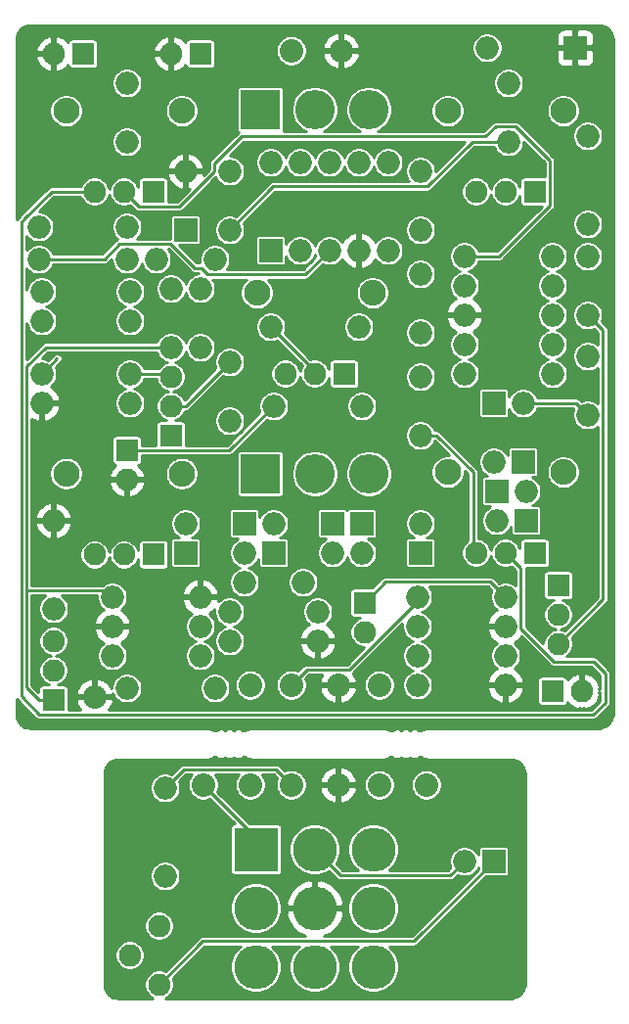
<source format=gbr>
G04 #@! TF.GenerationSoftware,KiCad,Pcbnew,(5.1.6-0-10_14)*
G04 #@! TF.CreationDate,2020-10-04T21:53:57+02:00*
G04 #@! TF.ProjectId,ds,64732e6b-6963-4616-945f-706362585858,rev?*
G04 #@! TF.SameCoordinates,Original*
G04 #@! TF.FileFunction,Copper,L2,Bot*
G04 #@! TF.FilePolarity,Positive*
%FSLAX46Y46*%
G04 Gerber Fmt 4.6, Leading zero omitted, Abs format (unit mm)*
G04 Created by KiCad (PCBNEW (5.1.6-0-10_14)) date 2020-10-04 21:53:57*
%MOMM*%
%LPD*%
G01*
G04 APERTURE LIST*
G04 #@! TA.AperFunction,ComponentPad*
%ADD10R,2.000000X2.000000*%
G04 #@! TD*
G04 #@! TA.AperFunction,ComponentPad*
%ADD11O,2.000000X2.000000*%
G04 #@! TD*
G04 #@! TA.AperFunction,ComponentPad*
%ADD12O,2.250000X2.250000*%
G04 #@! TD*
G04 #@! TA.AperFunction,ComponentPad*
%ADD13O,1.930400X1.930400*%
G04 #@! TD*
G04 #@! TA.AperFunction,ComponentPad*
%ADD14R,1.930400X1.930400*%
G04 #@! TD*
G04 #@! TA.AperFunction,ComponentPad*
%ADD15O,3.416000X3.416000*%
G04 #@! TD*
G04 #@! TA.AperFunction,ComponentPad*
%ADD16R,3.416000X3.416000*%
G04 #@! TD*
G04 #@! TA.AperFunction,ComponentPad*
%ADD17R,3.816000X3.816000*%
G04 #@! TD*
G04 #@! TA.AperFunction,ComponentPad*
%ADD18O,3.816000X3.816000*%
G04 #@! TD*
G04 #@! TA.AperFunction,ComponentPad*
%ADD19O,2.032000X2.032000*%
G04 #@! TD*
G04 #@! TA.AperFunction,Conductor*
%ADD20C,0.250000*%
G04 #@! TD*
G04 #@! TA.AperFunction,Conductor*
%ADD21C,0.254000*%
G04 #@! TD*
G04 APERTURE END LIST*
D10*
X103568500Y-64262000D03*
D11*
X95948500Y-64262000D03*
X93980000Y-134620000D03*
D10*
X96520000Y-134620000D03*
D12*
X69516000Y-101092000D03*
X59516000Y-101092000D03*
D13*
X61976000Y-108092000D03*
X64516000Y-108092000D03*
D14*
X67056000Y-108092000D03*
D12*
X102536000Y-100950000D03*
X92536000Y-100950000D03*
D13*
X94996000Y-107950000D03*
X97536000Y-107950000D03*
D14*
X100076000Y-107950000D03*
D11*
X77216000Y-74168000D03*
X79756000Y-74168000D03*
X82296000Y-74168000D03*
X84836000Y-74168000D03*
X84836000Y-81788000D03*
X82296000Y-81788000D03*
X79756000Y-81788000D03*
D10*
X77216000Y-81788000D03*
D15*
X85725000Y-101092000D03*
X81026000Y-101092000D03*
D16*
X76327000Y-101092000D03*
D15*
X85725000Y-69596000D03*
X81026000Y-69596000D03*
D16*
X76327000Y-69596000D03*
D17*
X75946000Y-133604000D03*
D18*
X75946000Y-138684000D03*
X75946000Y-143764000D03*
X81026000Y-133604000D03*
X81026000Y-138684000D03*
X81026000Y-143764000D03*
X86106000Y-133604000D03*
X86106000Y-138684000D03*
X86106000Y-143764000D03*
D12*
X69516000Y-69708000D03*
X59516000Y-69708000D03*
D13*
X61976000Y-76708000D03*
X64516000Y-76708000D03*
D14*
X67056000Y-76708000D03*
D12*
X102536000Y-69708000D03*
X92536000Y-69708000D03*
D13*
X94996000Y-76708000D03*
X97536000Y-76708000D03*
D14*
X100076000Y-76708000D03*
D12*
X86026000Y-85456000D03*
X76026000Y-85456000D03*
D13*
X78486000Y-92456000D03*
X81026000Y-92456000D03*
D14*
X83566000Y-92456000D03*
D11*
X97536000Y-119380000D03*
X89916000Y-119380000D03*
X97536000Y-116840000D03*
X89916000Y-116840000D03*
X97536000Y-114300000D03*
X89916000Y-114300000D03*
X97536000Y-111760000D03*
X89916000Y-111760000D03*
X93980000Y-87376000D03*
X101600000Y-87376000D03*
X104648000Y-71882000D03*
X104648000Y-79502000D03*
X93980000Y-82296000D03*
X101600000Y-82296000D03*
X101600000Y-92456000D03*
X93980000Y-92456000D03*
X93980000Y-84836000D03*
X101600000Y-84836000D03*
X101600000Y-89916000D03*
X93980000Y-89916000D03*
X87376000Y-81788000D03*
X87376000Y-74168000D03*
X77470000Y-95250000D03*
X85090000Y-95250000D03*
X68072000Y-135890000D03*
X68072000Y-128270000D03*
D13*
X67564000Y-140208000D03*
X65024000Y-142748000D03*
X67564000Y-145288000D03*
D11*
X77216000Y-88392000D03*
X84836000Y-88392000D03*
X64770000Y-82550000D03*
X57150000Y-82550000D03*
X65024000Y-85344000D03*
X57404000Y-85344000D03*
X58420000Y-105156000D03*
X58420000Y-112776000D03*
X64770000Y-79756000D03*
X57150000Y-79756000D03*
X65024000Y-92456000D03*
X57404000Y-92456000D03*
X65024000Y-94996000D03*
X57404000Y-94996000D03*
X65024000Y-87884000D03*
X57404000Y-87884000D03*
X71120000Y-111760000D03*
X63500000Y-111760000D03*
X63500000Y-114300000D03*
X71120000Y-114300000D03*
X63500000Y-116840000D03*
X71120000Y-116840000D03*
X64770000Y-119634000D03*
X72390000Y-119634000D03*
X73660000Y-113030000D03*
X81280000Y-113030000D03*
X81280000Y-115570000D03*
X73660000Y-115570000D03*
D14*
X102108000Y-110744000D03*
D13*
X102108000Y-113284000D03*
X102108000Y-115824000D03*
X68580000Y-92710000D03*
X68580000Y-95250000D03*
D14*
X68580000Y-97790000D03*
D13*
X58420000Y-115570000D03*
X58420000Y-118110000D03*
D14*
X58420000Y-120650000D03*
D19*
X83058000Y-119380000D03*
X86614000Y-119380000D03*
X78994000Y-128016000D03*
X86614000Y-128016000D03*
X71374000Y-128016000D03*
X90678000Y-128016000D03*
X83058000Y-128016000D03*
X75438000Y-128016000D03*
X78994000Y-119380000D03*
X61976000Y-120396000D03*
X78994000Y-64516000D03*
X83312000Y-64516000D03*
X75438000Y-119380000D03*
D11*
X96774000Y-105156000D03*
D10*
X99314000Y-105156000D03*
X90170000Y-107950000D03*
D11*
X85090000Y-107950000D03*
D10*
X99060000Y-100076000D03*
D11*
X99060000Y-94996000D03*
X99314000Y-102616000D03*
D10*
X96774000Y-102616000D03*
X85090000Y-105410000D03*
D11*
X90170000Y-105410000D03*
D10*
X96520000Y-94996000D03*
D11*
X96520000Y-100076000D03*
D10*
X77470000Y-107950000D03*
D11*
X82550000Y-107950000D03*
D10*
X82550000Y-105410000D03*
D11*
X77470000Y-105410000D03*
D10*
X69850000Y-107950000D03*
D11*
X74930000Y-107950000D03*
D10*
X74930000Y-105410000D03*
D11*
X69850000Y-105410000D03*
D10*
X69850000Y-80010000D03*
D11*
X69850000Y-74930000D03*
D13*
X104140000Y-119888000D03*
D14*
X101600000Y-119888000D03*
D13*
X85344000Y-114808000D03*
D14*
X85344000Y-112268000D03*
D11*
X104648000Y-82296000D03*
X104648000Y-87376000D03*
X104648000Y-90932000D03*
X104648000Y-96012000D03*
X90170000Y-92710000D03*
X90170000Y-97790000D03*
X90170000Y-88900000D03*
X90170000Y-83820000D03*
X90170000Y-74930000D03*
X90170000Y-80010000D03*
D13*
X64770000Y-101600000D03*
D14*
X64770000Y-99060000D03*
D11*
X64770000Y-67310000D03*
X64770000Y-72390000D03*
X97790000Y-67310000D03*
X97790000Y-72390000D03*
X73660000Y-74930000D03*
X73660000Y-80010000D03*
X72390000Y-82550000D03*
X67310000Y-82550000D03*
X73660000Y-96520000D03*
X73660000Y-91440000D03*
X71120000Y-85090000D03*
X71120000Y-90170000D03*
X68580000Y-90170000D03*
X68580000Y-85090000D03*
D13*
X58420000Y-64770000D03*
D14*
X60960000Y-64770000D03*
D11*
X80010000Y-110490000D03*
X74930000Y-110490000D03*
D13*
X68580000Y-64770000D03*
D14*
X71120000Y-64770000D03*
D20*
X80335001Y-118038999D02*
X78994000Y-119380000D01*
X84022499Y-118038999D02*
X80335001Y-118038999D01*
X89916000Y-112145498D02*
X84022499Y-118038999D01*
X89916000Y-111760000D02*
X89916000Y-112145498D01*
X60960000Y-64770000D02*
X60966001Y-64776001D01*
X90170000Y-88646000D02*
X90170000Y-88900000D01*
X103632000Y-94996000D02*
X104648000Y-96012000D01*
X99060000Y-94996000D02*
X103632000Y-94996000D01*
X58420000Y-120650000D02*
X58420000Y-120019498D01*
X68580000Y-90424000D02*
X68580000Y-90170000D01*
X57150000Y-120650000D02*
X58420000Y-120650000D01*
X57728998Y-90170000D02*
X56078999Y-91819999D01*
X56078999Y-119578999D02*
X57150000Y-120650000D01*
X68580000Y-90170000D02*
X57728998Y-90170000D01*
X63500000Y-111760000D02*
X62936999Y-111196999D01*
X56078999Y-111196999D02*
X56078999Y-119578999D01*
X62936999Y-111196999D02*
X56078999Y-111196999D01*
X56078999Y-91819999D02*
X56078999Y-111196999D01*
X68326000Y-92456000D02*
X68580000Y-92710000D01*
X65024000Y-92456000D02*
X68326000Y-92456000D01*
X57404000Y-92456000D02*
X58729001Y-91130999D01*
X69850000Y-95250000D02*
X68580000Y-95250000D01*
X73660000Y-91440000D02*
X69850000Y-95250000D01*
X97790000Y-72390000D02*
X94671002Y-72390000D01*
X81026000Y-92202000D02*
X81026000Y-92456000D01*
X77216000Y-88392000D02*
X81026000Y-92202000D01*
X94671002Y-72390000D02*
X90806001Y-76255001D01*
X90806001Y-76255001D02*
X77668999Y-76255001D01*
X77414999Y-76255001D02*
X73660000Y-80010000D01*
X77668999Y-76255001D02*
X77414999Y-76255001D01*
X77668999Y-76255001D02*
X77525001Y-76255001D01*
X73639799Y-99080201D02*
X77470000Y-95250000D01*
X64790201Y-99080201D02*
X73639799Y-99080201D01*
X64770000Y-99060000D02*
X64790201Y-99080201D01*
X94744989Y-107698989D02*
X94996000Y-107950000D01*
X94744989Y-100950776D02*
X94744989Y-107698989D01*
X91584213Y-97790000D02*
X94744989Y-100950776D01*
X90170000Y-97790000D02*
X91584213Y-97790000D01*
X102108000Y-115824000D02*
X105973001Y-111958999D01*
X105973001Y-88701001D02*
X104648000Y-87376000D01*
X105973001Y-111958999D02*
X105973001Y-88701001D01*
X87177001Y-110434999D02*
X85344000Y-112268000D01*
X96210999Y-110434999D02*
X87177001Y-110434999D01*
X97536000Y-111760000D02*
X96210999Y-110434999D01*
X89609001Y-141530999D02*
X96520000Y-134620000D01*
X71321001Y-141530999D02*
X89609001Y-141530999D01*
X67564000Y-145288000D02*
X71321001Y-141530999D01*
X83259001Y-135837001D02*
X81026000Y-133604000D01*
X92762999Y-135837001D02*
X83259001Y-135837001D01*
X93980000Y-134620000D02*
X92762999Y-135837001D01*
X75946000Y-132334000D02*
X75946000Y-133604000D01*
X75946000Y-132588000D02*
X75946000Y-133604000D01*
X71374000Y-128016000D02*
X75946000Y-132588000D01*
X86106000Y-132842000D02*
X86106000Y-133604000D01*
X86614000Y-133096000D02*
X86106000Y-133604000D01*
X69667001Y-126674999D02*
X68072000Y-128270000D01*
X77652999Y-126674999D02*
X69667001Y-126674999D01*
X78994000Y-128016000D02*
X77652999Y-126674999D01*
X80208999Y-83875001D02*
X82296000Y-81788000D01*
X71190998Y-83312000D02*
X71753999Y-83875001D01*
X71753999Y-83875001D02*
X80208999Y-83875001D01*
X70612000Y-83312000D02*
X71190998Y-83312000D01*
X68524999Y-81224999D02*
X70612000Y-83312000D01*
X62808998Y-82550000D02*
X64133999Y-81224999D01*
X64133999Y-81224999D02*
X68524999Y-81224999D01*
X57150000Y-82550000D02*
X62808998Y-82550000D01*
X72334999Y-74293999D02*
X74689008Y-71939990D01*
X72334999Y-74985001D02*
X72334999Y-74293999D01*
X69321799Y-77998201D02*
X72334999Y-74985001D01*
X65806201Y-77998201D02*
X69321799Y-77998201D01*
X64516000Y-76708000D02*
X65806201Y-77998201D01*
X101366201Y-77933201D02*
X97003402Y-82296000D01*
X101366201Y-74005199D02*
X101366201Y-77933201D01*
X97003402Y-82296000D02*
X93980000Y-82296000D01*
X96690981Y-71064999D02*
X98426001Y-71064999D01*
X98426001Y-71064999D02*
X101366201Y-74005199D01*
X95815990Y-71939990D02*
X96690981Y-71064999D01*
X74689008Y-71939990D02*
X95815990Y-71939990D01*
X61996201Y-121940201D02*
X62900801Y-121940201D01*
X57129799Y-121875201D02*
X57194799Y-121940201D01*
X96540201Y-121940201D02*
X96936801Y-121940201D01*
X58236998Y-76708000D02*
X61976000Y-76708000D01*
X62758201Y-121940201D02*
X96540201Y-121940201D01*
X61996201Y-121940201D02*
X62758201Y-121940201D01*
X55824999Y-79119999D02*
X55915499Y-79029499D01*
X55915499Y-79029499D02*
X58236998Y-76708000D01*
X55628990Y-79316008D02*
X55915499Y-79029499D01*
X55628990Y-120374392D02*
X55628990Y-79316008D01*
X57194799Y-121940201D02*
X55628990Y-120374392D01*
X61996201Y-121940201D02*
X57194799Y-121940201D01*
X98861001Y-109275001D02*
X97536000Y-107950000D01*
X101722502Y-117348000D02*
X98861001Y-114486499D01*
X98861001Y-114486499D02*
X98861001Y-109275001D01*
X106172000Y-118364000D02*
X105156000Y-117348000D01*
X105156000Y-117348000D02*
X101722502Y-117348000D01*
X106172000Y-120904000D02*
X106172000Y-118364000D01*
X105135799Y-121940201D02*
X106172000Y-120904000D01*
X96540201Y-121940201D02*
X105135799Y-121940201D01*
D21*
G36*
X105891315Y-62351976D02*
G01*
X106109968Y-62417992D01*
X106311642Y-62525223D01*
X106488643Y-62669581D01*
X106634231Y-62845568D01*
X106742867Y-63046486D01*
X106810409Y-63264676D01*
X106836001Y-63508172D01*
X106836000Y-121902786D01*
X106812024Y-122147315D01*
X106746008Y-122365968D01*
X106638775Y-122567645D01*
X106494419Y-122744642D01*
X106318430Y-122890233D01*
X106117516Y-122998866D01*
X105899324Y-123066409D01*
X105655837Y-123092000D01*
X90914708Y-123092000D01*
X90896645Y-123093779D01*
X90883465Y-123093779D01*
X90878577Y-123094293D01*
X90681525Y-123116396D01*
X90650338Y-123123025D01*
X90619024Y-123129225D01*
X90614329Y-123130678D01*
X90425322Y-123190635D01*
X90396049Y-123203181D01*
X90366499Y-123215361D01*
X90362176Y-123217699D01*
X90188415Y-123313226D01*
X90182903Y-123317000D01*
X90073001Y-123317000D01*
X90017816Y-123261815D01*
X89923312Y-123198669D01*
X89818305Y-123155174D01*
X89706830Y-123133000D01*
X89593170Y-123133000D01*
X89481695Y-123155174D01*
X89376688Y-123198669D01*
X89282184Y-123261815D01*
X89275000Y-123268999D01*
X89267816Y-123261815D01*
X89173312Y-123198669D01*
X89068305Y-123155174D01*
X88956830Y-123133000D01*
X88843170Y-123133000D01*
X88731695Y-123155174D01*
X88626688Y-123198669D01*
X88532184Y-123261815D01*
X88525000Y-123268999D01*
X88517816Y-123261815D01*
X88423312Y-123198669D01*
X88318305Y-123155174D01*
X88206830Y-123133000D01*
X88093170Y-123133000D01*
X87981695Y-123155174D01*
X87876688Y-123198669D01*
X87782184Y-123261815D01*
X87726999Y-123317000D01*
X87616923Y-123317000D01*
X87599824Y-123305292D01*
X87595505Y-123302958D01*
X87595501Y-123302955D01*
X87595497Y-123302953D01*
X87420423Y-123209864D01*
X87390960Y-123197720D01*
X87361601Y-123185137D01*
X87356906Y-123183684D01*
X87167080Y-123126373D01*
X87135818Y-123120183D01*
X87104580Y-123113543D01*
X87099692Y-123113030D01*
X86902350Y-123093680D01*
X86885292Y-123092000D01*
X75674708Y-123092000D01*
X75656645Y-123093779D01*
X75643465Y-123093779D01*
X75638577Y-123094293D01*
X75441525Y-123116396D01*
X75410338Y-123123025D01*
X75379024Y-123129225D01*
X75374329Y-123130678D01*
X75185322Y-123190635D01*
X75156049Y-123203181D01*
X75126499Y-123215361D01*
X75122176Y-123217699D01*
X74948415Y-123313226D01*
X74942903Y-123317000D01*
X74833001Y-123317000D01*
X74777816Y-123261815D01*
X74683312Y-123198669D01*
X74578305Y-123155174D01*
X74466830Y-123133000D01*
X74353170Y-123133000D01*
X74241695Y-123155174D01*
X74136688Y-123198669D01*
X74042184Y-123261815D01*
X74035000Y-123268999D01*
X74027816Y-123261815D01*
X73933312Y-123198669D01*
X73828305Y-123155174D01*
X73716830Y-123133000D01*
X73603170Y-123133000D01*
X73491695Y-123155174D01*
X73386688Y-123198669D01*
X73292184Y-123261815D01*
X73285000Y-123268999D01*
X73277816Y-123261815D01*
X73183312Y-123198669D01*
X73078305Y-123155174D01*
X72966830Y-123133000D01*
X72853170Y-123133000D01*
X72741695Y-123155174D01*
X72636688Y-123198669D01*
X72542184Y-123261815D01*
X72486999Y-123317000D01*
X72376923Y-123317000D01*
X72359824Y-123305292D01*
X72355505Y-123302958D01*
X72355501Y-123302955D01*
X72355497Y-123302953D01*
X72180423Y-123209864D01*
X72150960Y-123197720D01*
X72121601Y-123185137D01*
X72116906Y-123183684D01*
X71927080Y-123126373D01*
X71895818Y-123120183D01*
X71864580Y-123113543D01*
X71859692Y-123113030D01*
X71662350Y-123093680D01*
X71645292Y-123092000D01*
X56405214Y-123092000D01*
X56160685Y-123068024D01*
X55942032Y-123002008D01*
X55740355Y-122894775D01*
X55563358Y-122750419D01*
X55417767Y-122574430D01*
X55309134Y-122373516D01*
X55241591Y-122155324D01*
X55216000Y-121911837D01*
X55216000Y-120560594D01*
X55251347Y-120626724D01*
X55307831Y-120695551D01*
X55325090Y-120709715D01*
X56859484Y-122244111D01*
X56873640Y-122261360D01*
X56942466Y-122317844D01*
X57020989Y-122359815D01*
X57086361Y-122379645D01*
X57106191Y-122385661D01*
X57194798Y-122394388D01*
X57194799Y-122394388D01*
X57217004Y-122392201D01*
X105113594Y-122392201D01*
X105135799Y-122394388D01*
X105158004Y-122392201D01*
X105224406Y-122385661D01*
X105309609Y-122359815D01*
X105388132Y-122317844D01*
X105456958Y-122261360D01*
X105471122Y-122244101D01*
X106475906Y-121239318D01*
X106493159Y-121225159D01*
X106549643Y-121156333D01*
X106591614Y-121077810D01*
X106617460Y-120992607D01*
X106619573Y-120971159D01*
X106626187Y-120904000D01*
X106624000Y-120881795D01*
X106624000Y-118386205D01*
X106626187Y-118364000D01*
X106617460Y-118275392D01*
X106591614Y-118190190D01*
X106549642Y-118111666D01*
X106493159Y-118042841D01*
X106475905Y-118028681D01*
X105491323Y-117044100D01*
X105477159Y-117026841D01*
X105408333Y-116970357D01*
X105329810Y-116928386D01*
X105244607Y-116902540D01*
X105178205Y-116896000D01*
X105156000Y-116893813D01*
X105133795Y-116896000D01*
X102829536Y-116896000D01*
X102931729Y-116827717D01*
X103111717Y-116647729D01*
X103253132Y-116436086D01*
X103350541Y-116200921D01*
X103400200Y-115951271D01*
X103400200Y-115696729D01*
X103350541Y-115447079D01*
X103284231Y-115286993D01*
X106276907Y-112294317D01*
X106294160Y-112280158D01*
X106350644Y-112211332D01*
X106392615Y-112132809D01*
X106408283Y-112081158D01*
X106418461Y-112047607D01*
X106427188Y-111958999D01*
X106425001Y-111936794D01*
X106425001Y-88723205D01*
X106427188Y-88701000D01*
X106418461Y-88612393D01*
X106412445Y-88592563D01*
X106392615Y-88527191D01*
X106350644Y-88448668D01*
X106294160Y-88379842D01*
X106276911Y-88365686D01*
X105850866Y-87939642D01*
X105924004Y-87763072D01*
X105975000Y-87506698D01*
X105975000Y-87245302D01*
X105924004Y-86988928D01*
X105823972Y-86747430D01*
X105678748Y-86530087D01*
X105493913Y-86345252D01*
X105276570Y-86200028D01*
X105035072Y-86099996D01*
X104778698Y-86049000D01*
X104517302Y-86049000D01*
X104260928Y-86099996D01*
X104019430Y-86200028D01*
X103802087Y-86345252D01*
X103617252Y-86530087D01*
X103472028Y-86747430D01*
X103371996Y-86988928D01*
X103321000Y-87245302D01*
X103321000Y-87506698D01*
X103371996Y-87763072D01*
X103472028Y-88004570D01*
X103617252Y-88221913D01*
X103802087Y-88406748D01*
X104019430Y-88551972D01*
X104260928Y-88652004D01*
X104517302Y-88703000D01*
X104778698Y-88703000D01*
X105035072Y-88652004D01*
X105211642Y-88578866D01*
X105521002Y-88888227D01*
X105521002Y-89928341D01*
X105493913Y-89901252D01*
X105276570Y-89756028D01*
X105035072Y-89655996D01*
X104778698Y-89605000D01*
X104517302Y-89605000D01*
X104260928Y-89655996D01*
X104019430Y-89756028D01*
X103802087Y-89901252D01*
X103617252Y-90086087D01*
X103472028Y-90303430D01*
X103371996Y-90544928D01*
X103321000Y-90801302D01*
X103321000Y-91062698D01*
X103371996Y-91319072D01*
X103472028Y-91560570D01*
X103617252Y-91777913D01*
X103802087Y-91962748D01*
X104019430Y-92107972D01*
X104260928Y-92208004D01*
X104517302Y-92259000D01*
X104778698Y-92259000D01*
X105035072Y-92208004D01*
X105276570Y-92107972D01*
X105493913Y-91962748D01*
X105521002Y-91935659D01*
X105521002Y-95008341D01*
X105493913Y-94981252D01*
X105276570Y-94836028D01*
X105035072Y-94735996D01*
X104778698Y-94685000D01*
X104517302Y-94685000D01*
X104260928Y-94735996D01*
X104084357Y-94809134D01*
X103967323Y-94692100D01*
X103953159Y-94674841D01*
X103884333Y-94618357D01*
X103805810Y-94576386D01*
X103720607Y-94550540D01*
X103654205Y-94544000D01*
X103632000Y-94541813D01*
X103609795Y-94544000D01*
X100309110Y-94544000D01*
X100235972Y-94367430D01*
X100090748Y-94150087D01*
X99905913Y-93965252D01*
X99688570Y-93820028D01*
X99447072Y-93719996D01*
X99190698Y-93669000D01*
X98929302Y-93669000D01*
X98672928Y-93719996D01*
X98431430Y-93820028D01*
X98214087Y-93965252D01*
X98029252Y-94150087D01*
X97884028Y-94367430D01*
X97848582Y-94453004D01*
X97848582Y-93996000D01*
X97842268Y-93931897D01*
X97823570Y-93870257D01*
X97793206Y-93813450D01*
X97752343Y-93763657D01*
X97702550Y-93722794D01*
X97645743Y-93692430D01*
X97584103Y-93673732D01*
X97520000Y-93667418D01*
X95520000Y-93667418D01*
X95455897Y-93673732D01*
X95394257Y-93692430D01*
X95337450Y-93722794D01*
X95287657Y-93763657D01*
X95246794Y-93813450D01*
X95216430Y-93870257D01*
X95197732Y-93931897D01*
X95191418Y-93996000D01*
X95191418Y-95996000D01*
X95197732Y-96060103D01*
X95216430Y-96121743D01*
X95246794Y-96178550D01*
X95287657Y-96228343D01*
X95337450Y-96269206D01*
X95394257Y-96299570D01*
X95455897Y-96318268D01*
X95520000Y-96324582D01*
X97520000Y-96324582D01*
X97584103Y-96318268D01*
X97645743Y-96299570D01*
X97702550Y-96269206D01*
X97752343Y-96228343D01*
X97793206Y-96178550D01*
X97823570Y-96121743D01*
X97842268Y-96060103D01*
X97848582Y-95996000D01*
X97848582Y-95538996D01*
X97884028Y-95624570D01*
X98029252Y-95841913D01*
X98214087Y-96026748D01*
X98431430Y-96171972D01*
X98672928Y-96272004D01*
X98929302Y-96323000D01*
X99190698Y-96323000D01*
X99447072Y-96272004D01*
X99688570Y-96171972D01*
X99905913Y-96026748D01*
X100090748Y-95841913D01*
X100235972Y-95624570D01*
X100309110Y-95448000D01*
X103444777Y-95448000D01*
X103445134Y-95448357D01*
X103371996Y-95624928D01*
X103321000Y-95881302D01*
X103321000Y-96142698D01*
X103371996Y-96399072D01*
X103472028Y-96640570D01*
X103617252Y-96857913D01*
X103802087Y-97042748D01*
X104019430Y-97187972D01*
X104260928Y-97288004D01*
X104517302Y-97339000D01*
X104778698Y-97339000D01*
X105035072Y-97288004D01*
X105276570Y-97187972D01*
X105493913Y-97042748D01*
X105521002Y-97015659D01*
X105521001Y-111771775D01*
X102645007Y-114647769D01*
X102484921Y-114581459D01*
X102346877Y-114554000D01*
X102484921Y-114526541D01*
X102720086Y-114429132D01*
X102931729Y-114287717D01*
X103111717Y-114107729D01*
X103253132Y-113896086D01*
X103350541Y-113660921D01*
X103400200Y-113411271D01*
X103400200Y-113156729D01*
X103350541Y-112907079D01*
X103253132Y-112671914D01*
X103111717Y-112460271D01*
X102931729Y-112280283D01*
X102720086Y-112138868D01*
X102484921Y-112041459D01*
X102466436Y-112037782D01*
X103073200Y-112037782D01*
X103137303Y-112031468D01*
X103198943Y-112012770D01*
X103255750Y-111982406D01*
X103305543Y-111941543D01*
X103346406Y-111891750D01*
X103376770Y-111834943D01*
X103395468Y-111773303D01*
X103401782Y-111709200D01*
X103401782Y-109778800D01*
X103395468Y-109714697D01*
X103376770Y-109653057D01*
X103346406Y-109596250D01*
X103305543Y-109546457D01*
X103255750Y-109505594D01*
X103198943Y-109475230D01*
X103137303Y-109456532D01*
X103073200Y-109450218D01*
X101142800Y-109450218D01*
X101078697Y-109456532D01*
X101017057Y-109475230D01*
X100960250Y-109505594D01*
X100910457Y-109546457D01*
X100869594Y-109596250D01*
X100839230Y-109653057D01*
X100820532Y-109714697D01*
X100814218Y-109778800D01*
X100814218Y-111709200D01*
X100820532Y-111773303D01*
X100839230Y-111834943D01*
X100869594Y-111891750D01*
X100910457Y-111941543D01*
X100960250Y-111982406D01*
X101017057Y-112012770D01*
X101078697Y-112031468D01*
X101142800Y-112037782D01*
X101749564Y-112037782D01*
X101731079Y-112041459D01*
X101495914Y-112138868D01*
X101284271Y-112280283D01*
X101104283Y-112460271D01*
X100962868Y-112671914D01*
X100865459Y-112907079D01*
X100815800Y-113156729D01*
X100815800Y-113411271D01*
X100865459Y-113660921D01*
X100962868Y-113896086D01*
X101104283Y-114107729D01*
X101284271Y-114287717D01*
X101495914Y-114429132D01*
X101731079Y-114526541D01*
X101869123Y-114554000D01*
X101731079Y-114581459D01*
X101495914Y-114678868D01*
X101284271Y-114820283D01*
X101104283Y-115000271D01*
X100962868Y-115211914D01*
X100865459Y-115447079D01*
X100815800Y-115696729D01*
X100815800Y-115802074D01*
X99313001Y-114299276D01*
X99313001Y-109297205D01*
X99315188Y-109275000D01*
X99312113Y-109243782D01*
X101041200Y-109243782D01*
X101105303Y-109237468D01*
X101166943Y-109218770D01*
X101223750Y-109188406D01*
X101273543Y-109147543D01*
X101314406Y-109097750D01*
X101344770Y-109040943D01*
X101363468Y-108979303D01*
X101369782Y-108915200D01*
X101369782Y-106984800D01*
X101363468Y-106920697D01*
X101344770Y-106859057D01*
X101314406Y-106802250D01*
X101273543Y-106752457D01*
X101223750Y-106711594D01*
X101166943Y-106681230D01*
X101105303Y-106662532D01*
X101041200Y-106656218D01*
X99110800Y-106656218D01*
X99046697Y-106662532D01*
X98985057Y-106681230D01*
X98928250Y-106711594D01*
X98878457Y-106752457D01*
X98837594Y-106802250D01*
X98807230Y-106859057D01*
X98788532Y-106920697D01*
X98782218Y-106984800D01*
X98782218Y-107591564D01*
X98778541Y-107573079D01*
X98681132Y-107337914D01*
X98539717Y-107126271D01*
X98359729Y-106946283D01*
X98148086Y-106804868D01*
X97912921Y-106707459D01*
X97663271Y-106657800D01*
X97408729Y-106657800D01*
X97159079Y-106707459D01*
X96923914Y-106804868D01*
X96712271Y-106946283D01*
X96532283Y-107126271D01*
X96390868Y-107337914D01*
X96293459Y-107573079D01*
X96266000Y-107711123D01*
X96238541Y-107573079D01*
X96141132Y-107337914D01*
X95999717Y-107126271D01*
X95819729Y-106946283D01*
X95608086Y-106804868D01*
X95372921Y-106707459D01*
X95196989Y-106672464D01*
X95196989Y-100972980D01*
X95199176Y-100950775D01*
X95190449Y-100862168D01*
X95184433Y-100842338D01*
X95164603Y-100776966D01*
X95122632Y-100698443D01*
X95066148Y-100629617D01*
X95048901Y-100615463D01*
X94378740Y-99945302D01*
X95193000Y-99945302D01*
X95193000Y-100206698D01*
X95243996Y-100463072D01*
X95344028Y-100704570D01*
X95489252Y-100921913D01*
X95674087Y-101106748D01*
X95891430Y-101251972D01*
X95977004Y-101287418D01*
X95774000Y-101287418D01*
X95709897Y-101293732D01*
X95648257Y-101312430D01*
X95591450Y-101342794D01*
X95541657Y-101383657D01*
X95500794Y-101433450D01*
X95470430Y-101490257D01*
X95451732Y-101551897D01*
X95445418Y-101616000D01*
X95445418Y-103616000D01*
X95451732Y-103680103D01*
X95470430Y-103741743D01*
X95500794Y-103798550D01*
X95541657Y-103848343D01*
X95591450Y-103889206D01*
X95648257Y-103919570D01*
X95709897Y-103938268D01*
X95774000Y-103944582D01*
X96231004Y-103944582D01*
X96145430Y-103980028D01*
X95928087Y-104125252D01*
X95743252Y-104310087D01*
X95598028Y-104527430D01*
X95497996Y-104768928D01*
X95447000Y-105025302D01*
X95447000Y-105286698D01*
X95497996Y-105543072D01*
X95598028Y-105784570D01*
X95743252Y-106001913D01*
X95928087Y-106186748D01*
X96145430Y-106331972D01*
X96386928Y-106432004D01*
X96643302Y-106483000D01*
X96904698Y-106483000D01*
X97161072Y-106432004D01*
X97402570Y-106331972D01*
X97619913Y-106186748D01*
X97804748Y-106001913D01*
X97949972Y-105784570D01*
X97985418Y-105698996D01*
X97985418Y-106156000D01*
X97991732Y-106220103D01*
X98010430Y-106281743D01*
X98040794Y-106338550D01*
X98081657Y-106388343D01*
X98131450Y-106429206D01*
X98188257Y-106459570D01*
X98249897Y-106478268D01*
X98314000Y-106484582D01*
X100314000Y-106484582D01*
X100378103Y-106478268D01*
X100439743Y-106459570D01*
X100496550Y-106429206D01*
X100546343Y-106388343D01*
X100587206Y-106338550D01*
X100617570Y-106281743D01*
X100636268Y-106220103D01*
X100642582Y-106156000D01*
X100642582Y-104156000D01*
X100636268Y-104091897D01*
X100617570Y-104030257D01*
X100587206Y-103973450D01*
X100546343Y-103923657D01*
X100496550Y-103882794D01*
X100439743Y-103852430D01*
X100378103Y-103833732D01*
X100314000Y-103827418D01*
X99856996Y-103827418D01*
X99942570Y-103791972D01*
X100159913Y-103646748D01*
X100344748Y-103461913D01*
X100489972Y-103244570D01*
X100590004Y-103003072D01*
X100641000Y-102746698D01*
X100641000Y-102485302D01*
X100590004Y-102228928D01*
X100489972Y-101987430D01*
X100344748Y-101770087D01*
X100159913Y-101585252D01*
X99942570Y-101440028D01*
X99856996Y-101404582D01*
X100060000Y-101404582D01*
X100124103Y-101398268D01*
X100185743Y-101379570D01*
X100242550Y-101349206D01*
X100292343Y-101308343D01*
X100333206Y-101258550D01*
X100363570Y-101201743D01*
X100382268Y-101140103D01*
X100388582Y-101076000D01*
X100388582Y-100806990D01*
X101084000Y-100806990D01*
X101084000Y-101093010D01*
X101139799Y-101373533D01*
X101249254Y-101637780D01*
X101408158Y-101875596D01*
X101610404Y-102077842D01*
X101848220Y-102236746D01*
X102112467Y-102346201D01*
X102392990Y-102402000D01*
X102679010Y-102402000D01*
X102959533Y-102346201D01*
X103223780Y-102236746D01*
X103461596Y-102077842D01*
X103663842Y-101875596D01*
X103822746Y-101637780D01*
X103932201Y-101373533D01*
X103988000Y-101093010D01*
X103988000Y-100806990D01*
X103932201Y-100526467D01*
X103822746Y-100262220D01*
X103663842Y-100024404D01*
X103461596Y-99822158D01*
X103223780Y-99663254D01*
X102959533Y-99553799D01*
X102679010Y-99498000D01*
X102392990Y-99498000D01*
X102112467Y-99553799D01*
X101848220Y-99663254D01*
X101610404Y-99822158D01*
X101408158Y-100024404D01*
X101249254Y-100262220D01*
X101139799Y-100526467D01*
X101084000Y-100806990D01*
X100388582Y-100806990D01*
X100388582Y-99076000D01*
X100382268Y-99011897D01*
X100363570Y-98950257D01*
X100333206Y-98893450D01*
X100292343Y-98843657D01*
X100242550Y-98802794D01*
X100185743Y-98772430D01*
X100124103Y-98753732D01*
X100060000Y-98747418D01*
X98060000Y-98747418D01*
X97995897Y-98753732D01*
X97934257Y-98772430D01*
X97877450Y-98802794D01*
X97827657Y-98843657D01*
X97786794Y-98893450D01*
X97756430Y-98950257D01*
X97737732Y-99011897D01*
X97731418Y-99076000D01*
X97731418Y-99533004D01*
X97695972Y-99447430D01*
X97550748Y-99230087D01*
X97365913Y-99045252D01*
X97148570Y-98900028D01*
X96907072Y-98799996D01*
X96650698Y-98749000D01*
X96389302Y-98749000D01*
X96132928Y-98799996D01*
X95891430Y-98900028D01*
X95674087Y-99045252D01*
X95489252Y-99230087D01*
X95344028Y-99447430D01*
X95243996Y-99688928D01*
X95193000Y-99945302D01*
X94378740Y-99945302D01*
X91919536Y-97486100D01*
X91905372Y-97468841D01*
X91836546Y-97412357D01*
X91758023Y-97370386D01*
X91672820Y-97344540D01*
X91606418Y-97338000D01*
X91584213Y-97335813D01*
X91562008Y-97338000D01*
X91419110Y-97338000D01*
X91345972Y-97161430D01*
X91200748Y-96944087D01*
X91015913Y-96759252D01*
X90798570Y-96614028D01*
X90557072Y-96513996D01*
X90300698Y-96463000D01*
X90039302Y-96463000D01*
X89782928Y-96513996D01*
X89541430Y-96614028D01*
X89324087Y-96759252D01*
X89139252Y-96944087D01*
X88994028Y-97161430D01*
X88893996Y-97402928D01*
X88843000Y-97659302D01*
X88843000Y-97920698D01*
X88893996Y-98177072D01*
X88994028Y-98418570D01*
X89139252Y-98635913D01*
X89324087Y-98820748D01*
X89541430Y-98965972D01*
X89782928Y-99066004D01*
X90039302Y-99117000D01*
X90300698Y-99117000D01*
X90557072Y-99066004D01*
X90798570Y-98965972D01*
X91015913Y-98820748D01*
X91200748Y-98635913D01*
X91345972Y-98418570D01*
X91412631Y-98257641D01*
X92652989Y-99498000D01*
X92392990Y-99498000D01*
X92112467Y-99553799D01*
X91848220Y-99663254D01*
X91610404Y-99822158D01*
X91408158Y-100024404D01*
X91249254Y-100262220D01*
X91139799Y-100526467D01*
X91084000Y-100806990D01*
X91084000Y-101093010D01*
X91139799Y-101373533D01*
X91249254Y-101637780D01*
X91408158Y-101875596D01*
X91610404Y-102077842D01*
X91848220Y-102236746D01*
X92112467Y-102346201D01*
X92392990Y-102402000D01*
X92679010Y-102402000D01*
X92959533Y-102346201D01*
X93223780Y-102236746D01*
X93461596Y-102077842D01*
X93663842Y-101875596D01*
X93822746Y-101637780D01*
X93932201Y-101373533D01*
X93988000Y-101093010D01*
X93988000Y-100833012D01*
X94292989Y-101138001D01*
X94292990Y-106865621D01*
X94172271Y-106946283D01*
X93992283Y-107126271D01*
X93850868Y-107337914D01*
X93753459Y-107573079D01*
X93703800Y-107822729D01*
X93703800Y-108077271D01*
X93753459Y-108326921D01*
X93850868Y-108562086D01*
X93992283Y-108773729D01*
X94172271Y-108953717D01*
X94383914Y-109095132D01*
X94619079Y-109192541D01*
X94868729Y-109242200D01*
X95123271Y-109242200D01*
X95372921Y-109192541D01*
X95608086Y-109095132D01*
X95819729Y-108953717D01*
X95999717Y-108773729D01*
X96141132Y-108562086D01*
X96238541Y-108326921D01*
X96266000Y-108188877D01*
X96293459Y-108326921D01*
X96390868Y-108562086D01*
X96532283Y-108773729D01*
X96712271Y-108953717D01*
X96923914Y-109095132D01*
X97159079Y-109192541D01*
X97408729Y-109242200D01*
X97663271Y-109242200D01*
X97912921Y-109192541D01*
X98073007Y-109126231D01*
X98409002Y-109462227D01*
X98409002Y-110756341D01*
X98381913Y-110729252D01*
X98164570Y-110584028D01*
X97923072Y-110483996D01*
X97666698Y-110433000D01*
X97405302Y-110433000D01*
X97148928Y-110483996D01*
X96972358Y-110557134D01*
X96546322Y-110131099D01*
X96532158Y-110113840D01*
X96463332Y-110057356D01*
X96384809Y-110015385D01*
X96299606Y-109989539D01*
X96233204Y-109982999D01*
X96210999Y-109980812D01*
X96188794Y-109982999D01*
X87199206Y-109982999D01*
X87177001Y-109980812D01*
X87088393Y-109989539D01*
X87003191Y-110015385D01*
X86924668Y-110057356D01*
X86855842Y-110113840D01*
X86841682Y-110131094D01*
X85998558Y-110974218D01*
X84378800Y-110974218D01*
X84314697Y-110980532D01*
X84253057Y-110999230D01*
X84196250Y-111029594D01*
X84146457Y-111070457D01*
X84105594Y-111120250D01*
X84075230Y-111177057D01*
X84056532Y-111238697D01*
X84050218Y-111302800D01*
X84050218Y-113233200D01*
X84056532Y-113297303D01*
X84075230Y-113358943D01*
X84105594Y-113415750D01*
X84146457Y-113465543D01*
X84196250Y-113506406D01*
X84253057Y-113536770D01*
X84314697Y-113555468D01*
X84378800Y-113561782D01*
X84985564Y-113561782D01*
X84967079Y-113565459D01*
X84731914Y-113662868D01*
X84520271Y-113804283D01*
X84340283Y-113984271D01*
X84198868Y-114195914D01*
X84101459Y-114431079D01*
X84051800Y-114680729D01*
X84051800Y-114935271D01*
X84101459Y-115184921D01*
X84198868Y-115420086D01*
X84340283Y-115631729D01*
X84520271Y-115811717D01*
X84731914Y-115953132D01*
X84967079Y-116050541D01*
X85216729Y-116100200D01*
X85322075Y-116100200D01*
X83835276Y-117586999D01*
X80357206Y-117586999D01*
X80335001Y-117584812D01*
X80246393Y-117593539D01*
X80161191Y-117619385D01*
X80082668Y-117661356D01*
X80013842Y-117717840D01*
X79999682Y-117735094D01*
X79569888Y-118164888D01*
X79385739Y-118088611D01*
X79126274Y-118037000D01*
X78861726Y-118037000D01*
X78602261Y-118088611D01*
X78357851Y-118189849D01*
X78137888Y-118336824D01*
X77950824Y-118523888D01*
X77803849Y-118743851D01*
X77702611Y-118988261D01*
X77651000Y-119247726D01*
X77651000Y-119512274D01*
X77702611Y-119771739D01*
X77803849Y-120016149D01*
X77950824Y-120236112D01*
X78137888Y-120423176D01*
X78357851Y-120570151D01*
X78602261Y-120671389D01*
X78861726Y-120723000D01*
X79126274Y-120723000D01*
X79385739Y-120671389D01*
X79630149Y-120570151D01*
X79850112Y-120423176D01*
X80037176Y-120236112D01*
X80184151Y-120016149D01*
X80285389Y-119771739D01*
X80287138Y-119762944D01*
X81452025Y-119762944D01*
X81509924Y-119953826D01*
X81651618Y-120244815D01*
X81847358Y-120502569D01*
X82089623Y-120717184D01*
X82369102Y-120880411D01*
X82675055Y-120985978D01*
X82931000Y-120867362D01*
X82931000Y-119507000D01*
X83185000Y-119507000D01*
X83185000Y-120867362D01*
X83440945Y-120985978D01*
X83746898Y-120880411D01*
X84026377Y-120717184D01*
X84268642Y-120502569D01*
X84464382Y-120244815D01*
X84606076Y-119953826D01*
X84663975Y-119762944D01*
X84544836Y-119507000D01*
X83185000Y-119507000D01*
X82931000Y-119507000D01*
X81571164Y-119507000D01*
X81452025Y-119762944D01*
X80287138Y-119762944D01*
X80337000Y-119512274D01*
X80337000Y-119247726D01*
X80285389Y-118988261D01*
X80209112Y-118804112D01*
X80522225Y-118490999D01*
X81669985Y-118490999D01*
X81651618Y-118515185D01*
X81509924Y-118806174D01*
X81452025Y-118997056D01*
X81571164Y-119253000D01*
X82931000Y-119253000D01*
X82931000Y-119233000D01*
X83185000Y-119233000D01*
X83185000Y-119253000D01*
X84544836Y-119253000D01*
X84547290Y-119247726D01*
X85271000Y-119247726D01*
X85271000Y-119512274D01*
X85322611Y-119771739D01*
X85423849Y-120016149D01*
X85570824Y-120236112D01*
X85757888Y-120423176D01*
X85977851Y-120570151D01*
X86222261Y-120671389D01*
X86481726Y-120723000D01*
X86746274Y-120723000D01*
X87005739Y-120671389D01*
X87250149Y-120570151D01*
X87470112Y-120423176D01*
X87657176Y-120236112D01*
X87804151Y-120016149D01*
X87905389Y-119771739D01*
X87957000Y-119512274D01*
X87957000Y-119247726D01*
X87905389Y-118988261D01*
X87804151Y-118743851D01*
X87657176Y-118523888D01*
X87470112Y-118336824D01*
X87250149Y-118189849D01*
X87005739Y-118088611D01*
X86746274Y-118037000D01*
X86481726Y-118037000D01*
X86222261Y-118088611D01*
X85977851Y-118189849D01*
X85757888Y-118336824D01*
X85570824Y-118523888D01*
X85423849Y-118743851D01*
X85322611Y-118988261D01*
X85271000Y-119247726D01*
X84547290Y-119247726D01*
X84663975Y-118997056D01*
X84606076Y-118806174D01*
X84464382Y-118515185D01*
X84345214Y-118358262D01*
X84357822Y-118342899D01*
X88603297Y-114097424D01*
X88589000Y-114169302D01*
X88589000Y-114430698D01*
X88639996Y-114687072D01*
X88740028Y-114928570D01*
X88885252Y-115145913D01*
X89070087Y-115330748D01*
X89287430Y-115475972D01*
X89514433Y-115570000D01*
X89287430Y-115664028D01*
X89070087Y-115809252D01*
X88885252Y-115994087D01*
X88740028Y-116211430D01*
X88639996Y-116452928D01*
X88589000Y-116709302D01*
X88589000Y-116970698D01*
X88639996Y-117227072D01*
X88740028Y-117468570D01*
X88885252Y-117685913D01*
X89070087Y-117870748D01*
X89287430Y-118015972D01*
X89514433Y-118110000D01*
X89287430Y-118204028D01*
X89070087Y-118349252D01*
X88885252Y-118534087D01*
X88740028Y-118751430D01*
X88639996Y-118992928D01*
X88589000Y-119249302D01*
X88589000Y-119510698D01*
X88639996Y-119767072D01*
X88740028Y-120008570D01*
X88885252Y-120225913D01*
X89070087Y-120410748D01*
X89287430Y-120555972D01*
X89528928Y-120656004D01*
X89785302Y-120707000D01*
X90046698Y-120707000D01*
X90303072Y-120656004D01*
X90544570Y-120555972D01*
X90761913Y-120410748D01*
X90946748Y-120225913D01*
X91091972Y-120008570D01*
X91192004Y-119767072D01*
X91193324Y-119760434D01*
X95945876Y-119760434D01*
X96002498Y-119947107D01*
X96142601Y-120235382D01*
X96336252Y-120490785D01*
X96576008Y-120703501D01*
X96852656Y-120865356D01*
X97155565Y-120970129D01*
X97409000Y-120851315D01*
X97409000Y-119507000D01*
X97663000Y-119507000D01*
X97663000Y-120851315D01*
X97916435Y-120970129D01*
X98219344Y-120865356D01*
X98495992Y-120703501D01*
X98735748Y-120490785D01*
X98929399Y-120235382D01*
X99069502Y-119947107D01*
X99126124Y-119760434D01*
X99006777Y-119507000D01*
X97663000Y-119507000D01*
X97409000Y-119507000D01*
X96065223Y-119507000D01*
X95945876Y-119760434D01*
X91193324Y-119760434D01*
X91243000Y-119510698D01*
X91243000Y-119249302D01*
X91192004Y-118992928D01*
X91091972Y-118751430D01*
X90946748Y-118534087D01*
X90761913Y-118349252D01*
X90544570Y-118204028D01*
X90317567Y-118110000D01*
X90544570Y-118015972D01*
X90761913Y-117870748D01*
X90946748Y-117685913D01*
X91091972Y-117468570D01*
X91192004Y-117227072D01*
X91243000Y-116970698D01*
X91243000Y-116709302D01*
X91192004Y-116452928D01*
X91091972Y-116211430D01*
X90946748Y-115994087D01*
X90761913Y-115809252D01*
X90544570Y-115664028D01*
X90317567Y-115570000D01*
X90544570Y-115475972D01*
X90761913Y-115330748D01*
X90946748Y-115145913D01*
X91091972Y-114928570D01*
X91192004Y-114687072D01*
X91243000Y-114430698D01*
X91243000Y-114169302D01*
X91192004Y-113912928D01*
X91091972Y-113671430D01*
X90946748Y-113454087D01*
X90761913Y-113269252D01*
X90544570Y-113124028D01*
X90317567Y-113030000D01*
X90544570Y-112935972D01*
X90761913Y-112790748D01*
X90946748Y-112605913D01*
X91091972Y-112388570D01*
X91192004Y-112147072D01*
X91243000Y-111890698D01*
X91243000Y-111629302D01*
X91192004Y-111372928D01*
X91091972Y-111131430D01*
X90946748Y-110914087D01*
X90919660Y-110886999D01*
X96023776Y-110886999D01*
X96333134Y-111196358D01*
X96259996Y-111372928D01*
X96209000Y-111629302D01*
X96209000Y-111890698D01*
X96259996Y-112147072D01*
X96360028Y-112388570D01*
X96505252Y-112605913D01*
X96690087Y-112790748D01*
X96785048Y-112854199D01*
X96576008Y-112976499D01*
X96336252Y-113189215D01*
X96142601Y-113444618D01*
X96002498Y-113732893D01*
X95945876Y-113919566D01*
X96065223Y-114173000D01*
X97409000Y-114173000D01*
X97409000Y-114153000D01*
X97663000Y-114153000D01*
X97663000Y-114173000D01*
X97683000Y-114173000D01*
X97683000Y-114427000D01*
X97663000Y-114427000D01*
X97663000Y-114447000D01*
X97409000Y-114447000D01*
X97409000Y-114427000D01*
X96065223Y-114427000D01*
X95945876Y-114680434D01*
X96002498Y-114867107D01*
X96142601Y-115155382D01*
X96336252Y-115410785D01*
X96576008Y-115623501D01*
X96785048Y-115745801D01*
X96690087Y-115809252D01*
X96505252Y-115994087D01*
X96360028Y-116211430D01*
X96259996Y-116452928D01*
X96209000Y-116709302D01*
X96209000Y-116970698D01*
X96259996Y-117227072D01*
X96360028Y-117468570D01*
X96505252Y-117685913D01*
X96690087Y-117870748D01*
X96785048Y-117934199D01*
X96576008Y-118056499D01*
X96336252Y-118269215D01*
X96142601Y-118524618D01*
X96002498Y-118812893D01*
X95945876Y-118999566D01*
X96065223Y-119253000D01*
X97409000Y-119253000D01*
X97409000Y-119233000D01*
X97663000Y-119233000D01*
X97663000Y-119253000D01*
X99006777Y-119253000D01*
X99126124Y-118999566D01*
X99069502Y-118812893D01*
X98929399Y-118524618D01*
X98735748Y-118269215D01*
X98495992Y-118056499D01*
X98286952Y-117934199D01*
X98381913Y-117870748D01*
X98566748Y-117685913D01*
X98711972Y-117468570D01*
X98812004Y-117227072D01*
X98863000Y-116970698D01*
X98863000Y-116709302D01*
X98812004Y-116452928D01*
X98711972Y-116211430D01*
X98566748Y-115994087D01*
X98381913Y-115809252D01*
X98286952Y-115745801D01*
X98495992Y-115623501D01*
X98735748Y-115410785D01*
X98912693Y-115177415D01*
X101387183Y-117651905D01*
X101401343Y-117669159D01*
X101470169Y-117725643D01*
X101548692Y-117767614D01*
X101633894Y-117793460D01*
X101722502Y-117802187D01*
X101744707Y-117800000D01*
X104968777Y-117800000D01*
X105720001Y-118551225D01*
X105720000Y-119760998D01*
X105575845Y-119760998D01*
X105695646Y-119513027D01*
X105641800Y-119335506D01*
X105505157Y-119053135D01*
X105316052Y-118802848D01*
X105081752Y-118594262D01*
X104811261Y-118435394D01*
X104514974Y-118332349D01*
X104267000Y-118451593D01*
X104267000Y-119761000D01*
X104287000Y-119761000D01*
X104287000Y-120015000D01*
X104267000Y-120015000D01*
X104267000Y-120035000D01*
X104013000Y-120035000D01*
X104013000Y-120015000D01*
X103993000Y-120015000D01*
X103993000Y-119761000D01*
X104013000Y-119761000D01*
X104013000Y-118451593D01*
X103765026Y-118332349D01*
X103468739Y-118435394D01*
X103198248Y-118594262D01*
X102963948Y-118802848D01*
X102891422Y-118898839D01*
X102887468Y-118858697D01*
X102868770Y-118797057D01*
X102838406Y-118740250D01*
X102797543Y-118690457D01*
X102747750Y-118649594D01*
X102690943Y-118619230D01*
X102629303Y-118600532D01*
X102565200Y-118594218D01*
X100634800Y-118594218D01*
X100570697Y-118600532D01*
X100509057Y-118619230D01*
X100452250Y-118649594D01*
X100402457Y-118690457D01*
X100361594Y-118740250D01*
X100331230Y-118797057D01*
X100312532Y-118858697D01*
X100306218Y-118922800D01*
X100306218Y-120853200D01*
X100312532Y-120917303D01*
X100331230Y-120978943D01*
X100361594Y-121035750D01*
X100402457Y-121085543D01*
X100452250Y-121126406D01*
X100509057Y-121156770D01*
X100570697Y-121175468D01*
X100634800Y-121181782D01*
X102565200Y-121181782D01*
X102629303Y-121175468D01*
X102690943Y-121156770D01*
X102747750Y-121126406D01*
X102797543Y-121085543D01*
X102838406Y-121035750D01*
X102868770Y-120978943D01*
X102887468Y-120917303D01*
X102891422Y-120877161D01*
X102963948Y-120973152D01*
X103198248Y-121181738D01*
X103468739Y-121340606D01*
X103765026Y-121443651D01*
X104012998Y-121324408D01*
X104012998Y-121488200D01*
X104267002Y-121488200D01*
X104267002Y-121324408D01*
X104514974Y-121443651D01*
X104811261Y-121340606D01*
X105081752Y-121181738D01*
X105316052Y-120973152D01*
X105505157Y-120722865D01*
X105641800Y-120440494D01*
X105695646Y-120262973D01*
X105575845Y-120015002D01*
X105720000Y-120015002D01*
X105720000Y-120716776D01*
X104948576Y-121488201D01*
X63209704Y-121488201D01*
X63382382Y-121260815D01*
X63524076Y-120969826D01*
X63581975Y-120778944D01*
X63462836Y-120523000D01*
X62103000Y-120523000D01*
X62103000Y-120543000D01*
X61849000Y-120543000D01*
X61849000Y-120523000D01*
X60489164Y-120523000D01*
X60370025Y-120778944D01*
X60427924Y-120969826D01*
X60569618Y-121260815D01*
X60742296Y-121488201D01*
X59713782Y-121488201D01*
X59713782Y-120013056D01*
X60370025Y-120013056D01*
X60489164Y-120269000D01*
X61849000Y-120269000D01*
X61849000Y-118908638D01*
X62103000Y-118908638D01*
X62103000Y-120269000D01*
X63462836Y-120269000D01*
X63533665Y-120116840D01*
X63594028Y-120262570D01*
X63739252Y-120479913D01*
X63924087Y-120664748D01*
X64141430Y-120809972D01*
X64382928Y-120910004D01*
X64639302Y-120961000D01*
X64900698Y-120961000D01*
X65157072Y-120910004D01*
X65398570Y-120809972D01*
X65615913Y-120664748D01*
X65800748Y-120479913D01*
X65945972Y-120262570D01*
X66046004Y-120021072D01*
X66097000Y-119764698D01*
X66097000Y-119503302D01*
X71063000Y-119503302D01*
X71063000Y-119764698D01*
X71113996Y-120021072D01*
X71214028Y-120262570D01*
X71359252Y-120479913D01*
X71544087Y-120664748D01*
X71761430Y-120809972D01*
X72002928Y-120910004D01*
X72259302Y-120961000D01*
X72520698Y-120961000D01*
X72777072Y-120910004D01*
X73018570Y-120809972D01*
X73235913Y-120664748D01*
X73420748Y-120479913D01*
X73565972Y-120262570D01*
X73666004Y-120021072D01*
X73717000Y-119764698D01*
X73717000Y-119503302D01*
X73666163Y-119247726D01*
X74095000Y-119247726D01*
X74095000Y-119512274D01*
X74146611Y-119771739D01*
X74247849Y-120016149D01*
X74394824Y-120236112D01*
X74581888Y-120423176D01*
X74801851Y-120570151D01*
X75046261Y-120671389D01*
X75305726Y-120723000D01*
X75570274Y-120723000D01*
X75829739Y-120671389D01*
X76074149Y-120570151D01*
X76294112Y-120423176D01*
X76481176Y-120236112D01*
X76628151Y-120016149D01*
X76729389Y-119771739D01*
X76781000Y-119512274D01*
X76781000Y-119247726D01*
X76729389Y-118988261D01*
X76628151Y-118743851D01*
X76481176Y-118523888D01*
X76294112Y-118336824D01*
X76074149Y-118189849D01*
X75829739Y-118088611D01*
X75570274Y-118037000D01*
X75305726Y-118037000D01*
X75046261Y-118088611D01*
X74801851Y-118189849D01*
X74581888Y-118336824D01*
X74394824Y-118523888D01*
X74247849Y-118743851D01*
X74146611Y-118988261D01*
X74095000Y-119247726D01*
X73666163Y-119247726D01*
X73666004Y-119246928D01*
X73565972Y-119005430D01*
X73420748Y-118788087D01*
X73235913Y-118603252D01*
X73018570Y-118458028D01*
X72777072Y-118357996D01*
X72520698Y-118307000D01*
X72259302Y-118307000D01*
X72002928Y-118357996D01*
X71761430Y-118458028D01*
X71544087Y-118603252D01*
X71359252Y-118788087D01*
X71214028Y-119005430D01*
X71113996Y-119246928D01*
X71063000Y-119503302D01*
X66097000Y-119503302D01*
X66046004Y-119246928D01*
X65945972Y-119005430D01*
X65800748Y-118788087D01*
X65615913Y-118603252D01*
X65398570Y-118458028D01*
X65157072Y-118357996D01*
X64900698Y-118307000D01*
X64639302Y-118307000D01*
X64382928Y-118357996D01*
X64141430Y-118458028D01*
X63924087Y-118603252D01*
X63739252Y-118788087D01*
X63594028Y-119005430D01*
X63493996Y-119246928D01*
X63443000Y-119503302D01*
X63443000Y-119655673D01*
X63382382Y-119531185D01*
X63186642Y-119273431D01*
X62944377Y-119058816D01*
X62664898Y-118895589D01*
X62358945Y-118790022D01*
X62103000Y-118908638D01*
X61849000Y-118908638D01*
X61593055Y-118790022D01*
X61287102Y-118895589D01*
X61007623Y-119058816D01*
X60765358Y-119273431D01*
X60569618Y-119531185D01*
X60427924Y-119822174D01*
X60370025Y-120013056D01*
X59713782Y-120013056D01*
X59713782Y-119684800D01*
X59707468Y-119620697D01*
X59688770Y-119559057D01*
X59658406Y-119502250D01*
X59617543Y-119452457D01*
X59567750Y-119411594D01*
X59510943Y-119381230D01*
X59449303Y-119362532D01*
X59385200Y-119356218D01*
X58778436Y-119356218D01*
X58796921Y-119352541D01*
X59032086Y-119255132D01*
X59243729Y-119113717D01*
X59423717Y-118933729D01*
X59565132Y-118722086D01*
X59662541Y-118486921D01*
X59712200Y-118237271D01*
X59712200Y-117982729D01*
X59662541Y-117733079D01*
X59565132Y-117497914D01*
X59423717Y-117286271D01*
X59243729Y-117106283D01*
X59032086Y-116964868D01*
X58796921Y-116867459D01*
X58658877Y-116840000D01*
X58796921Y-116812541D01*
X59032086Y-116715132D01*
X59243729Y-116573717D01*
X59423717Y-116393729D01*
X59565132Y-116182086D01*
X59662541Y-115946921D01*
X59712200Y-115697271D01*
X59712200Y-115442729D01*
X59662541Y-115193079D01*
X59565132Y-114957914D01*
X59423717Y-114746271D01*
X59357880Y-114680434D01*
X61909876Y-114680434D01*
X61966498Y-114867107D01*
X62106601Y-115155382D01*
X62300252Y-115410785D01*
X62540008Y-115623501D01*
X62749048Y-115745801D01*
X62654087Y-115809252D01*
X62469252Y-115994087D01*
X62324028Y-116211430D01*
X62223996Y-116452928D01*
X62173000Y-116709302D01*
X62173000Y-116970698D01*
X62223996Y-117227072D01*
X62324028Y-117468570D01*
X62469252Y-117685913D01*
X62654087Y-117870748D01*
X62871430Y-118015972D01*
X63112928Y-118116004D01*
X63369302Y-118167000D01*
X63630698Y-118167000D01*
X63887072Y-118116004D01*
X64128570Y-118015972D01*
X64345913Y-117870748D01*
X64530748Y-117685913D01*
X64675972Y-117468570D01*
X64776004Y-117227072D01*
X64827000Y-116970698D01*
X64827000Y-116709302D01*
X64776004Y-116452928D01*
X64675972Y-116211430D01*
X64530748Y-115994087D01*
X64345913Y-115809252D01*
X64250952Y-115745801D01*
X64459992Y-115623501D01*
X64699748Y-115410785D01*
X64893399Y-115155382D01*
X65033502Y-114867107D01*
X65090124Y-114680434D01*
X64970777Y-114427000D01*
X63627000Y-114427000D01*
X63627000Y-114447000D01*
X63373000Y-114447000D01*
X63373000Y-114427000D01*
X62029223Y-114427000D01*
X61909876Y-114680434D01*
X59357880Y-114680434D01*
X59243729Y-114566283D01*
X59032086Y-114424868D01*
X58796921Y-114327459D01*
X58547271Y-114277800D01*
X58292729Y-114277800D01*
X58043079Y-114327459D01*
X57807914Y-114424868D01*
X57596271Y-114566283D01*
X57416283Y-114746271D01*
X57274868Y-114957914D01*
X57177459Y-115193079D01*
X57127800Y-115442729D01*
X57127800Y-115697271D01*
X57177459Y-115946921D01*
X57274868Y-116182086D01*
X57416283Y-116393729D01*
X57596271Y-116573717D01*
X57807914Y-116715132D01*
X58043079Y-116812541D01*
X58181123Y-116840000D01*
X58043079Y-116867459D01*
X57807914Y-116964868D01*
X57596271Y-117106283D01*
X57416283Y-117286271D01*
X57274868Y-117497914D01*
X57177459Y-117733079D01*
X57127800Y-117982729D01*
X57127800Y-118237271D01*
X57177459Y-118486921D01*
X57274868Y-118722086D01*
X57416283Y-118933729D01*
X57596271Y-119113717D01*
X57807914Y-119255132D01*
X58043079Y-119352541D01*
X58061564Y-119356218D01*
X57454800Y-119356218D01*
X57390697Y-119362532D01*
X57329057Y-119381230D01*
X57272250Y-119411594D01*
X57222457Y-119452457D01*
X57181594Y-119502250D01*
X57151230Y-119559057D01*
X57132532Y-119620697D01*
X57126218Y-119684800D01*
X57126218Y-119986994D01*
X56530999Y-119391776D01*
X56530999Y-111648999D01*
X57718140Y-111648999D01*
X57574087Y-111745252D01*
X57389252Y-111930087D01*
X57244028Y-112147430D01*
X57143996Y-112388928D01*
X57093000Y-112645302D01*
X57093000Y-112906698D01*
X57143996Y-113163072D01*
X57244028Y-113404570D01*
X57389252Y-113621913D01*
X57574087Y-113806748D01*
X57791430Y-113951972D01*
X58032928Y-114052004D01*
X58289302Y-114103000D01*
X58550698Y-114103000D01*
X58807072Y-114052004D01*
X59048570Y-113951972D01*
X59265913Y-113806748D01*
X59450748Y-113621913D01*
X59595972Y-113404570D01*
X59696004Y-113163072D01*
X59747000Y-112906698D01*
X59747000Y-112645302D01*
X59696004Y-112388928D01*
X59595972Y-112147430D01*
X59450748Y-111930087D01*
X59265913Y-111745252D01*
X59121860Y-111648999D01*
X62173000Y-111648999D01*
X62173000Y-111890698D01*
X62223996Y-112147072D01*
X62324028Y-112388570D01*
X62469252Y-112605913D01*
X62654087Y-112790748D01*
X62749048Y-112854199D01*
X62540008Y-112976499D01*
X62300252Y-113189215D01*
X62106601Y-113444618D01*
X61966498Y-113732893D01*
X61909876Y-113919566D01*
X62029223Y-114173000D01*
X63373000Y-114173000D01*
X63373000Y-114153000D01*
X63627000Y-114153000D01*
X63627000Y-114173000D01*
X64970777Y-114173000D01*
X65090124Y-113919566D01*
X65033502Y-113732893D01*
X64893399Y-113444618D01*
X64699748Y-113189215D01*
X64459992Y-112976499D01*
X64250952Y-112854199D01*
X64345913Y-112790748D01*
X64530748Y-112605913D01*
X64675972Y-112388570D01*
X64776004Y-112147072D01*
X64777324Y-112140434D01*
X69529876Y-112140434D01*
X69586498Y-112327107D01*
X69726601Y-112615382D01*
X69920252Y-112870785D01*
X70160008Y-113083501D01*
X70369048Y-113205801D01*
X70274087Y-113269252D01*
X70089252Y-113454087D01*
X69944028Y-113671430D01*
X69843996Y-113912928D01*
X69793000Y-114169302D01*
X69793000Y-114430698D01*
X69843996Y-114687072D01*
X69944028Y-114928570D01*
X70089252Y-115145913D01*
X70274087Y-115330748D01*
X70491430Y-115475972D01*
X70718433Y-115570000D01*
X70491430Y-115664028D01*
X70274087Y-115809252D01*
X70089252Y-115994087D01*
X69944028Y-116211430D01*
X69843996Y-116452928D01*
X69793000Y-116709302D01*
X69793000Y-116970698D01*
X69843996Y-117227072D01*
X69944028Y-117468570D01*
X70089252Y-117685913D01*
X70274087Y-117870748D01*
X70491430Y-118015972D01*
X70732928Y-118116004D01*
X70989302Y-118167000D01*
X71250698Y-118167000D01*
X71507072Y-118116004D01*
X71748570Y-118015972D01*
X71965913Y-117870748D01*
X72150748Y-117685913D01*
X72295972Y-117468570D01*
X72396004Y-117227072D01*
X72447000Y-116970698D01*
X72447000Y-116709302D01*
X72396004Y-116452928D01*
X72295972Y-116211430D01*
X72150748Y-115994087D01*
X71965913Y-115809252D01*
X71748570Y-115664028D01*
X71521567Y-115570000D01*
X71748570Y-115475972D01*
X71965913Y-115330748D01*
X72150748Y-115145913D01*
X72295972Y-114928570D01*
X72396004Y-114687072D01*
X72447000Y-114430698D01*
X72447000Y-114169302D01*
X72396004Y-113912928D01*
X72295972Y-113671430D01*
X72150748Y-113454087D01*
X71965913Y-113269252D01*
X71870952Y-113205801D01*
X72079992Y-113083501D01*
X72319748Y-112870785D01*
X72345403Y-112836949D01*
X72333000Y-112899302D01*
X72333000Y-113160698D01*
X72383996Y-113417072D01*
X72484028Y-113658570D01*
X72629252Y-113875913D01*
X72814087Y-114060748D01*
X73031430Y-114205972D01*
X73258433Y-114300000D01*
X73031430Y-114394028D01*
X72814087Y-114539252D01*
X72629252Y-114724087D01*
X72484028Y-114941430D01*
X72383996Y-115182928D01*
X72333000Y-115439302D01*
X72333000Y-115700698D01*
X72383996Y-115957072D01*
X72484028Y-116198570D01*
X72629252Y-116415913D01*
X72814087Y-116600748D01*
X73031430Y-116745972D01*
X73272928Y-116846004D01*
X73529302Y-116897000D01*
X73790698Y-116897000D01*
X74047072Y-116846004D01*
X74288570Y-116745972D01*
X74505913Y-116600748D01*
X74690748Y-116415913D01*
X74835972Y-116198570D01*
X74936004Y-115957072D01*
X74937324Y-115950434D01*
X79689876Y-115950434D01*
X79746498Y-116137107D01*
X79886601Y-116425382D01*
X80080252Y-116680785D01*
X80320008Y-116893501D01*
X80596656Y-117055356D01*
X80899565Y-117160129D01*
X81153000Y-117041315D01*
X81153000Y-115697000D01*
X81407000Y-115697000D01*
X81407000Y-117041315D01*
X81660435Y-117160129D01*
X81963344Y-117055356D01*
X82239992Y-116893501D01*
X82479748Y-116680785D01*
X82673399Y-116425382D01*
X82813502Y-116137107D01*
X82870124Y-115950434D01*
X82750777Y-115697000D01*
X81407000Y-115697000D01*
X81153000Y-115697000D01*
X79809223Y-115697000D01*
X79689876Y-115950434D01*
X74937324Y-115950434D01*
X74987000Y-115700698D01*
X74987000Y-115439302D01*
X74937325Y-115189566D01*
X79689876Y-115189566D01*
X79809223Y-115443000D01*
X81153000Y-115443000D01*
X81153000Y-115423000D01*
X81407000Y-115423000D01*
X81407000Y-115443000D01*
X82750777Y-115443000D01*
X82870124Y-115189566D01*
X82813502Y-115002893D01*
X82673399Y-114714618D01*
X82479748Y-114459215D01*
X82239992Y-114246499D01*
X82030952Y-114124199D01*
X82125913Y-114060748D01*
X82310748Y-113875913D01*
X82455972Y-113658570D01*
X82556004Y-113417072D01*
X82607000Y-113160698D01*
X82607000Y-112899302D01*
X82556004Y-112642928D01*
X82455972Y-112401430D01*
X82310748Y-112184087D01*
X82125913Y-111999252D01*
X81908570Y-111854028D01*
X81667072Y-111753996D01*
X81410698Y-111703000D01*
X81149302Y-111703000D01*
X80892928Y-111753996D01*
X80651430Y-111854028D01*
X80434087Y-111999252D01*
X80249252Y-112184087D01*
X80104028Y-112401430D01*
X80003996Y-112642928D01*
X79953000Y-112899302D01*
X79953000Y-113160698D01*
X80003996Y-113417072D01*
X80104028Y-113658570D01*
X80249252Y-113875913D01*
X80434087Y-114060748D01*
X80529048Y-114124199D01*
X80320008Y-114246499D01*
X80080252Y-114459215D01*
X79886601Y-114714618D01*
X79746498Y-115002893D01*
X79689876Y-115189566D01*
X74937325Y-115189566D01*
X74936004Y-115182928D01*
X74835972Y-114941430D01*
X74690748Y-114724087D01*
X74505913Y-114539252D01*
X74288570Y-114394028D01*
X74061567Y-114300000D01*
X74288570Y-114205972D01*
X74505913Y-114060748D01*
X74690748Y-113875913D01*
X74835972Y-113658570D01*
X74936004Y-113417072D01*
X74987000Y-113160698D01*
X74987000Y-112899302D01*
X74936004Y-112642928D01*
X74835972Y-112401430D01*
X74690748Y-112184087D01*
X74505913Y-111999252D01*
X74288570Y-111854028D01*
X74047072Y-111753996D01*
X73790698Y-111703000D01*
X73529302Y-111703000D01*
X73272928Y-111753996D01*
X73031430Y-111854028D01*
X72814087Y-111999252D01*
X72698208Y-112115131D01*
X72590777Y-111887000D01*
X71247000Y-111887000D01*
X71247000Y-111907000D01*
X70993000Y-111907000D01*
X70993000Y-111887000D01*
X69649223Y-111887000D01*
X69529876Y-112140434D01*
X64777324Y-112140434D01*
X64827000Y-111890698D01*
X64827000Y-111629302D01*
X64777325Y-111379566D01*
X69529876Y-111379566D01*
X69649223Y-111633000D01*
X70993000Y-111633000D01*
X70993000Y-110288685D01*
X71247000Y-110288685D01*
X71247000Y-111633000D01*
X72590777Y-111633000D01*
X72710124Y-111379566D01*
X72653502Y-111192893D01*
X72513399Y-110904618D01*
X72319748Y-110649215D01*
X72079992Y-110436499D01*
X71803344Y-110274644D01*
X71500435Y-110169871D01*
X71247000Y-110288685D01*
X70993000Y-110288685D01*
X70739565Y-110169871D01*
X70436656Y-110274644D01*
X70160008Y-110436499D01*
X69920252Y-110649215D01*
X69726601Y-110904618D01*
X69586498Y-111192893D01*
X69529876Y-111379566D01*
X64777325Y-111379566D01*
X64776004Y-111372928D01*
X64675972Y-111131430D01*
X64530748Y-110914087D01*
X64345913Y-110729252D01*
X64128570Y-110584028D01*
X63887072Y-110483996D01*
X63630698Y-110433000D01*
X63369302Y-110433000D01*
X63112928Y-110483996D01*
X62871430Y-110584028D01*
X62654087Y-110729252D01*
X62638340Y-110744999D01*
X56530999Y-110744999D01*
X56530999Y-107964729D01*
X60683800Y-107964729D01*
X60683800Y-108219271D01*
X60733459Y-108468921D01*
X60830868Y-108704086D01*
X60972283Y-108915729D01*
X61152271Y-109095717D01*
X61363914Y-109237132D01*
X61599079Y-109334541D01*
X61848729Y-109384200D01*
X62103271Y-109384200D01*
X62352921Y-109334541D01*
X62588086Y-109237132D01*
X62799729Y-109095717D01*
X62979717Y-108915729D01*
X63121132Y-108704086D01*
X63218541Y-108468921D01*
X63246000Y-108330877D01*
X63273459Y-108468921D01*
X63370868Y-108704086D01*
X63512283Y-108915729D01*
X63692271Y-109095717D01*
X63903914Y-109237132D01*
X64139079Y-109334541D01*
X64388729Y-109384200D01*
X64643271Y-109384200D01*
X64892921Y-109334541D01*
X65128086Y-109237132D01*
X65339729Y-109095717D01*
X65519717Y-108915729D01*
X65661132Y-108704086D01*
X65758541Y-108468921D01*
X65762218Y-108450436D01*
X65762218Y-109057200D01*
X65768532Y-109121303D01*
X65787230Y-109182943D01*
X65817594Y-109239750D01*
X65858457Y-109289543D01*
X65908250Y-109330406D01*
X65965057Y-109360770D01*
X66026697Y-109379468D01*
X66090800Y-109385782D01*
X68021200Y-109385782D01*
X68085303Y-109379468D01*
X68146943Y-109360770D01*
X68203750Y-109330406D01*
X68253543Y-109289543D01*
X68294406Y-109239750D01*
X68324770Y-109182943D01*
X68343468Y-109121303D01*
X68349782Y-109057200D01*
X68349782Y-107126800D01*
X68343468Y-107062697D01*
X68324770Y-107001057D01*
X68297480Y-106950000D01*
X68521418Y-106950000D01*
X68521418Y-108950000D01*
X68527732Y-109014103D01*
X68546430Y-109075743D01*
X68576794Y-109132550D01*
X68617657Y-109182343D01*
X68667450Y-109223206D01*
X68724257Y-109253570D01*
X68785897Y-109272268D01*
X68850000Y-109278582D01*
X70850000Y-109278582D01*
X70914103Y-109272268D01*
X70975743Y-109253570D01*
X71032550Y-109223206D01*
X71082343Y-109182343D01*
X71123206Y-109132550D01*
X71153570Y-109075743D01*
X71172268Y-109014103D01*
X71178582Y-108950000D01*
X71178582Y-106950000D01*
X71172268Y-106885897D01*
X71153570Y-106824257D01*
X71123206Y-106767450D01*
X71082343Y-106717657D01*
X71032550Y-106676794D01*
X70975743Y-106646430D01*
X70914103Y-106627732D01*
X70850000Y-106621418D01*
X70392996Y-106621418D01*
X70478570Y-106585972D01*
X70695913Y-106440748D01*
X70880748Y-106255913D01*
X71025972Y-106038570D01*
X71126004Y-105797072D01*
X71177000Y-105540698D01*
X71177000Y-105279302D01*
X71126004Y-105022928D01*
X71025972Y-104781430D01*
X70880748Y-104564087D01*
X70726661Y-104410000D01*
X73601418Y-104410000D01*
X73601418Y-106410000D01*
X73607732Y-106474103D01*
X73626430Y-106535743D01*
X73656794Y-106592550D01*
X73697657Y-106642343D01*
X73747450Y-106683206D01*
X73804257Y-106713570D01*
X73865897Y-106732268D01*
X73930000Y-106738582D01*
X74387004Y-106738582D01*
X74301430Y-106774028D01*
X74084087Y-106919252D01*
X73899252Y-107104087D01*
X73754028Y-107321430D01*
X73653996Y-107562928D01*
X73603000Y-107819302D01*
X73603000Y-108080698D01*
X73653996Y-108337072D01*
X73754028Y-108578570D01*
X73899252Y-108795913D01*
X74084087Y-108980748D01*
X74301430Y-109125972D01*
X74528433Y-109220000D01*
X74301430Y-109314028D01*
X74084087Y-109459252D01*
X73899252Y-109644087D01*
X73754028Y-109861430D01*
X73653996Y-110102928D01*
X73603000Y-110359302D01*
X73603000Y-110620698D01*
X73653996Y-110877072D01*
X73754028Y-111118570D01*
X73899252Y-111335913D01*
X74084087Y-111520748D01*
X74301430Y-111665972D01*
X74542928Y-111766004D01*
X74799302Y-111817000D01*
X75060698Y-111817000D01*
X75317072Y-111766004D01*
X75558570Y-111665972D01*
X75775913Y-111520748D01*
X75960748Y-111335913D01*
X76105972Y-111118570D01*
X76206004Y-110877072D01*
X76257000Y-110620698D01*
X76257000Y-110359302D01*
X78683000Y-110359302D01*
X78683000Y-110620698D01*
X78733996Y-110877072D01*
X78834028Y-111118570D01*
X78979252Y-111335913D01*
X79164087Y-111520748D01*
X79381430Y-111665972D01*
X79622928Y-111766004D01*
X79879302Y-111817000D01*
X80140698Y-111817000D01*
X80397072Y-111766004D01*
X80638570Y-111665972D01*
X80855913Y-111520748D01*
X81040748Y-111335913D01*
X81185972Y-111118570D01*
X81286004Y-110877072D01*
X81337000Y-110620698D01*
X81337000Y-110359302D01*
X81286004Y-110102928D01*
X81185972Y-109861430D01*
X81040748Y-109644087D01*
X80855913Y-109459252D01*
X80638570Y-109314028D01*
X80397072Y-109213996D01*
X80140698Y-109163000D01*
X79879302Y-109163000D01*
X79622928Y-109213996D01*
X79381430Y-109314028D01*
X79164087Y-109459252D01*
X78979252Y-109644087D01*
X78834028Y-109861430D01*
X78733996Y-110102928D01*
X78683000Y-110359302D01*
X76257000Y-110359302D01*
X76206004Y-110102928D01*
X76105972Y-109861430D01*
X75960748Y-109644087D01*
X75775913Y-109459252D01*
X75558570Y-109314028D01*
X75331567Y-109220000D01*
X75558570Y-109125972D01*
X75775913Y-108980748D01*
X75960748Y-108795913D01*
X76105972Y-108578570D01*
X76141418Y-108492996D01*
X76141418Y-108950000D01*
X76147732Y-109014103D01*
X76166430Y-109075743D01*
X76196794Y-109132550D01*
X76237657Y-109182343D01*
X76287450Y-109223206D01*
X76344257Y-109253570D01*
X76405897Y-109272268D01*
X76470000Y-109278582D01*
X78470000Y-109278582D01*
X78534103Y-109272268D01*
X78595743Y-109253570D01*
X78652550Y-109223206D01*
X78702343Y-109182343D01*
X78743206Y-109132550D01*
X78773570Y-109075743D01*
X78792268Y-109014103D01*
X78798582Y-108950000D01*
X78798582Y-106950000D01*
X78792268Y-106885897D01*
X78773570Y-106824257D01*
X78743206Y-106767450D01*
X78702343Y-106717657D01*
X78652550Y-106676794D01*
X78595743Y-106646430D01*
X78534103Y-106627732D01*
X78470000Y-106621418D01*
X78012996Y-106621418D01*
X78098570Y-106585972D01*
X78315913Y-106440748D01*
X78500748Y-106255913D01*
X78645972Y-106038570D01*
X78746004Y-105797072D01*
X78797000Y-105540698D01*
X78797000Y-105279302D01*
X78746004Y-105022928D01*
X78645972Y-104781430D01*
X78500748Y-104564087D01*
X78346661Y-104410000D01*
X81221418Y-104410000D01*
X81221418Y-106410000D01*
X81227732Y-106474103D01*
X81246430Y-106535743D01*
X81276794Y-106592550D01*
X81317657Y-106642343D01*
X81367450Y-106683206D01*
X81424257Y-106713570D01*
X81485897Y-106732268D01*
X81550000Y-106738582D01*
X82007004Y-106738582D01*
X81921430Y-106774028D01*
X81704087Y-106919252D01*
X81519252Y-107104087D01*
X81374028Y-107321430D01*
X81273996Y-107562928D01*
X81223000Y-107819302D01*
X81223000Y-108080698D01*
X81273996Y-108337072D01*
X81374028Y-108578570D01*
X81519252Y-108795913D01*
X81704087Y-108980748D01*
X81921430Y-109125972D01*
X82162928Y-109226004D01*
X82419302Y-109277000D01*
X82680698Y-109277000D01*
X82937072Y-109226004D01*
X83178570Y-109125972D01*
X83395913Y-108980748D01*
X83580748Y-108795913D01*
X83725972Y-108578570D01*
X83820000Y-108351567D01*
X83914028Y-108578570D01*
X84059252Y-108795913D01*
X84244087Y-108980748D01*
X84461430Y-109125972D01*
X84702928Y-109226004D01*
X84959302Y-109277000D01*
X85220698Y-109277000D01*
X85477072Y-109226004D01*
X85718570Y-109125972D01*
X85935913Y-108980748D01*
X86120748Y-108795913D01*
X86265972Y-108578570D01*
X86366004Y-108337072D01*
X86417000Y-108080698D01*
X86417000Y-107819302D01*
X86366004Y-107562928D01*
X86265972Y-107321430D01*
X86120748Y-107104087D01*
X85966661Y-106950000D01*
X88841418Y-106950000D01*
X88841418Y-108950000D01*
X88847732Y-109014103D01*
X88866430Y-109075743D01*
X88896794Y-109132550D01*
X88937657Y-109182343D01*
X88987450Y-109223206D01*
X89044257Y-109253570D01*
X89105897Y-109272268D01*
X89170000Y-109278582D01*
X91170000Y-109278582D01*
X91234103Y-109272268D01*
X91295743Y-109253570D01*
X91352550Y-109223206D01*
X91402343Y-109182343D01*
X91443206Y-109132550D01*
X91473570Y-109075743D01*
X91492268Y-109014103D01*
X91498582Y-108950000D01*
X91498582Y-106950000D01*
X91492268Y-106885897D01*
X91473570Y-106824257D01*
X91443206Y-106767450D01*
X91402343Y-106717657D01*
X91352550Y-106676794D01*
X91295743Y-106646430D01*
X91234103Y-106627732D01*
X91170000Y-106621418D01*
X90712996Y-106621418D01*
X90798570Y-106585972D01*
X91015913Y-106440748D01*
X91200748Y-106255913D01*
X91345972Y-106038570D01*
X91446004Y-105797072D01*
X91497000Y-105540698D01*
X91497000Y-105279302D01*
X91446004Y-105022928D01*
X91345972Y-104781430D01*
X91200748Y-104564087D01*
X91015913Y-104379252D01*
X90798570Y-104234028D01*
X90557072Y-104133996D01*
X90300698Y-104083000D01*
X90039302Y-104083000D01*
X89782928Y-104133996D01*
X89541430Y-104234028D01*
X89324087Y-104379252D01*
X89139252Y-104564087D01*
X88994028Y-104781430D01*
X88893996Y-105022928D01*
X88843000Y-105279302D01*
X88843000Y-105540698D01*
X88893996Y-105797072D01*
X88994028Y-106038570D01*
X89139252Y-106255913D01*
X89324087Y-106440748D01*
X89541430Y-106585972D01*
X89627004Y-106621418D01*
X89170000Y-106621418D01*
X89105897Y-106627732D01*
X89044257Y-106646430D01*
X88987450Y-106676794D01*
X88937657Y-106717657D01*
X88896794Y-106767450D01*
X88866430Y-106824257D01*
X88847732Y-106885897D01*
X88841418Y-106950000D01*
X85966661Y-106950000D01*
X85935913Y-106919252D01*
X85718570Y-106774028D01*
X85632996Y-106738582D01*
X86090000Y-106738582D01*
X86154103Y-106732268D01*
X86215743Y-106713570D01*
X86272550Y-106683206D01*
X86322343Y-106642343D01*
X86363206Y-106592550D01*
X86393570Y-106535743D01*
X86412268Y-106474103D01*
X86418582Y-106410000D01*
X86418582Y-104410000D01*
X86412268Y-104345897D01*
X86393570Y-104284257D01*
X86363206Y-104227450D01*
X86322343Y-104177657D01*
X86272550Y-104136794D01*
X86215743Y-104106430D01*
X86154103Y-104087732D01*
X86090000Y-104081418D01*
X84090000Y-104081418D01*
X84025897Y-104087732D01*
X83964257Y-104106430D01*
X83907450Y-104136794D01*
X83857657Y-104177657D01*
X83820000Y-104223543D01*
X83782343Y-104177657D01*
X83732550Y-104136794D01*
X83675743Y-104106430D01*
X83614103Y-104087732D01*
X83550000Y-104081418D01*
X81550000Y-104081418D01*
X81485897Y-104087732D01*
X81424257Y-104106430D01*
X81367450Y-104136794D01*
X81317657Y-104177657D01*
X81276794Y-104227450D01*
X81246430Y-104284257D01*
X81227732Y-104345897D01*
X81221418Y-104410000D01*
X78346661Y-104410000D01*
X78315913Y-104379252D01*
X78098570Y-104234028D01*
X77857072Y-104133996D01*
X77600698Y-104083000D01*
X77339302Y-104083000D01*
X77082928Y-104133996D01*
X76841430Y-104234028D01*
X76624087Y-104379252D01*
X76439252Y-104564087D01*
X76294028Y-104781430D01*
X76258582Y-104867004D01*
X76258582Y-104410000D01*
X76252268Y-104345897D01*
X76233570Y-104284257D01*
X76203206Y-104227450D01*
X76162343Y-104177657D01*
X76112550Y-104136794D01*
X76055743Y-104106430D01*
X75994103Y-104087732D01*
X75930000Y-104081418D01*
X73930000Y-104081418D01*
X73865897Y-104087732D01*
X73804257Y-104106430D01*
X73747450Y-104136794D01*
X73697657Y-104177657D01*
X73656794Y-104227450D01*
X73626430Y-104284257D01*
X73607732Y-104345897D01*
X73601418Y-104410000D01*
X70726661Y-104410000D01*
X70695913Y-104379252D01*
X70478570Y-104234028D01*
X70237072Y-104133996D01*
X69980698Y-104083000D01*
X69719302Y-104083000D01*
X69462928Y-104133996D01*
X69221430Y-104234028D01*
X69004087Y-104379252D01*
X68819252Y-104564087D01*
X68674028Y-104781430D01*
X68573996Y-105022928D01*
X68523000Y-105279302D01*
X68523000Y-105540698D01*
X68573996Y-105797072D01*
X68674028Y-106038570D01*
X68819252Y-106255913D01*
X69004087Y-106440748D01*
X69221430Y-106585972D01*
X69307004Y-106621418D01*
X68850000Y-106621418D01*
X68785897Y-106627732D01*
X68724257Y-106646430D01*
X68667450Y-106676794D01*
X68617657Y-106717657D01*
X68576794Y-106767450D01*
X68546430Y-106824257D01*
X68527732Y-106885897D01*
X68521418Y-106950000D01*
X68297480Y-106950000D01*
X68294406Y-106944250D01*
X68253543Y-106894457D01*
X68203750Y-106853594D01*
X68146943Y-106823230D01*
X68085303Y-106804532D01*
X68021200Y-106798218D01*
X66090800Y-106798218D01*
X66026697Y-106804532D01*
X65965057Y-106823230D01*
X65908250Y-106853594D01*
X65858457Y-106894457D01*
X65817594Y-106944250D01*
X65787230Y-107001057D01*
X65768532Y-107062697D01*
X65762218Y-107126800D01*
X65762218Y-107733564D01*
X65758541Y-107715079D01*
X65661132Y-107479914D01*
X65519717Y-107268271D01*
X65339729Y-107088283D01*
X65128086Y-106946868D01*
X64892921Y-106849459D01*
X64643271Y-106799800D01*
X64388729Y-106799800D01*
X64139079Y-106849459D01*
X63903914Y-106946868D01*
X63692271Y-107088283D01*
X63512283Y-107268271D01*
X63370868Y-107479914D01*
X63273459Y-107715079D01*
X63246000Y-107853123D01*
X63218541Y-107715079D01*
X63121132Y-107479914D01*
X62979717Y-107268271D01*
X62799729Y-107088283D01*
X62588086Y-106946868D01*
X62352921Y-106849459D01*
X62103271Y-106799800D01*
X61848729Y-106799800D01*
X61599079Y-106849459D01*
X61363914Y-106946868D01*
X61152271Y-107088283D01*
X60972283Y-107268271D01*
X60830868Y-107479914D01*
X60733459Y-107715079D01*
X60683800Y-107964729D01*
X56530999Y-107964729D01*
X56530999Y-105536435D01*
X56829871Y-105536435D01*
X56934644Y-105839344D01*
X57096499Y-106115992D01*
X57309215Y-106355748D01*
X57564618Y-106549399D01*
X57852893Y-106689502D01*
X58039566Y-106746124D01*
X58293000Y-106626777D01*
X58293000Y-105283000D01*
X58547000Y-105283000D01*
X58547000Y-106626777D01*
X58800434Y-106746124D01*
X58987107Y-106689502D01*
X59275382Y-106549399D01*
X59530785Y-106355748D01*
X59743501Y-106115992D01*
X59905356Y-105839344D01*
X60010129Y-105536435D01*
X59891315Y-105283000D01*
X58547000Y-105283000D01*
X58293000Y-105283000D01*
X56948685Y-105283000D01*
X56829871Y-105536435D01*
X56530999Y-105536435D01*
X56530999Y-104775565D01*
X56829871Y-104775565D01*
X56948685Y-105029000D01*
X58293000Y-105029000D01*
X58293000Y-103685223D01*
X58547000Y-103685223D01*
X58547000Y-105029000D01*
X59891315Y-105029000D01*
X60010129Y-104775565D01*
X59905356Y-104472656D01*
X59743501Y-104196008D01*
X59530785Y-103956252D01*
X59275382Y-103762601D01*
X58987107Y-103622498D01*
X58800434Y-103565876D01*
X58547000Y-103685223D01*
X58293000Y-103685223D01*
X58039566Y-103565876D01*
X57852893Y-103622498D01*
X57564618Y-103762601D01*
X57309215Y-103956252D01*
X57096499Y-104196008D01*
X56934644Y-104472656D01*
X56829871Y-104775565D01*
X56530999Y-104775565D01*
X56530999Y-100948990D01*
X58064000Y-100948990D01*
X58064000Y-101235010D01*
X58119799Y-101515533D01*
X58229254Y-101779780D01*
X58388158Y-102017596D01*
X58590404Y-102219842D01*
X58828220Y-102378746D01*
X59092467Y-102488201D01*
X59372990Y-102544000D01*
X59659010Y-102544000D01*
X59939533Y-102488201D01*
X60203780Y-102378746D01*
X60441596Y-102219842D01*
X60643842Y-102017596D01*
X60672321Y-101974974D01*
X63214349Y-101974974D01*
X63317394Y-102271261D01*
X63476262Y-102541752D01*
X63684848Y-102776052D01*
X63935135Y-102965157D01*
X64217506Y-103101800D01*
X64395027Y-103155646D01*
X64643000Y-103035844D01*
X64643000Y-101727000D01*
X64897000Y-101727000D01*
X64897000Y-103035844D01*
X65144973Y-103155646D01*
X65322494Y-103101800D01*
X65604865Y-102965157D01*
X65855152Y-102776052D01*
X66063738Y-102541752D01*
X66222606Y-102271261D01*
X66325651Y-101974974D01*
X66206407Y-101727000D01*
X64897000Y-101727000D01*
X64643000Y-101727000D01*
X63333593Y-101727000D01*
X63214349Y-101974974D01*
X60672321Y-101974974D01*
X60802746Y-101779780D01*
X60912201Y-101515533D01*
X60968000Y-101235010D01*
X60968000Y-100948990D01*
X60912201Y-100668467D01*
X60802746Y-100404220D01*
X60643842Y-100166404D01*
X60441596Y-99964158D01*
X60203780Y-99805254D01*
X59939533Y-99695799D01*
X59659010Y-99640000D01*
X59372990Y-99640000D01*
X59092467Y-99695799D01*
X58828220Y-99805254D01*
X58590404Y-99964158D01*
X58388158Y-100166404D01*
X58229254Y-100404220D01*
X58119799Y-100668467D01*
X58064000Y-100948990D01*
X56530999Y-100948990D01*
X56530999Y-96370396D01*
X56720656Y-96481356D01*
X57023565Y-96586129D01*
X57277000Y-96467315D01*
X57277000Y-95123000D01*
X57531000Y-95123000D01*
X57531000Y-96467315D01*
X57784435Y-96586129D01*
X58087344Y-96481356D01*
X58363992Y-96319501D01*
X58603748Y-96106785D01*
X58797399Y-95851382D01*
X58937502Y-95563107D01*
X58994124Y-95376434D01*
X58874777Y-95123000D01*
X57531000Y-95123000D01*
X57277000Y-95123000D01*
X57257000Y-95123000D01*
X57257000Y-94869000D01*
X57277000Y-94869000D01*
X57277000Y-94849000D01*
X57531000Y-94849000D01*
X57531000Y-94869000D01*
X58874777Y-94869000D01*
X58994124Y-94615566D01*
X58937502Y-94428893D01*
X58797399Y-94140618D01*
X58603748Y-93885215D01*
X58363992Y-93672499D01*
X58154952Y-93550199D01*
X58249913Y-93486748D01*
X58434748Y-93301913D01*
X58579972Y-93084570D01*
X58680004Y-92843072D01*
X58731000Y-92586698D01*
X58731000Y-92325302D01*
X58680004Y-92068928D01*
X58606866Y-91892358D01*
X59064314Y-91434911D01*
X59106643Y-91383333D01*
X59148614Y-91304809D01*
X59174461Y-91219607D01*
X59183188Y-91131000D01*
X59174461Y-91042392D01*
X59148614Y-90957190D01*
X59106643Y-90878667D01*
X59050159Y-90809841D01*
X58981333Y-90753357D01*
X58902810Y-90711386D01*
X58817608Y-90685539D01*
X58729000Y-90676812D01*
X58640393Y-90685539D01*
X58555191Y-90711386D01*
X58476667Y-90753357D01*
X58425089Y-90795686D01*
X57967642Y-91253134D01*
X57791072Y-91179996D01*
X57534698Y-91129000D01*
X57409222Y-91129000D01*
X57916222Y-90622000D01*
X67330890Y-90622000D01*
X67404028Y-90798570D01*
X67549252Y-91015913D01*
X67734087Y-91200748D01*
X67951430Y-91345972D01*
X68192928Y-91446004D01*
X68251934Y-91457741D01*
X68203079Y-91467459D01*
X67967914Y-91564868D01*
X67756271Y-91706283D01*
X67576283Y-91886271D01*
X67497619Y-92004000D01*
X66273110Y-92004000D01*
X66199972Y-91827430D01*
X66054748Y-91610087D01*
X65869913Y-91425252D01*
X65652570Y-91280028D01*
X65411072Y-91179996D01*
X65154698Y-91129000D01*
X64893302Y-91129000D01*
X64636928Y-91179996D01*
X64395430Y-91280028D01*
X64178087Y-91425252D01*
X63993252Y-91610087D01*
X63848028Y-91827430D01*
X63747996Y-92068928D01*
X63697000Y-92325302D01*
X63697000Y-92586698D01*
X63747996Y-92843072D01*
X63848028Y-93084570D01*
X63993252Y-93301913D01*
X64178087Y-93486748D01*
X64395430Y-93631972D01*
X64622433Y-93726000D01*
X64395430Y-93820028D01*
X64178087Y-93965252D01*
X63993252Y-94150087D01*
X63848028Y-94367430D01*
X63747996Y-94608928D01*
X63697000Y-94865302D01*
X63697000Y-95126698D01*
X63747996Y-95383072D01*
X63848028Y-95624570D01*
X63993252Y-95841913D01*
X64178087Y-96026748D01*
X64395430Y-96171972D01*
X64636928Y-96272004D01*
X64893302Y-96323000D01*
X65154698Y-96323000D01*
X65411072Y-96272004D01*
X65652570Y-96171972D01*
X65869913Y-96026748D01*
X66054748Y-95841913D01*
X66199972Y-95624570D01*
X66300004Y-95383072D01*
X66351000Y-95126698D01*
X66351000Y-94865302D01*
X66300004Y-94608928D01*
X66199972Y-94367430D01*
X66054748Y-94150087D01*
X65869913Y-93965252D01*
X65652570Y-93820028D01*
X65425567Y-93726000D01*
X65652570Y-93631972D01*
X65869913Y-93486748D01*
X66054748Y-93301913D01*
X66199972Y-93084570D01*
X66273110Y-92908000D01*
X67301869Y-92908000D01*
X67337459Y-93086921D01*
X67434868Y-93322086D01*
X67576283Y-93533729D01*
X67756271Y-93713717D01*
X67967914Y-93855132D01*
X68203079Y-93952541D01*
X68341123Y-93980000D01*
X68203079Y-94007459D01*
X67967914Y-94104868D01*
X67756271Y-94246283D01*
X67576283Y-94426271D01*
X67434868Y-94637914D01*
X67337459Y-94873079D01*
X67287800Y-95122729D01*
X67287800Y-95377271D01*
X67337459Y-95626921D01*
X67434868Y-95862086D01*
X67576283Y-96073729D01*
X67756271Y-96253717D01*
X67967914Y-96395132D01*
X68203079Y-96492541D01*
X68221564Y-96496218D01*
X67614800Y-96496218D01*
X67550697Y-96502532D01*
X67489057Y-96521230D01*
X67432250Y-96551594D01*
X67382457Y-96592457D01*
X67341594Y-96642250D01*
X67311230Y-96699057D01*
X67292532Y-96760697D01*
X67286218Y-96824800D01*
X67286218Y-98628201D01*
X66063782Y-98628201D01*
X66063782Y-98094800D01*
X66057468Y-98030697D01*
X66038770Y-97969057D01*
X66008406Y-97912250D01*
X65967543Y-97862457D01*
X65917750Y-97821594D01*
X65860943Y-97791230D01*
X65799303Y-97772532D01*
X65735200Y-97766218D01*
X63804800Y-97766218D01*
X63740697Y-97772532D01*
X63679057Y-97791230D01*
X63622250Y-97821594D01*
X63572457Y-97862457D01*
X63531594Y-97912250D01*
X63501230Y-97969057D01*
X63482532Y-98030697D01*
X63476218Y-98094800D01*
X63476218Y-100025200D01*
X63482532Y-100089303D01*
X63501230Y-100150943D01*
X63531594Y-100207750D01*
X63572457Y-100257543D01*
X63622250Y-100298406D01*
X63679057Y-100328770D01*
X63740697Y-100347468D01*
X63780839Y-100351422D01*
X63684848Y-100423948D01*
X63476262Y-100658248D01*
X63317394Y-100928739D01*
X63214349Y-101225026D01*
X63333593Y-101473000D01*
X64643000Y-101473000D01*
X64643000Y-101453000D01*
X64897000Y-101453000D01*
X64897000Y-101473000D01*
X66206407Y-101473000D01*
X66325651Y-101225026D01*
X66229650Y-100948990D01*
X68064000Y-100948990D01*
X68064000Y-101235010D01*
X68119799Y-101515533D01*
X68229254Y-101779780D01*
X68388158Y-102017596D01*
X68590404Y-102219842D01*
X68828220Y-102378746D01*
X69092467Y-102488201D01*
X69372990Y-102544000D01*
X69659010Y-102544000D01*
X69939533Y-102488201D01*
X70203780Y-102378746D01*
X70441596Y-102219842D01*
X70643842Y-102017596D01*
X70802746Y-101779780D01*
X70912201Y-101515533D01*
X70968000Y-101235010D01*
X70968000Y-100948990D01*
X70912201Y-100668467D01*
X70802746Y-100404220D01*
X70643842Y-100166404D01*
X70441596Y-99964158D01*
X70203780Y-99805254D01*
X69939533Y-99695799D01*
X69659010Y-99640000D01*
X69372990Y-99640000D01*
X69092467Y-99695799D01*
X68828220Y-99805254D01*
X68590404Y-99964158D01*
X68388158Y-100166404D01*
X68229254Y-100404220D01*
X68119799Y-100668467D01*
X68064000Y-100948990D01*
X66229650Y-100948990D01*
X66222606Y-100928739D01*
X66063738Y-100658248D01*
X65855152Y-100423948D01*
X65759161Y-100351422D01*
X65799303Y-100347468D01*
X65860943Y-100328770D01*
X65917750Y-100298406D01*
X65967543Y-100257543D01*
X66008406Y-100207750D01*
X66038770Y-100150943D01*
X66057468Y-100089303D01*
X66063782Y-100025200D01*
X66063782Y-99532201D01*
X73617594Y-99532201D01*
X73639799Y-99534388D01*
X73662004Y-99532201D01*
X73728406Y-99525661D01*
X73813609Y-99499815D01*
X73892132Y-99457844D01*
X73960958Y-99401360D01*
X73975122Y-99384101D01*
X73975223Y-99384000D01*
X74290418Y-99384000D01*
X74290418Y-102800000D01*
X74296732Y-102864103D01*
X74315430Y-102925743D01*
X74345794Y-102982550D01*
X74386657Y-103032343D01*
X74436450Y-103073206D01*
X74493257Y-103103570D01*
X74554897Y-103122268D01*
X74619000Y-103128582D01*
X78035000Y-103128582D01*
X78099103Y-103122268D01*
X78160743Y-103103570D01*
X78217550Y-103073206D01*
X78267343Y-103032343D01*
X78308206Y-102982550D01*
X78338570Y-102925743D01*
X78357268Y-102864103D01*
X78363582Y-102800000D01*
X78363582Y-100891570D01*
X78991000Y-100891570D01*
X78991000Y-101292430D01*
X79069204Y-101685587D01*
X79222607Y-102055934D01*
X79445313Y-102389237D01*
X79728763Y-102672687D01*
X80062066Y-102895393D01*
X80432413Y-103048796D01*
X80825570Y-103127000D01*
X81226430Y-103127000D01*
X81619587Y-103048796D01*
X81989934Y-102895393D01*
X82323237Y-102672687D01*
X82606687Y-102389237D01*
X82829393Y-102055934D01*
X82982796Y-101685587D01*
X83061000Y-101292430D01*
X83061000Y-100891570D01*
X83690000Y-100891570D01*
X83690000Y-101292430D01*
X83768204Y-101685587D01*
X83921607Y-102055934D01*
X84144313Y-102389237D01*
X84427763Y-102672687D01*
X84761066Y-102895393D01*
X85131413Y-103048796D01*
X85524570Y-103127000D01*
X85925430Y-103127000D01*
X86318587Y-103048796D01*
X86688934Y-102895393D01*
X87022237Y-102672687D01*
X87305687Y-102389237D01*
X87528393Y-102055934D01*
X87681796Y-101685587D01*
X87760000Y-101292430D01*
X87760000Y-100891570D01*
X87681796Y-100498413D01*
X87528393Y-100128066D01*
X87305687Y-99794763D01*
X87022237Y-99511313D01*
X86688934Y-99288607D01*
X86318587Y-99135204D01*
X85925430Y-99057000D01*
X85524570Y-99057000D01*
X85131413Y-99135204D01*
X84761066Y-99288607D01*
X84427763Y-99511313D01*
X84144313Y-99794763D01*
X83921607Y-100128066D01*
X83768204Y-100498413D01*
X83690000Y-100891570D01*
X83061000Y-100891570D01*
X82982796Y-100498413D01*
X82829393Y-100128066D01*
X82606687Y-99794763D01*
X82323237Y-99511313D01*
X81989934Y-99288607D01*
X81619587Y-99135204D01*
X81226430Y-99057000D01*
X80825570Y-99057000D01*
X80432413Y-99135204D01*
X80062066Y-99288607D01*
X79728763Y-99511313D01*
X79445313Y-99794763D01*
X79222607Y-100128066D01*
X79069204Y-100498413D01*
X78991000Y-100891570D01*
X78363582Y-100891570D01*
X78363582Y-99384000D01*
X78357268Y-99319897D01*
X78338570Y-99258257D01*
X78308206Y-99201450D01*
X78267343Y-99151657D01*
X78217550Y-99110794D01*
X78160743Y-99080430D01*
X78099103Y-99061732D01*
X78035000Y-99055418D01*
X74619000Y-99055418D01*
X74554897Y-99061732D01*
X74493257Y-99080430D01*
X74436450Y-99110794D01*
X74386657Y-99151657D01*
X74345794Y-99201450D01*
X74315430Y-99258257D01*
X74296732Y-99319897D01*
X74290418Y-99384000D01*
X73975223Y-99384000D01*
X76906358Y-96452866D01*
X77082928Y-96526004D01*
X77339302Y-96577000D01*
X77600698Y-96577000D01*
X77857072Y-96526004D01*
X78098570Y-96425972D01*
X78315913Y-96280748D01*
X78500748Y-96095913D01*
X78645972Y-95878570D01*
X78746004Y-95637072D01*
X78797000Y-95380698D01*
X78797000Y-95119302D01*
X83763000Y-95119302D01*
X83763000Y-95380698D01*
X83813996Y-95637072D01*
X83914028Y-95878570D01*
X84059252Y-96095913D01*
X84244087Y-96280748D01*
X84461430Y-96425972D01*
X84702928Y-96526004D01*
X84959302Y-96577000D01*
X85220698Y-96577000D01*
X85477072Y-96526004D01*
X85718570Y-96425972D01*
X85935913Y-96280748D01*
X86120748Y-96095913D01*
X86265972Y-95878570D01*
X86366004Y-95637072D01*
X86417000Y-95380698D01*
X86417000Y-95119302D01*
X86366004Y-94862928D01*
X86265972Y-94621430D01*
X86120748Y-94404087D01*
X85935913Y-94219252D01*
X85718570Y-94074028D01*
X85477072Y-93973996D01*
X85220698Y-93923000D01*
X84959302Y-93923000D01*
X84702928Y-93973996D01*
X84461430Y-94074028D01*
X84244087Y-94219252D01*
X84059252Y-94404087D01*
X83914028Y-94621430D01*
X83813996Y-94862928D01*
X83763000Y-95119302D01*
X78797000Y-95119302D01*
X78746004Y-94862928D01*
X78645972Y-94621430D01*
X78500748Y-94404087D01*
X78315913Y-94219252D01*
X78098570Y-94074028D01*
X77857072Y-93973996D01*
X77600698Y-93923000D01*
X77339302Y-93923000D01*
X77082928Y-93973996D01*
X76841430Y-94074028D01*
X76624087Y-94219252D01*
X76439252Y-94404087D01*
X76294028Y-94621430D01*
X76193996Y-94862928D01*
X76143000Y-95119302D01*
X76143000Y-95380698D01*
X76193996Y-95637072D01*
X76267134Y-95813642D01*
X73452576Y-98628201D01*
X69873782Y-98628201D01*
X69873782Y-96824800D01*
X69867468Y-96760697D01*
X69848770Y-96699057D01*
X69818406Y-96642250D01*
X69777543Y-96592457D01*
X69727750Y-96551594D01*
X69670943Y-96521230D01*
X69609303Y-96502532D01*
X69545200Y-96496218D01*
X68938436Y-96496218D01*
X68956921Y-96492541D01*
X69192086Y-96395132D01*
X69200811Y-96389302D01*
X72333000Y-96389302D01*
X72333000Y-96650698D01*
X72383996Y-96907072D01*
X72484028Y-97148570D01*
X72629252Y-97365913D01*
X72814087Y-97550748D01*
X73031430Y-97695972D01*
X73272928Y-97796004D01*
X73529302Y-97847000D01*
X73790698Y-97847000D01*
X74047072Y-97796004D01*
X74288570Y-97695972D01*
X74505913Y-97550748D01*
X74690748Y-97365913D01*
X74835972Y-97148570D01*
X74936004Y-96907072D01*
X74987000Y-96650698D01*
X74987000Y-96389302D01*
X74936004Y-96132928D01*
X74835972Y-95891430D01*
X74690748Y-95674087D01*
X74505913Y-95489252D01*
X74288570Y-95344028D01*
X74047072Y-95243996D01*
X73790698Y-95193000D01*
X73529302Y-95193000D01*
X73272928Y-95243996D01*
X73031430Y-95344028D01*
X72814087Y-95489252D01*
X72629252Y-95674087D01*
X72484028Y-95891430D01*
X72383996Y-96132928D01*
X72333000Y-96389302D01*
X69200811Y-96389302D01*
X69403729Y-96253717D01*
X69583717Y-96073729D01*
X69725132Y-95862086D01*
X69791442Y-95702000D01*
X69827795Y-95702000D01*
X69850000Y-95704187D01*
X69872205Y-95702000D01*
X69938607Y-95695460D01*
X70023810Y-95669614D01*
X70102333Y-95627643D01*
X70171159Y-95571159D01*
X70185323Y-95553900D01*
X73096358Y-92642866D01*
X73272928Y-92716004D01*
X73529302Y-92767000D01*
X73790698Y-92767000D01*
X74047072Y-92716004D01*
X74288570Y-92615972D01*
X74505913Y-92470748D01*
X74690748Y-92285913D01*
X74835972Y-92068570D01*
X74936004Y-91827072D01*
X74987000Y-91570698D01*
X74987000Y-91309302D01*
X74936004Y-91052928D01*
X74835972Y-90811430D01*
X74690748Y-90594087D01*
X74505913Y-90409252D01*
X74288570Y-90264028D01*
X74047072Y-90163996D01*
X73790698Y-90113000D01*
X73529302Y-90113000D01*
X73272928Y-90163996D01*
X73031430Y-90264028D01*
X72814087Y-90409252D01*
X72629252Y-90594087D01*
X72484028Y-90811430D01*
X72383996Y-91052928D01*
X72333000Y-91309302D01*
X72333000Y-91570698D01*
X72383996Y-91827072D01*
X72457134Y-92003642D01*
X69753757Y-94707020D01*
X69725132Y-94637914D01*
X69583717Y-94426271D01*
X69403729Y-94246283D01*
X69192086Y-94104868D01*
X68956921Y-94007459D01*
X68818877Y-93980000D01*
X68956921Y-93952541D01*
X69192086Y-93855132D01*
X69403729Y-93713717D01*
X69583717Y-93533729D01*
X69725132Y-93322086D01*
X69822541Y-93086921D01*
X69872200Y-92837271D01*
X69872200Y-92582729D01*
X69822541Y-92333079D01*
X69725132Y-92097914D01*
X69583717Y-91886271D01*
X69403729Y-91706283D01*
X69192086Y-91564868D01*
X68956921Y-91467459D01*
X68908066Y-91457741D01*
X68967072Y-91446004D01*
X69208570Y-91345972D01*
X69425913Y-91200748D01*
X69610748Y-91015913D01*
X69755972Y-90798570D01*
X69850000Y-90571567D01*
X69944028Y-90798570D01*
X70089252Y-91015913D01*
X70274087Y-91200748D01*
X70491430Y-91345972D01*
X70732928Y-91446004D01*
X70989302Y-91497000D01*
X71250698Y-91497000D01*
X71507072Y-91446004D01*
X71748570Y-91345972D01*
X71965913Y-91200748D01*
X72150748Y-91015913D01*
X72295972Y-90798570D01*
X72396004Y-90557072D01*
X72447000Y-90300698D01*
X72447000Y-90039302D01*
X72396004Y-89782928D01*
X72295972Y-89541430D01*
X72150748Y-89324087D01*
X71965913Y-89139252D01*
X71748570Y-88994028D01*
X71507072Y-88893996D01*
X71250698Y-88843000D01*
X70989302Y-88843000D01*
X70732928Y-88893996D01*
X70491430Y-88994028D01*
X70274087Y-89139252D01*
X70089252Y-89324087D01*
X69944028Y-89541430D01*
X69850000Y-89768433D01*
X69755972Y-89541430D01*
X69610748Y-89324087D01*
X69425913Y-89139252D01*
X69208570Y-88994028D01*
X68967072Y-88893996D01*
X68710698Y-88843000D01*
X68449302Y-88843000D01*
X68192928Y-88893996D01*
X67951430Y-88994028D01*
X67734087Y-89139252D01*
X67549252Y-89324087D01*
X67404028Y-89541430D01*
X67330890Y-89718000D01*
X57751203Y-89718000D01*
X57728998Y-89715813D01*
X57640390Y-89724540D01*
X57555188Y-89750386D01*
X57476665Y-89792357D01*
X57407839Y-89848841D01*
X57393679Y-89866095D01*
X56080990Y-91178785D01*
X56080990Y-88034757D01*
X56127996Y-88271072D01*
X56228028Y-88512570D01*
X56373252Y-88729913D01*
X56558087Y-88914748D01*
X56775430Y-89059972D01*
X57016928Y-89160004D01*
X57273302Y-89211000D01*
X57534698Y-89211000D01*
X57791072Y-89160004D01*
X58032570Y-89059972D01*
X58249913Y-88914748D01*
X58434748Y-88729913D01*
X58579972Y-88512570D01*
X58680004Y-88271072D01*
X58731000Y-88014698D01*
X58731000Y-87753302D01*
X58680004Y-87496928D01*
X58579972Y-87255430D01*
X58434748Y-87038087D01*
X58249913Y-86853252D01*
X58032570Y-86708028D01*
X57805567Y-86614000D01*
X58032570Y-86519972D01*
X58249913Y-86374748D01*
X58434748Y-86189913D01*
X58579972Y-85972570D01*
X58680004Y-85731072D01*
X58731000Y-85474698D01*
X58731000Y-85213302D01*
X63697000Y-85213302D01*
X63697000Y-85474698D01*
X63747996Y-85731072D01*
X63848028Y-85972570D01*
X63993252Y-86189913D01*
X64178087Y-86374748D01*
X64395430Y-86519972D01*
X64622433Y-86614000D01*
X64395430Y-86708028D01*
X64178087Y-86853252D01*
X63993252Y-87038087D01*
X63848028Y-87255430D01*
X63747996Y-87496928D01*
X63697000Y-87753302D01*
X63697000Y-88014698D01*
X63747996Y-88271072D01*
X63848028Y-88512570D01*
X63993252Y-88729913D01*
X64178087Y-88914748D01*
X64395430Y-89059972D01*
X64636928Y-89160004D01*
X64893302Y-89211000D01*
X65154698Y-89211000D01*
X65411072Y-89160004D01*
X65652570Y-89059972D01*
X65869913Y-88914748D01*
X66054748Y-88729913D01*
X66199972Y-88512570D01*
X66300004Y-88271072D01*
X66301947Y-88261302D01*
X75889000Y-88261302D01*
X75889000Y-88522698D01*
X75939996Y-88779072D01*
X76040028Y-89020570D01*
X76185252Y-89237913D01*
X76370087Y-89422748D01*
X76587430Y-89567972D01*
X76828928Y-89668004D01*
X77085302Y-89719000D01*
X77346698Y-89719000D01*
X77603072Y-89668004D01*
X77779643Y-89594866D01*
X79940077Y-91755301D01*
X79880868Y-91843914D01*
X79783459Y-92079079D01*
X79756000Y-92217123D01*
X79728541Y-92079079D01*
X79631132Y-91843914D01*
X79489717Y-91632271D01*
X79309729Y-91452283D01*
X79098086Y-91310868D01*
X78862921Y-91213459D01*
X78613271Y-91163800D01*
X78358729Y-91163800D01*
X78109079Y-91213459D01*
X77873914Y-91310868D01*
X77662271Y-91452283D01*
X77482283Y-91632271D01*
X77340868Y-91843914D01*
X77243459Y-92079079D01*
X77193800Y-92328729D01*
X77193800Y-92583271D01*
X77243459Y-92832921D01*
X77340868Y-93068086D01*
X77482283Y-93279729D01*
X77662271Y-93459717D01*
X77873914Y-93601132D01*
X78109079Y-93698541D01*
X78358729Y-93748200D01*
X78613271Y-93748200D01*
X78862921Y-93698541D01*
X79098086Y-93601132D01*
X79309729Y-93459717D01*
X79489717Y-93279729D01*
X79631132Y-93068086D01*
X79728541Y-92832921D01*
X79756000Y-92694877D01*
X79783459Y-92832921D01*
X79880868Y-93068086D01*
X80022283Y-93279729D01*
X80202271Y-93459717D01*
X80413914Y-93601132D01*
X80649079Y-93698541D01*
X80898729Y-93748200D01*
X81153271Y-93748200D01*
X81402921Y-93698541D01*
X81638086Y-93601132D01*
X81849729Y-93459717D01*
X82029717Y-93279729D01*
X82171132Y-93068086D01*
X82268541Y-92832921D01*
X82272218Y-92814436D01*
X82272218Y-93421200D01*
X82278532Y-93485303D01*
X82297230Y-93546943D01*
X82327594Y-93603750D01*
X82368457Y-93653543D01*
X82418250Y-93694406D01*
X82475057Y-93724770D01*
X82536697Y-93743468D01*
X82600800Y-93749782D01*
X84531200Y-93749782D01*
X84595303Y-93743468D01*
X84656943Y-93724770D01*
X84713750Y-93694406D01*
X84763543Y-93653543D01*
X84804406Y-93603750D01*
X84834770Y-93546943D01*
X84853468Y-93485303D01*
X84859782Y-93421200D01*
X84859782Y-92579302D01*
X88843000Y-92579302D01*
X88843000Y-92840698D01*
X88893996Y-93097072D01*
X88994028Y-93338570D01*
X89139252Y-93555913D01*
X89324087Y-93740748D01*
X89541430Y-93885972D01*
X89782928Y-93986004D01*
X90039302Y-94037000D01*
X90300698Y-94037000D01*
X90557072Y-93986004D01*
X90798570Y-93885972D01*
X91015913Y-93740748D01*
X91200748Y-93555913D01*
X91345972Y-93338570D01*
X91446004Y-93097072D01*
X91497000Y-92840698D01*
X91497000Y-92579302D01*
X91446004Y-92322928D01*
X91345972Y-92081430D01*
X91200748Y-91864087D01*
X91015913Y-91679252D01*
X90798570Y-91534028D01*
X90557072Y-91433996D01*
X90300698Y-91383000D01*
X90039302Y-91383000D01*
X89782928Y-91433996D01*
X89541430Y-91534028D01*
X89324087Y-91679252D01*
X89139252Y-91864087D01*
X88994028Y-92081430D01*
X88893996Y-92322928D01*
X88843000Y-92579302D01*
X84859782Y-92579302D01*
X84859782Y-91490800D01*
X84853468Y-91426697D01*
X84834770Y-91365057D01*
X84804406Y-91308250D01*
X84763543Y-91258457D01*
X84713750Y-91217594D01*
X84656943Y-91187230D01*
X84595303Y-91168532D01*
X84531200Y-91162218D01*
X82600800Y-91162218D01*
X82536697Y-91168532D01*
X82475057Y-91187230D01*
X82418250Y-91217594D01*
X82368457Y-91258457D01*
X82327594Y-91308250D01*
X82297230Y-91365057D01*
X82278532Y-91426697D01*
X82272218Y-91490800D01*
X82272218Y-92097564D01*
X82268541Y-92079079D01*
X82171132Y-91843914D01*
X82029717Y-91632271D01*
X81849729Y-91452283D01*
X81638086Y-91310868D01*
X81402921Y-91213459D01*
X81153271Y-91163800D01*
X80898729Y-91163800D01*
X80672103Y-91208879D01*
X78418866Y-88955643D01*
X78492004Y-88779072D01*
X78543000Y-88522698D01*
X78543000Y-88261302D01*
X83509000Y-88261302D01*
X83509000Y-88522698D01*
X83559996Y-88779072D01*
X83660028Y-89020570D01*
X83805252Y-89237913D01*
X83990087Y-89422748D01*
X84207430Y-89567972D01*
X84448928Y-89668004D01*
X84705302Y-89719000D01*
X84966698Y-89719000D01*
X85223072Y-89668004D01*
X85464570Y-89567972D01*
X85681913Y-89422748D01*
X85866748Y-89237913D01*
X86011972Y-89020570D01*
X86112004Y-88779072D01*
X86113947Y-88769302D01*
X88843000Y-88769302D01*
X88843000Y-89030698D01*
X88893996Y-89287072D01*
X88994028Y-89528570D01*
X89139252Y-89745913D01*
X89324087Y-89930748D01*
X89541430Y-90075972D01*
X89782928Y-90176004D01*
X90039302Y-90227000D01*
X90300698Y-90227000D01*
X90557072Y-90176004D01*
X90798570Y-90075972D01*
X91015913Y-89930748D01*
X91200748Y-89745913D01*
X91345972Y-89528570D01*
X91446004Y-89287072D01*
X91497000Y-89030698D01*
X91497000Y-88769302D01*
X91446004Y-88512928D01*
X91345972Y-88271430D01*
X91200748Y-88054087D01*
X91015913Y-87869252D01*
X90847069Y-87756434D01*
X92389876Y-87756434D01*
X92446498Y-87943107D01*
X92586601Y-88231382D01*
X92780252Y-88486785D01*
X93020008Y-88699501D01*
X93229048Y-88821801D01*
X93134087Y-88885252D01*
X92949252Y-89070087D01*
X92804028Y-89287430D01*
X92703996Y-89528928D01*
X92653000Y-89785302D01*
X92653000Y-90046698D01*
X92703996Y-90303072D01*
X92804028Y-90544570D01*
X92949252Y-90761913D01*
X93134087Y-90946748D01*
X93351430Y-91091972D01*
X93578433Y-91186000D01*
X93351430Y-91280028D01*
X93134087Y-91425252D01*
X92949252Y-91610087D01*
X92804028Y-91827430D01*
X92703996Y-92068928D01*
X92653000Y-92325302D01*
X92653000Y-92586698D01*
X92703996Y-92843072D01*
X92804028Y-93084570D01*
X92949252Y-93301913D01*
X93134087Y-93486748D01*
X93351430Y-93631972D01*
X93592928Y-93732004D01*
X93849302Y-93783000D01*
X94110698Y-93783000D01*
X94367072Y-93732004D01*
X94608570Y-93631972D01*
X94825913Y-93486748D01*
X95010748Y-93301913D01*
X95155972Y-93084570D01*
X95256004Y-92843072D01*
X95307000Y-92586698D01*
X95307000Y-92325302D01*
X95256004Y-92068928D01*
X95155972Y-91827430D01*
X95010748Y-91610087D01*
X94825913Y-91425252D01*
X94608570Y-91280028D01*
X94381567Y-91186000D01*
X94608570Y-91091972D01*
X94825913Y-90946748D01*
X95010748Y-90761913D01*
X95155972Y-90544570D01*
X95256004Y-90303072D01*
X95307000Y-90046698D01*
X95307000Y-89785302D01*
X95256004Y-89528928D01*
X95155972Y-89287430D01*
X95010748Y-89070087D01*
X94825913Y-88885252D01*
X94730952Y-88821801D01*
X94939992Y-88699501D01*
X95179748Y-88486785D01*
X95373399Y-88231382D01*
X95513502Y-87943107D01*
X95570124Y-87756434D01*
X95450777Y-87503000D01*
X94107000Y-87503000D01*
X94107000Y-87523000D01*
X93853000Y-87523000D01*
X93853000Y-87503000D01*
X92509223Y-87503000D01*
X92389876Y-87756434D01*
X90847069Y-87756434D01*
X90798570Y-87724028D01*
X90557072Y-87623996D01*
X90300698Y-87573000D01*
X90039302Y-87573000D01*
X89782928Y-87623996D01*
X89541430Y-87724028D01*
X89324087Y-87869252D01*
X89139252Y-88054087D01*
X88994028Y-88271430D01*
X88893996Y-88512928D01*
X88843000Y-88769302D01*
X86113947Y-88769302D01*
X86163000Y-88522698D01*
X86163000Y-88261302D01*
X86112004Y-88004928D01*
X86011972Y-87763430D01*
X85866748Y-87546087D01*
X85681913Y-87361252D01*
X85464570Y-87216028D01*
X85223072Y-87115996D01*
X84966698Y-87065000D01*
X84705302Y-87065000D01*
X84448928Y-87115996D01*
X84207430Y-87216028D01*
X83990087Y-87361252D01*
X83805252Y-87546087D01*
X83660028Y-87763430D01*
X83559996Y-88004928D01*
X83509000Y-88261302D01*
X78543000Y-88261302D01*
X78492004Y-88004928D01*
X78391972Y-87763430D01*
X78246748Y-87546087D01*
X78061913Y-87361252D01*
X77844570Y-87216028D01*
X77603072Y-87115996D01*
X77346698Y-87065000D01*
X77085302Y-87065000D01*
X76828928Y-87115996D01*
X76587430Y-87216028D01*
X76370087Y-87361252D01*
X76185252Y-87546087D01*
X76040028Y-87763430D01*
X75939996Y-88004928D01*
X75889000Y-88261302D01*
X66301947Y-88261302D01*
X66351000Y-88014698D01*
X66351000Y-87753302D01*
X66300004Y-87496928D01*
X66199972Y-87255430D01*
X66054748Y-87038087D01*
X65869913Y-86853252D01*
X65652570Y-86708028D01*
X65425567Y-86614000D01*
X65652570Y-86519972D01*
X65869913Y-86374748D01*
X66054748Y-86189913D01*
X66199972Y-85972570D01*
X66300004Y-85731072D01*
X66351000Y-85474698D01*
X66351000Y-85213302D01*
X66300004Y-84956928D01*
X66199972Y-84715430D01*
X66054748Y-84498087D01*
X65869913Y-84313252D01*
X65652570Y-84168028D01*
X65411072Y-84067996D01*
X65154698Y-84017000D01*
X64893302Y-84017000D01*
X64636928Y-84067996D01*
X64395430Y-84168028D01*
X64178087Y-84313252D01*
X63993252Y-84498087D01*
X63848028Y-84715430D01*
X63747996Y-84956928D01*
X63697000Y-85213302D01*
X58731000Y-85213302D01*
X58680004Y-84956928D01*
X58579972Y-84715430D01*
X58434748Y-84498087D01*
X58249913Y-84313252D01*
X58032570Y-84168028D01*
X57791072Y-84067996D01*
X57534698Y-84017000D01*
X57273302Y-84017000D01*
X57016928Y-84067996D01*
X56775430Y-84168028D01*
X56558087Y-84313252D01*
X56373252Y-84498087D01*
X56228028Y-84715430D01*
X56127996Y-84956928D01*
X56080990Y-85193243D01*
X56080990Y-83338650D01*
X56119252Y-83395913D01*
X56304087Y-83580748D01*
X56521430Y-83725972D01*
X56762928Y-83826004D01*
X57019302Y-83877000D01*
X57280698Y-83877000D01*
X57537072Y-83826004D01*
X57778570Y-83725972D01*
X57995913Y-83580748D01*
X58180748Y-83395913D01*
X58325972Y-83178570D01*
X58399110Y-83002000D01*
X62786793Y-83002000D01*
X62808998Y-83004187D01*
X62831203Y-83002000D01*
X62897605Y-82995460D01*
X62982808Y-82969614D01*
X63061331Y-82927643D01*
X63130157Y-82871159D01*
X63144321Y-82853900D01*
X63443000Y-82555221D01*
X63443000Y-82680698D01*
X63493996Y-82937072D01*
X63594028Y-83178570D01*
X63739252Y-83395913D01*
X63924087Y-83580748D01*
X64141430Y-83725972D01*
X64382928Y-83826004D01*
X64639302Y-83877000D01*
X64900698Y-83877000D01*
X65157072Y-83826004D01*
X65398570Y-83725972D01*
X65615913Y-83580748D01*
X65800748Y-83395913D01*
X65945972Y-83178570D01*
X66040000Y-82951567D01*
X66134028Y-83178570D01*
X66279252Y-83395913D01*
X66464087Y-83580748D01*
X66681430Y-83725972D01*
X66922928Y-83826004D01*
X67179302Y-83877000D01*
X67440698Y-83877000D01*
X67697072Y-83826004D01*
X67938570Y-83725972D01*
X68155913Y-83580748D01*
X68340748Y-83395913D01*
X68485972Y-83178570D01*
X68586004Y-82937072D01*
X68637000Y-82680698D01*
X68637000Y-82419302D01*
X68586004Y-82162928D01*
X68485972Y-81921430D01*
X68340748Y-81704087D01*
X68313660Y-81676999D01*
X68337776Y-81676999D01*
X70276685Y-83615910D01*
X70290841Y-83633159D01*
X70359667Y-83689643D01*
X70438190Y-83731614D01*
X70523392Y-83757460D01*
X70611999Y-83766187D01*
X70634204Y-83764000D01*
X70984275Y-83764000D01*
X70732928Y-83813996D01*
X70491430Y-83914028D01*
X70274087Y-84059252D01*
X70089252Y-84244087D01*
X69944028Y-84461430D01*
X69850000Y-84688433D01*
X69755972Y-84461430D01*
X69610748Y-84244087D01*
X69425913Y-84059252D01*
X69208570Y-83914028D01*
X68967072Y-83813996D01*
X68710698Y-83763000D01*
X68449302Y-83763000D01*
X68192928Y-83813996D01*
X67951430Y-83914028D01*
X67734087Y-84059252D01*
X67549252Y-84244087D01*
X67404028Y-84461430D01*
X67303996Y-84702928D01*
X67253000Y-84959302D01*
X67253000Y-85220698D01*
X67303996Y-85477072D01*
X67404028Y-85718570D01*
X67549252Y-85935913D01*
X67734087Y-86120748D01*
X67951430Y-86265972D01*
X68192928Y-86366004D01*
X68449302Y-86417000D01*
X68710698Y-86417000D01*
X68967072Y-86366004D01*
X69208570Y-86265972D01*
X69425913Y-86120748D01*
X69610748Y-85935913D01*
X69755972Y-85718570D01*
X69850000Y-85491567D01*
X69944028Y-85718570D01*
X70089252Y-85935913D01*
X70274087Y-86120748D01*
X70491430Y-86265972D01*
X70732928Y-86366004D01*
X70989302Y-86417000D01*
X71250698Y-86417000D01*
X71507072Y-86366004D01*
X71748570Y-86265972D01*
X71965913Y-86120748D01*
X72150748Y-85935913D01*
X72295972Y-85718570D01*
X72396004Y-85477072D01*
X72447000Y-85220698D01*
X72447000Y-84959302D01*
X72396004Y-84702928D01*
X72295972Y-84461430D01*
X72206149Y-84327001D01*
X75102136Y-84327001D01*
X75100404Y-84328158D01*
X74898158Y-84530404D01*
X74739254Y-84768220D01*
X74629799Y-85032467D01*
X74574000Y-85312990D01*
X74574000Y-85599010D01*
X74629799Y-85879533D01*
X74739254Y-86143780D01*
X74898158Y-86381596D01*
X75100404Y-86583842D01*
X75338220Y-86742746D01*
X75602467Y-86852201D01*
X75882990Y-86908000D01*
X76169010Y-86908000D01*
X76449533Y-86852201D01*
X76713780Y-86742746D01*
X76951596Y-86583842D01*
X77153842Y-86381596D01*
X77312746Y-86143780D01*
X77422201Y-85879533D01*
X77478000Y-85599010D01*
X77478000Y-85312990D01*
X84574000Y-85312990D01*
X84574000Y-85599010D01*
X84629799Y-85879533D01*
X84739254Y-86143780D01*
X84898158Y-86381596D01*
X85100404Y-86583842D01*
X85338220Y-86742746D01*
X85602467Y-86852201D01*
X85882990Y-86908000D01*
X86169010Y-86908000D01*
X86449533Y-86852201D01*
X86713780Y-86742746D01*
X86951596Y-86583842D01*
X87153842Y-86381596D01*
X87312746Y-86143780D01*
X87422201Y-85879533D01*
X87478000Y-85599010D01*
X87478000Y-85312990D01*
X87422201Y-85032467D01*
X87312746Y-84768220D01*
X87153842Y-84530404D01*
X86951596Y-84328158D01*
X86713780Y-84169254D01*
X86449533Y-84059799D01*
X86169010Y-84004000D01*
X85882990Y-84004000D01*
X85602467Y-84059799D01*
X85338220Y-84169254D01*
X85100404Y-84328158D01*
X84898158Y-84530404D01*
X84739254Y-84768220D01*
X84629799Y-85032467D01*
X84574000Y-85312990D01*
X77478000Y-85312990D01*
X77422201Y-85032467D01*
X77312746Y-84768220D01*
X77153842Y-84530404D01*
X76951596Y-84328158D01*
X76949864Y-84327001D01*
X80186794Y-84327001D01*
X80208999Y-84329188D01*
X80231204Y-84327001D01*
X80297606Y-84320461D01*
X80382809Y-84294615D01*
X80461332Y-84252644D01*
X80530158Y-84196160D01*
X80544322Y-84178901D01*
X81033921Y-83689302D01*
X88843000Y-83689302D01*
X88843000Y-83950698D01*
X88893996Y-84207072D01*
X88994028Y-84448570D01*
X89139252Y-84665913D01*
X89324087Y-84850748D01*
X89541430Y-84995972D01*
X89782928Y-85096004D01*
X90039302Y-85147000D01*
X90300698Y-85147000D01*
X90557072Y-85096004D01*
X90798570Y-84995972D01*
X91015913Y-84850748D01*
X91200748Y-84665913D01*
X91345972Y-84448570D01*
X91446004Y-84207072D01*
X91497000Y-83950698D01*
X91497000Y-83689302D01*
X91446004Y-83432928D01*
X91345972Y-83191430D01*
X91200748Y-82974087D01*
X91015913Y-82789252D01*
X90798570Y-82644028D01*
X90557072Y-82543996D01*
X90300698Y-82493000D01*
X90039302Y-82493000D01*
X89782928Y-82543996D01*
X89541430Y-82644028D01*
X89324087Y-82789252D01*
X89139252Y-82974087D01*
X88994028Y-83191430D01*
X88893996Y-83432928D01*
X88843000Y-83689302D01*
X81033921Y-83689302D01*
X81732358Y-82990866D01*
X81908928Y-83064004D01*
X82165302Y-83115000D01*
X82426698Y-83115000D01*
X82683072Y-83064004D01*
X82924570Y-82963972D01*
X83141913Y-82818748D01*
X83326748Y-82633913D01*
X83390199Y-82538952D01*
X83512499Y-82747992D01*
X83725215Y-82987748D01*
X83980618Y-83181399D01*
X84268893Y-83321502D01*
X84455566Y-83378124D01*
X84709000Y-83258777D01*
X84709000Y-81915000D01*
X84689000Y-81915000D01*
X84689000Y-81661000D01*
X84709000Y-81661000D01*
X84709000Y-80317223D01*
X84963000Y-80317223D01*
X84963000Y-81661000D01*
X84983000Y-81661000D01*
X84983000Y-81915000D01*
X84963000Y-81915000D01*
X84963000Y-83258777D01*
X85216434Y-83378124D01*
X85403107Y-83321502D01*
X85691382Y-83181399D01*
X85946785Y-82987748D01*
X86159501Y-82747992D01*
X86281801Y-82538952D01*
X86345252Y-82633913D01*
X86530087Y-82818748D01*
X86747430Y-82963972D01*
X86988928Y-83064004D01*
X87245302Y-83115000D01*
X87506698Y-83115000D01*
X87763072Y-83064004D01*
X88004570Y-82963972D01*
X88221913Y-82818748D01*
X88406748Y-82633913D01*
X88551972Y-82416570D01*
X88652004Y-82175072D01*
X88703000Y-81918698D01*
X88703000Y-81657302D01*
X88652004Y-81400928D01*
X88551972Y-81159430D01*
X88406748Y-80942087D01*
X88221913Y-80757252D01*
X88004570Y-80612028D01*
X87763072Y-80511996D01*
X87506698Y-80461000D01*
X87245302Y-80461000D01*
X86988928Y-80511996D01*
X86747430Y-80612028D01*
X86530087Y-80757252D01*
X86345252Y-80942087D01*
X86281801Y-81037048D01*
X86159501Y-80828008D01*
X85946785Y-80588252D01*
X85691382Y-80394601D01*
X85403107Y-80254498D01*
X85216434Y-80197876D01*
X84963000Y-80317223D01*
X84709000Y-80317223D01*
X84455566Y-80197876D01*
X84268893Y-80254498D01*
X83980618Y-80394601D01*
X83725215Y-80588252D01*
X83512499Y-80828008D01*
X83390199Y-81037048D01*
X83326748Y-80942087D01*
X83141913Y-80757252D01*
X82924570Y-80612028D01*
X82683072Y-80511996D01*
X82426698Y-80461000D01*
X82165302Y-80461000D01*
X81908928Y-80511996D01*
X81667430Y-80612028D01*
X81450087Y-80757252D01*
X81265252Y-80942087D01*
X81120028Y-81159430D01*
X81026000Y-81386433D01*
X80931972Y-81159430D01*
X80786748Y-80942087D01*
X80601913Y-80757252D01*
X80384570Y-80612028D01*
X80143072Y-80511996D01*
X79886698Y-80461000D01*
X79625302Y-80461000D01*
X79368928Y-80511996D01*
X79127430Y-80612028D01*
X78910087Y-80757252D01*
X78725252Y-80942087D01*
X78580028Y-81159430D01*
X78544582Y-81245004D01*
X78544582Y-80788000D01*
X78538268Y-80723897D01*
X78519570Y-80662257D01*
X78489206Y-80605450D01*
X78448343Y-80555657D01*
X78398550Y-80514794D01*
X78341743Y-80484430D01*
X78280103Y-80465732D01*
X78216000Y-80459418D01*
X76216000Y-80459418D01*
X76151897Y-80465732D01*
X76090257Y-80484430D01*
X76033450Y-80514794D01*
X75983657Y-80555657D01*
X75942794Y-80605450D01*
X75912430Y-80662257D01*
X75893732Y-80723897D01*
X75887418Y-80788000D01*
X75887418Y-82788000D01*
X75893732Y-82852103D01*
X75912430Y-82913743D01*
X75942794Y-82970550D01*
X75983657Y-83020343D01*
X76033450Y-83061206D01*
X76090257Y-83091570D01*
X76151897Y-83110268D01*
X76216000Y-83116582D01*
X78216000Y-83116582D01*
X78280103Y-83110268D01*
X78341743Y-83091570D01*
X78398550Y-83061206D01*
X78448343Y-83020343D01*
X78489206Y-82970550D01*
X78519570Y-82913743D01*
X78538268Y-82852103D01*
X78544582Y-82788000D01*
X78544582Y-82330996D01*
X78580028Y-82416570D01*
X78725252Y-82633913D01*
X78910087Y-82818748D01*
X79127430Y-82963972D01*
X79368928Y-83064004D01*
X79625302Y-83115000D01*
X79886698Y-83115000D01*
X80143072Y-83064004D01*
X80384570Y-82963972D01*
X80601913Y-82818748D01*
X80786748Y-82633913D01*
X80931972Y-82416570D01*
X81026000Y-82189567D01*
X81093134Y-82351642D01*
X80021776Y-83423001D01*
X73393660Y-83423001D01*
X73420748Y-83395913D01*
X73565972Y-83178570D01*
X73666004Y-82937072D01*
X73717000Y-82680698D01*
X73717000Y-82419302D01*
X73666004Y-82162928D01*
X73565972Y-81921430D01*
X73420748Y-81704087D01*
X73235913Y-81519252D01*
X73018570Y-81374028D01*
X72777072Y-81273996D01*
X72520698Y-81223000D01*
X72259302Y-81223000D01*
X72002928Y-81273996D01*
X71761430Y-81374028D01*
X71544087Y-81519252D01*
X71359252Y-81704087D01*
X71214028Y-81921430D01*
X71113996Y-82162928D01*
X71063000Y-82419302D01*
X71063000Y-82680698D01*
X71098665Y-82860000D01*
X70799225Y-82860000D01*
X69277805Y-81338582D01*
X70850000Y-81338582D01*
X70914103Y-81332268D01*
X70975743Y-81313570D01*
X71032550Y-81283206D01*
X71082343Y-81242343D01*
X71123206Y-81192550D01*
X71153570Y-81135743D01*
X71172268Y-81074103D01*
X71178582Y-81010000D01*
X71178582Y-79010000D01*
X71172268Y-78945897D01*
X71153570Y-78884257D01*
X71123206Y-78827450D01*
X71082343Y-78777657D01*
X71032550Y-78736794D01*
X70975743Y-78706430D01*
X70914103Y-78687732D01*
X70850000Y-78681418D01*
X68850000Y-78681418D01*
X68785897Y-78687732D01*
X68724257Y-78706430D01*
X68667450Y-78736794D01*
X68617657Y-78777657D01*
X68576794Y-78827450D01*
X68546430Y-78884257D01*
X68527732Y-78945897D01*
X68521418Y-79010000D01*
X68521418Y-80771165D01*
X68502794Y-80772999D01*
X65629662Y-80772999D01*
X65800748Y-80601913D01*
X65945972Y-80384570D01*
X66046004Y-80143072D01*
X66097000Y-79886698D01*
X66097000Y-79625302D01*
X66046004Y-79368928D01*
X65945972Y-79127430D01*
X65800748Y-78910087D01*
X65615913Y-78725252D01*
X65398570Y-78580028D01*
X65157072Y-78479996D01*
X64900698Y-78429000D01*
X64639302Y-78429000D01*
X64382928Y-78479996D01*
X64141430Y-78580028D01*
X63924087Y-78725252D01*
X63739252Y-78910087D01*
X63594028Y-79127430D01*
X63493996Y-79368928D01*
X63443000Y-79625302D01*
X63443000Y-79886698D01*
X63493996Y-80143072D01*
X63594028Y-80384570D01*
X63739252Y-80601913D01*
X63924087Y-80786748D01*
X63955628Y-80807823D01*
X63881666Y-80847356D01*
X63812840Y-80903840D01*
X63798684Y-80921089D01*
X62621775Y-82098000D01*
X58399110Y-82098000D01*
X58325972Y-81921430D01*
X58180748Y-81704087D01*
X57995913Y-81519252D01*
X57778570Y-81374028D01*
X57537072Y-81273996D01*
X57280698Y-81223000D01*
X57019302Y-81223000D01*
X56762928Y-81273996D01*
X56521430Y-81374028D01*
X56304087Y-81519252D01*
X56119252Y-81704087D01*
X56080990Y-81761350D01*
X56080990Y-80544650D01*
X56119252Y-80601913D01*
X56304087Y-80786748D01*
X56521430Y-80931972D01*
X56762928Y-81032004D01*
X57019302Y-81083000D01*
X57280698Y-81083000D01*
X57537072Y-81032004D01*
X57778570Y-80931972D01*
X57995913Y-80786748D01*
X58180748Y-80601913D01*
X58325972Y-80384570D01*
X58426004Y-80143072D01*
X58477000Y-79886698D01*
X58477000Y-79625302D01*
X58426004Y-79368928D01*
X58325972Y-79127430D01*
X58180748Y-78910087D01*
X57995913Y-78725252D01*
X57778570Y-78580028D01*
X57537072Y-78479996D01*
X57280698Y-78429000D01*
X57155222Y-78429000D01*
X58424223Y-77160000D01*
X60764558Y-77160000D01*
X60830868Y-77320086D01*
X60972283Y-77531729D01*
X61152271Y-77711717D01*
X61363914Y-77853132D01*
X61599079Y-77950541D01*
X61848729Y-78000200D01*
X62103271Y-78000200D01*
X62352921Y-77950541D01*
X62588086Y-77853132D01*
X62799729Y-77711717D01*
X62979717Y-77531729D01*
X63121132Y-77320086D01*
X63218541Y-77084921D01*
X63246000Y-76946877D01*
X63273459Y-77084921D01*
X63370868Y-77320086D01*
X63512283Y-77531729D01*
X63692271Y-77711717D01*
X63903914Y-77853132D01*
X64139079Y-77950541D01*
X64388729Y-78000200D01*
X64643271Y-78000200D01*
X64892921Y-77950541D01*
X65053007Y-77884231D01*
X65470882Y-78302106D01*
X65485042Y-78319360D01*
X65553868Y-78375844D01*
X65575466Y-78387388D01*
X65632391Y-78417815D01*
X65717593Y-78443661D01*
X65806201Y-78452388D01*
X65828406Y-78450201D01*
X69299594Y-78450201D01*
X69321799Y-78452388D01*
X69344004Y-78450201D01*
X69410406Y-78443661D01*
X69495609Y-78417815D01*
X69574132Y-78375844D01*
X69642958Y-78319360D01*
X69657122Y-78302101D01*
X72459609Y-75499616D01*
X72484028Y-75558570D01*
X72629252Y-75775913D01*
X72814087Y-75960748D01*
X73031430Y-76105972D01*
X73272928Y-76206004D01*
X73529302Y-76257000D01*
X73790698Y-76257000D01*
X74047072Y-76206004D01*
X74288570Y-76105972D01*
X74505913Y-75960748D01*
X74690748Y-75775913D01*
X74835972Y-75558570D01*
X74936004Y-75317072D01*
X74987000Y-75060698D01*
X74987000Y-74799302D01*
X74936004Y-74542928D01*
X74835972Y-74301430D01*
X74690748Y-74084087D01*
X74643963Y-74037302D01*
X75889000Y-74037302D01*
X75889000Y-74298698D01*
X75939996Y-74555072D01*
X76040028Y-74796570D01*
X76185252Y-75013913D01*
X76370087Y-75198748D01*
X76587430Y-75343972D01*
X76828928Y-75444004D01*
X77085302Y-75495000D01*
X77346698Y-75495000D01*
X77603072Y-75444004D01*
X77844570Y-75343972D01*
X78061913Y-75198748D01*
X78246748Y-75013913D01*
X78391972Y-74796570D01*
X78486000Y-74569567D01*
X78580028Y-74796570D01*
X78725252Y-75013913D01*
X78910087Y-75198748D01*
X79127430Y-75343972D01*
X79368928Y-75444004D01*
X79625302Y-75495000D01*
X79886698Y-75495000D01*
X80143072Y-75444004D01*
X80384570Y-75343972D01*
X80601913Y-75198748D01*
X80786748Y-75013913D01*
X80931972Y-74796570D01*
X81026000Y-74569567D01*
X81120028Y-74796570D01*
X81265252Y-75013913D01*
X81450087Y-75198748D01*
X81667430Y-75343972D01*
X81908928Y-75444004D01*
X82165302Y-75495000D01*
X82426698Y-75495000D01*
X82683072Y-75444004D01*
X82924570Y-75343972D01*
X83141913Y-75198748D01*
X83326748Y-75013913D01*
X83471972Y-74796570D01*
X83566000Y-74569567D01*
X83660028Y-74796570D01*
X83805252Y-75013913D01*
X83990087Y-75198748D01*
X84207430Y-75343972D01*
X84448928Y-75444004D01*
X84705302Y-75495000D01*
X84966698Y-75495000D01*
X85223072Y-75444004D01*
X85464570Y-75343972D01*
X85681913Y-75198748D01*
X85866748Y-75013913D01*
X86011972Y-74796570D01*
X86106000Y-74569567D01*
X86200028Y-74796570D01*
X86345252Y-75013913D01*
X86530087Y-75198748D01*
X86747430Y-75343972D01*
X86988928Y-75444004D01*
X87245302Y-75495000D01*
X87506698Y-75495000D01*
X87763072Y-75444004D01*
X88004570Y-75343972D01*
X88221913Y-75198748D01*
X88406748Y-75013913D01*
X88551972Y-74796570D01*
X88652004Y-74555072D01*
X88703000Y-74298698D01*
X88703000Y-74037302D01*
X88652004Y-73780928D01*
X88551972Y-73539430D01*
X88406748Y-73322087D01*
X88221913Y-73137252D01*
X88004570Y-72992028D01*
X87763072Y-72891996D01*
X87506698Y-72841000D01*
X87245302Y-72841000D01*
X86988928Y-72891996D01*
X86747430Y-72992028D01*
X86530087Y-73137252D01*
X86345252Y-73322087D01*
X86200028Y-73539430D01*
X86106000Y-73766433D01*
X86011972Y-73539430D01*
X85866748Y-73322087D01*
X85681913Y-73137252D01*
X85464570Y-72992028D01*
X85223072Y-72891996D01*
X84966698Y-72841000D01*
X84705302Y-72841000D01*
X84448928Y-72891996D01*
X84207430Y-72992028D01*
X83990087Y-73137252D01*
X83805252Y-73322087D01*
X83660028Y-73539430D01*
X83566000Y-73766433D01*
X83471972Y-73539430D01*
X83326748Y-73322087D01*
X83141913Y-73137252D01*
X82924570Y-72992028D01*
X82683072Y-72891996D01*
X82426698Y-72841000D01*
X82165302Y-72841000D01*
X81908928Y-72891996D01*
X81667430Y-72992028D01*
X81450087Y-73137252D01*
X81265252Y-73322087D01*
X81120028Y-73539430D01*
X81026000Y-73766433D01*
X80931972Y-73539430D01*
X80786748Y-73322087D01*
X80601913Y-73137252D01*
X80384570Y-72992028D01*
X80143072Y-72891996D01*
X79886698Y-72841000D01*
X79625302Y-72841000D01*
X79368928Y-72891996D01*
X79127430Y-72992028D01*
X78910087Y-73137252D01*
X78725252Y-73322087D01*
X78580028Y-73539430D01*
X78486000Y-73766433D01*
X78391972Y-73539430D01*
X78246748Y-73322087D01*
X78061913Y-73137252D01*
X77844570Y-72992028D01*
X77603072Y-72891996D01*
X77346698Y-72841000D01*
X77085302Y-72841000D01*
X76828928Y-72891996D01*
X76587430Y-72992028D01*
X76370087Y-73137252D01*
X76185252Y-73322087D01*
X76040028Y-73539430D01*
X75939996Y-73780928D01*
X75889000Y-74037302D01*
X74643963Y-74037302D01*
X74505913Y-73899252D01*
X74288570Y-73754028D01*
X74047072Y-73653996D01*
X73790698Y-73603000D01*
X73665222Y-73603000D01*
X74876233Y-72391990D01*
X94029788Y-72391990D01*
X91497000Y-74924779D01*
X91497000Y-74799302D01*
X91446004Y-74542928D01*
X91345972Y-74301430D01*
X91200748Y-74084087D01*
X91015913Y-73899252D01*
X90798570Y-73754028D01*
X90557072Y-73653996D01*
X90300698Y-73603000D01*
X90039302Y-73603000D01*
X89782928Y-73653996D01*
X89541430Y-73754028D01*
X89324087Y-73899252D01*
X89139252Y-74084087D01*
X88994028Y-74301430D01*
X88893996Y-74542928D01*
X88843000Y-74799302D01*
X88843000Y-75060698D01*
X88893996Y-75317072D01*
X88994028Y-75558570D01*
X89139252Y-75775913D01*
X89166340Y-75803001D01*
X77437204Y-75803001D01*
X77414999Y-75800814D01*
X77326391Y-75809541D01*
X77241189Y-75835387D01*
X77162666Y-75877358D01*
X77093840Y-75933842D01*
X77079680Y-75951096D01*
X74223643Y-78807134D01*
X74047072Y-78733996D01*
X73790698Y-78683000D01*
X73529302Y-78683000D01*
X73272928Y-78733996D01*
X73031430Y-78834028D01*
X72814087Y-78979252D01*
X72629252Y-79164087D01*
X72484028Y-79381430D01*
X72383996Y-79622928D01*
X72333000Y-79879302D01*
X72333000Y-80140698D01*
X72383996Y-80397072D01*
X72484028Y-80638570D01*
X72629252Y-80855913D01*
X72814087Y-81040748D01*
X73031430Y-81185972D01*
X73272928Y-81286004D01*
X73529302Y-81337000D01*
X73790698Y-81337000D01*
X74047072Y-81286004D01*
X74288570Y-81185972D01*
X74505913Y-81040748D01*
X74690748Y-80855913D01*
X74835972Y-80638570D01*
X74936004Y-80397072D01*
X74987000Y-80140698D01*
X74987000Y-79879302D01*
X88843000Y-79879302D01*
X88843000Y-80140698D01*
X88893996Y-80397072D01*
X88994028Y-80638570D01*
X89139252Y-80855913D01*
X89324087Y-81040748D01*
X89541430Y-81185972D01*
X89782928Y-81286004D01*
X90039302Y-81337000D01*
X90300698Y-81337000D01*
X90557072Y-81286004D01*
X90798570Y-81185972D01*
X91015913Y-81040748D01*
X91200748Y-80855913D01*
X91345972Y-80638570D01*
X91446004Y-80397072D01*
X91497000Y-80140698D01*
X91497000Y-79879302D01*
X91446004Y-79622928D01*
X91345972Y-79381430D01*
X91200748Y-79164087D01*
X91015913Y-78979252D01*
X90798570Y-78834028D01*
X90557072Y-78733996D01*
X90300698Y-78683000D01*
X90039302Y-78683000D01*
X89782928Y-78733996D01*
X89541430Y-78834028D01*
X89324087Y-78979252D01*
X89139252Y-79164087D01*
X88994028Y-79381430D01*
X88893996Y-79622928D01*
X88843000Y-79879302D01*
X74987000Y-79879302D01*
X74936004Y-79622928D01*
X74862866Y-79446357D01*
X77602223Y-76707001D01*
X90783796Y-76707001D01*
X90806001Y-76709188D01*
X90828206Y-76707001D01*
X90894608Y-76700461D01*
X90979811Y-76674615D01*
X91058334Y-76632644D01*
X91127160Y-76576160D01*
X91141324Y-76558901D01*
X94858226Y-72842000D01*
X96540890Y-72842000D01*
X96614028Y-73018570D01*
X96759252Y-73235913D01*
X96944087Y-73420748D01*
X97161430Y-73565972D01*
X97402928Y-73666004D01*
X97659302Y-73717000D01*
X97920698Y-73717000D01*
X98177072Y-73666004D01*
X98418570Y-73565972D01*
X98635913Y-73420748D01*
X98820748Y-73235913D01*
X98965972Y-73018570D01*
X99066004Y-72777072D01*
X99117000Y-72520698D01*
X99117000Y-72395221D01*
X100914201Y-74192423D01*
X100914201Y-75414218D01*
X99110800Y-75414218D01*
X99046697Y-75420532D01*
X98985057Y-75439230D01*
X98928250Y-75469594D01*
X98878457Y-75510457D01*
X98837594Y-75560250D01*
X98807230Y-75617057D01*
X98788532Y-75678697D01*
X98782218Y-75742800D01*
X98782218Y-76349564D01*
X98778541Y-76331079D01*
X98681132Y-76095914D01*
X98539717Y-75884271D01*
X98359729Y-75704283D01*
X98148086Y-75562868D01*
X97912921Y-75465459D01*
X97663271Y-75415800D01*
X97408729Y-75415800D01*
X97159079Y-75465459D01*
X96923914Y-75562868D01*
X96712271Y-75704283D01*
X96532283Y-75884271D01*
X96390868Y-76095914D01*
X96293459Y-76331079D01*
X96266000Y-76469123D01*
X96238541Y-76331079D01*
X96141132Y-76095914D01*
X95999717Y-75884271D01*
X95819729Y-75704283D01*
X95608086Y-75562868D01*
X95372921Y-75465459D01*
X95123271Y-75415800D01*
X94868729Y-75415800D01*
X94619079Y-75465459D01*
X94383914Y-75562868D01*
X94172271Y-75704283D01*
X93992283Y-75884271D01*
X93850868Y-76095914D01*
X93753459Y-76331079D01*
X93703800Y-76580729D01*
X93703800Y-76835271D01*
X93753459Y-77084921D01*
X93850868Y-77320086D01*
X93992283Y-77531729D01*
X94172271Y-77711717D01*
X94383914Y-77853132D01*
X94619079Y-77950541D01*
X94868729Y-78000200D01*
X95123271Y-78000200D01*
X95372921Y-77950541D01*
X95608086Y-77853132D01*
X95819729Y-77711717D01*
X95999717Y-77531729D01*
X96141132Y-77320086D01*
X96238541Y-77084921D01*
X96266000Y-76946877D01*
X96293459Y-77084921D01*
X96390868Y-77320086D01*
X96532283Y-77531729D01*
X96712271Y-77711717D01*
X96923914Y-77853132D01*
X97159079Y-77950541D01*
X97408729Y-78000200D01*
X97663271Y-78000200D01*
X97912921Y-77950541D01*
X98148086Y-77853132D01*
X98359729Y-77711717D01*
X98539717Y-77531729D01*
X98681132Y-77320086D01*
X98778541Y-77084921D01*
X98782218Y-77066436D01*
X98782218Y-77673200D01*
X98788532Y-77737303D01*
X98807230Y-77798943D01*
X98837594Y-77855750D01*
X98878457Y-77905543D01*
X98928250Y-77946406D01*
X98985057Y-77976770D01*
X99046697Y-77995468D01*
X99110800Y-78001782D01*
X100658396Y-78001782D01*
X96816179Y-81844000D01*
X95229110Y-81844000D01*
X95155972Y-81667430D01*
X95010748Y-81450087D01*
X94825913Y-81265252D01*
X94608570Y-81120028D01*
X94367072Y-81019996D01*
X94110698Y-80969000D01*
X93849302Y-80969000D01*
X93592928Y-81019996D01*
X93351430Y-81120028D01*
X93134087Y-81265252D01*
X92949252Y-81450087D01*
X92804028Y-81667430D01*
X92703996Y-81908928D01*
X92653000Y-82165302D01*
X92653000Y-82426698D01*
X92703996Y-82683072D01*
X92804028Y-82924570D01*
X92949252Y-83141913D01*
X93134087Y-83326748D01*
X93351430Y-83471972D01*
X93578433Y-83566000D01*
X93351430Y-83660028D01*
X93134087Y-83805252D01*
X92949252Y-83990087D01*
X92804028Y-84207430D01*
X92703996Y-84448928D01*
X92653000Y-84705302D01*
X92653000Y-84966698D01*
X92703996Y-85223072D01*
X92804028Y-85464570D01*
X92949252Y-85681913D01*
X93134087Y-85866748D01*
X93229048Y-85930199D01*
X93020008Y-86052499D01*
X92780252Y-86265215D01*
X92586601Y-86520618D01*
X92446498Y-86808893D01*
X92389876Y-86995566D01*
X92509223Y-87249000D01*
X93853000Y-87249000D01*
X93853000Y-87229000D01*
X94107000Y-87229000D01*
X94107000Y-87249000D01*
X95450777Y-87249000D01*
X95570124Y-86995566D01*
X95513502Y-86808893D01*
X95373399Y-86520618D01*
X95179748Y-86265215D01*
X94939992Y-86052499D01*
X94730952Y-85930199D01*
X94825913Y-85866748D01*
X95010748Y-85681913D01*
X95155972Y-85464570D01*
X95256004Y-85223072D01*
X95307000Y-84966698D01*
X95307000Y-84705302D01*
X95256004Y-84448928D01*
X95155972Y-84207430D01*
X95010748Y-83990087D01*
X94825913Y-83805252D01*
X94608570Y-83660028D01*
X94381567Y-83566000D01*
X94608570Y-83471972D01*
X94825913Y-83326748D01*
X95010748Y-83141913D01*
X95155972Y-82924570D01*
X95229110Y-82748000D01*
X96981197Y-82748000D01*
X97003402Y-82750187D01*
X97025607Y-82748000D01*
X97092009Y-82741460D01*
X97177212Y-82715614D01*
X97255735Y-82673643D01*
X97324561Y-82617159D01*
X97338725Y-82599900D01*
X97773323Y-82165302D01*
X100273000Y-82165302D01*
X100273000Y-82426698D01*
X100323996Y-82683072D01*
X100424028Y-82924570D01*
X100569252Y-83141913D01*
X100754087Y-83326748D01*
X100971430Y-83471972D01*
X101198433Y-83566000D01*
X100971430Y-83660028D01*
X100754087Y-83805252D01*
X100569252Y-83990087D01*
X100424028Y-84207430D01*
X100323996Y-84448928D01*
X100273000Y-84705302D01*
X100273000Y-84966698D01*
X100323996Y-85223072D01*
X100424028Y-85464570D01*
X100569252Y-85681913D01*
X100754087Y-85866748D01*
X100971430Y-86011972D01*
X101198433Y-86106000D01*
X100971430Y-86200028D01*
X100754087Y-86345252D01*
X100569252Y-86530087D01*
X100424028Y-86747430D01*
X100323996Y-86988928D01*
X100273000Y-87245302D01*
X100273000Y-87506698D01*
X100323996Y-87763072D01*
X100424028Y-88004570D01*
X100569252Y-88221913D01*
X100754087Y-88406748D01*
X100971430Y-88551972D01*
X101198433Y-88646000D01*
X100971430Y-88740028D01*
X100754087Y-88885252D01*
X100569252Y-89070087D01*
X100424028Y-89287430D01*
X100323996Y-89528928D01*
X100273000Y-89785302D01*
X100273000Y-90046698D01*
X100323996Y-90303072D01*
X100424028Y-90544570D01*
X100569252Y-90761913D01*
X100754087Y-90946748D01*
X100971430Y-91091972D01*
X101198433Y-91186000D01*
X100971430Y-91280028D01*
X100754087Y-91425252D01*
X100569252Y-91610087D01*
X100424028Y-91827430D01*
X100323996Y-92068928D01*
X100273000Y-92325302D01*
X100273000Y-92586698D01*
X100323996Y-92843072D01*
X100424028Y-93084570D01*
X100569252Y-93301913D01*
X100754087Y-93486748D01*
X100971430Y-93631972D01*
X101212928Y-93732004D01*
X101469302Y-93783000D01*
X101730698Y-93783000D01*
X101987072Y-93732004D01*
X102228570Y-93631972D01*
X102445913Y-93486748D01*
X102630748Y-93301913D01*
X102775972Y-93084570D01*
X102876004Y-92843072D01*
X102927000Y-92586698D01*
X102927000Y-92325302D01*
X102876004Y-92068928D01*
X102775972Y-91827430D01*
X102630748Y-91610087D01*
X102445913Y-91425252D01*
X102228570Y-91280028D01*
X102001567Y-91186000D01*
X102228570Y-91091972D01*
X102445913Y-90946748D01*
X102630748Y-90761913D01*
X102775972Y-90544570D01*
X102876004Y-90303072D01*
X102927000Y-90046698D01*
X102927000Y-89785302D01*
X102876004Y-89528928D01*
X102775972Y-89287430D01*
X102630748Y-89070087D01*
X102445913Y-88885252D01*
X102228570Y-88740028D01*
X102001567Y-88646000D01*
X102228570Y-88551972D01*
X102445913Y-88406748D01*
X102630748Y-88221913D01*
X102775972Y-88004570D01*
X102876004Y-87763072D01*
X102927000Y-87506698D01*
X102927000Y-87245302D01*
X102876004Y-86988928D01*
X102775972Y-86747430D01*
X102630748Y-86530087D01*
X102445913Y-86345252D01*
X102228570Y-86200028D01*
X102001567Y-86106000D01*
X102228570Y-86011972D01*
X102445913Y-85866748D01*
X102630748Y-85681913D01*
X102775972Y-85464570D01*
X102876004Y-85223072D01*
X102927000Y-84966698D01*
X102927000Y-84705302D01*
X102876004Y-84448928D01*
X102775972Y-84207430D01*
X102630748Y-83990087D01*
X102445913Y-83805252D01*
X102228570Y-83660028D01*
X102001567Y-83566000D01*
X102228570Y-83471972D01*
X102445913Y-83326748D01*
X102630748Y-83141913D01*
X102775972Y-82924570D01*
X102876004Y-82683072D01*
X102927000Y-82426698D01*
X102927000Y-82165302D01*
X103321000Y-82165302D01*
X103321000Y-82426698D01*
X103371996Y-82683072D01*
X103472028Y-82924570D01*
X103617252Y-83141913D01*
X103802087Y-83326748D01*
X104019430Y-83471972D01*
X104260928Y-83572004D01*
X104517302Y-83623000D01*
X104778698Y-83623000D01*
X105035072Y-83572004D01*
X105276570Y-83471972D01*
X105493913Y-83326748D01*
X105678748Y-83141913D01*
X105823972Y-82924570D01*
X105924004Y-82683072D01*
X105975000Y-82426698D01*
X105975000Y-82165302D01*
X105924004Y-81908928D01*
X105823972Y-81667430D01*
X105678748Y-81450087D01*
X105493913Y-81265252D01*
X105276570Y-81120028D01*
X105035072Y-81019996D01*
X104778698Y-80969000D01*
X104517302Y-80969000D01*
X104260928Y-81019996D01*
X104019430Y-81120028D01*
X103802087Y-81265252D01*
X103617252Y-81450087D01*
X103472028Y-81667430D01*
X103371996Y-81908928D01*
X103321000Y-82165302D01*
X102927000Y-82165302D01*
X102876004Y-81908928D01*
X102775972Y-81667430D01*
X102630748Y-81450087D01*
X102445913Y-81265252D01*
X102228570Y-81120028D01*
X101987072Y-81019996D01*
X101730698Y-80969000D01*
X101469302Y-80969000D01*
X101212928Y-81019996D01*
X100971430Y-81120028D01*
X100754087Y-81265252D01*
X100569252Y-81450087D01*
X100424028Y-81667430D01*
X100323996Y-81908928D01*
X100273000Y-82165302D01*
X97773323Y-82165302D01*
X100567323Y-79371302D01*
X103321000Y-79371302D01*
X103321000Y-79632698D01*
X103371996Y-79889072D01*
X103472028Y-80130570D01*
X103617252Y-80347913D01*
X103802087Y-80532748D01*
X104019430Y-80677972D01*
X104260928Y-80778004D01*
X104517302Y-80829000D01*
X104778698Y-80829000D01*
X105035072Y-80778004D01*
X105276570Y-80677972D01*
X105493913Y-80532748D01*
X105678748Y-80347913D01*
X105823972Y-80130570D01*
X105924004Y-79889072D01*
X105975000Y-79632698D01*
X105975000Y-79371302D01*
X105924004Y-79114928D01*
X105823972Y-78873430D01*
X105678748Y-78656087D01*
X105493913Y-78471252D01*
X105276570Y-78326028D01*
X105035072Y-78225996D01*
X104778698Y-78175000D01*
X104517302Y-78175000D01*
X104260928Y-78225996D01*
X104019430Y-78326028D01*
X103802087Y-78471252D01*
X103617252Y-78656087D01*
X103472028Y-78873430D01*
X103371996Y-79114928D01*
X103321000Y-79371302D01*
X100567323Y-79371302D01*
X101670106Y-78268520D01*
X101687360Y-78254360D01*
X101743844Y-78185534D01*
X101785815Y-78107011D01*
X101811661Y-78021808D01*
X101818201Y-77955406D01*
X101820388Y-77933201D01*
X101818201Y-77910996D01*
X101818201Y-74027404D01*
X101820388Y-74005199D01*
X101811661Y-73916591D01*
X101785815Y-73831389D01*
X101758843Y-73780928D01*
X101743844Y-73752866D01*
X101687360Y-73684040D01*
X101670107Y-73669881D01*
X99751528Y-71751302D01*
X103321000Y-71751302D01*
X103321000Y-72012698D01*
X103371996Y-72269072D01*
X103472028Y-72510570D01*
X103617252Y-72727913D01*
X103802087Y-72912748D01*
X104019430Y-73057972D01*
X104260928Y-73158004D01*
X104517302Y-73209000D01*
X104778698Y-73209000D01*
X105035072Y-73158004D01*
X105276570Y-73057972D01*
X105493913Y-72912748D01*
X105678748Y-72727913D01*
X105823972Y-72510570D01*
X105924004Y-72269072D01*
X105975000Y-72012698D01*
X105975000Y-71751302D01*
X105924004Y-71494928D01*
X105823972Y-71253430D01*
X105678748Y-71036087D01*
X105493913Y-70851252D01*
X105276570Y-70706028D01*
X105035072Y-70605996D01*
X104778698Y-70555000D01*
X104517302Y-70555000D01*
X104260928Y-70605996D01*
X104019430Y-70706028D01*
X103802087Y-70851252D01*
X103617252Y-71036087D01*
X103472028Y-71253430D01*
X103371996Y-71494928D01*
X103321000Y-71751302D01*
X99751528Y-71751302D01*
X98761324Y-70761099D01*
X98747160Y-70743840D01*
X98678334Y-70687356D01*
X98599811Y-70645385D01*
X98514608Y-70619539D01*
X98448206Y-70612999D01*
X98426001Y-70610812D01*
X98403796Y-70612999D01*
X96713185Y-70612999D01*
X96690980Y-70610812D01*
X96602373Y-70619539D01*
X96556034Y-70633596D01*
X96517171Y-70645385D01*
X96438648Y-70687356D01*
X96369822Y-70743840D01*
X96355666Y-70761089D01*
X95628767Y-71487990D01*
X86475042Y-71487990D01*
X86688934Y-71399393D01*
X87022237Y-71176687D01*
X87305687Y-70893237D01*
X87528393Y-70559934D01*
X87681796Y-70189587D01*
X87760000Y-69796430D01*
X87760000Y-69564990D01*
X91084000Y-69564990D01*
X91084000Y-69851010D01*
X91139799Y-70131533D01*
X91249254Y-70395780D01*
X91408158Y-70633596D01*
X91610404Y-70835842D01*
X91848220Y-70994746D01*
X92112467Y-71104201D01*
X92392990Y-71160000D01*
X92679010Y-71160000D01*
X92959533Y-71104201D01*
X93223780Y-70994746D01*
X93461596Y-70835842D01*
X93663842Y-70633596D01*
X93822746Y-70395780D01*
X93932201Y-70131533D01*
X93988000Y-69851010D01*
X93988000Y-69564990D01*
X101084000Y-69564990D01*
X101084000Y-69851010D01*
X101139799Y-70131533D01*
X101249254Y-70395780D01*
X101408158Y-70633596D01*
X101610404Y-70835842D01*
X101848220Y-70994746D01*
X102112467Y-71104201D01*
X102392990Y-71160000D01*
X102679010Y-71160000D01*
X102959533Y-71104201D01*
X103223780Y-70994746D01*
X103461596Y-70835842D01*
X103663842Y-70633596D01*
X103822746Y-70395780D01*
X103932201Y-70131533D01*
X103988000Y-69851010D01*
X103988000Y-69564990D01*
X103932201Y-69284467D01*
X103822746Y-69020220D01*
X103663842Y-68782404D01*
X103461596Y-68580158D01*
X103223780Y-68421254D01*
X102959533Y-68311799D01*
X102679010Y-68256000D01*
X102392990Y-68256000D01*
X102112467Y-68311799D01*
X101848220Y-68421254D01*
X101610404Y-68580158D01*
X101408158Y-68782404D01*
X101249254Y-69020220D01*
X101139799Y-69284467D01*
X101084000Y-69564990D01*
X93988000Y-69564990D01*
X93932201Y-69284467D01*
X93822746Y-69020220D01*
X93663842Y-68782404D01*
X93461596Y-68580158D01*
X93223780Y-68421254D01*
X92959533Y-68311799D01*
X92679010Y-68256000D01*
X92392990Y-68256000D01*
X92112467Y-68311799D01*
X91848220Y-68421254D01*
X91610404Y-68580158D01*
X91408158Y-68782404D01*
X91249254Y-69020220D01*
X91139799Y-69284467D01*
X91084000Y-69564990D01*
X87760000Y-69564990D01*
X87760000Y-69395570D01*
X87681796Y-69002413D01*
X87528393Y-68632066D01*
X87305687Y-68298763D01*
X87022237Y-68015313D01*
X86688934Y-67792607D01*
X86318587Y-67639204D01*
X85925430Y-67561000D01*
X85524570Y-67561000D01*
X85131413Y-67639204D01*
X84761066Y-67792607D01*
X84427763Y-68015313D01*
X84144313Y-68298763D01*
X83921607Y-68632066D01*
X83768204Y-69002413D01*
X83690000Y-69395570D01*
X83690000Y-69796430D01*
X83768204Y-70189587D01*
X83921607Y-70559934D01*
X84144313Y-70893237D01*
X84427763Y-71176687D01*
X84761066Y-71399393D01*
X84974958Y-71487990D01*
X81776042Y-71487990D01*
X81989934Y-71399393D01*
X82323237Y-71176687D01*
X82606687Y-70893237D01*
X82829393Y-70559934D01*
X82982796Y-70189587D01*
X83061000Y-69796430D01*
X83061000Y-69395570D01*
X82982796Y-69002413D01*
X82829393Y-68632066D01*
X82606687Y-68298763D01*
X82323237Y-68015313D01*
X81989934Y-67792607D01*
X81619587Y-67639204D01*
X81226430Y-67561000D01*
X80825570Y-67561000D01*
X80432413Y-67639204D01*
X80062066Y-67792607D01*
X79728763Y-68015313D01*
X79445313Y-68298763D01*
X79222607Y-68632066D01*
X79069204Y-69002413D01*
X78991000Y-69395570D01*
X78991000Y-69796430D01*
X79069204Y-70189587D01*
X79222607Y-70559934D01*
X79445313Y-70893237D01*
X79728763Y-71176687D01*
X80062066Y-71399393D01*
X80275958Y-71487990D01*
X78307024Y-71487990D01*
X78308206Y-71486550D01*
X78338570Y-71429743D01*
X78357268Y-71368103D01*
X78363582Y-71304000D01*
X78363582Y-67888000D01*
X78357268Y-67823897D01*
X78338570Y-67762257D01*
X78308206Y-67705450D01*
X78267343Y-67655657D01*
X78217550Y-67614794D01*
X78160743Y-67584430D01*
X78099103Y-67565732D01*
X78035000Y-67559418D01*
X74619000Y-67559418D01*
X74554897Y-67565732D01*
X74493257Y-67584430D01*
X74436450Y-67614794D01*
X74386657Y-67655657D01*
X74345794Y-67705450D01*
X74315430Y-67762257D01*
X74296732Y-67823897D01*
X74290418Y-67888000D01*
X74290418Y-71304000D01*
X74296732Y-71368103D01*
X74315430Y-71429743D01*
X74345794Y-71486550D01*
X74386657Y-71536343D01*
X74427510Y-71569869D01*
X74367849Y-71618831D01*
X74353694Y-71636079D01*
X72031095Y-73958680D01*
X72013841Y-73972840D01*
X71957357Y-74041666D01*
X71915385Y-74120190D01*
X71889539Y-74205392D01*
X71880812Y-74293999D01*
X71883000Y-74316214D01*
X71882999Y-74797776D01*
X71417854Y-75262921D01*
X71321315Y-75057000D01*
X69977000Y-75057000D01*
X69977000Y-76400777D01*
X70182993Y-76497783D01*
X69134576Y-77546201D01*
X68349782Y-77546201D01*
X68349782Y-75742800D01*
X68343468Y-75678697D01*
X68324770Y-75617057D01*
X68294406Y-75560250D01*
X68253543Y-75510457D01*
X68203750Y-75469594D01*
X68146943Y-75439230D01*
X68085303Y-75420532D01*
X68021200Y-75414218D01*
X66090800Y-75414218D01*
X66026697Y-75420532D01*
X65965057Y-75439230D01*
X65908250Y-75469594D01*
X65858457Y-75510457D01*
X65817594Y-75560250D01*
X65787230Y-75617057D01*
X65768532Y-75678697D01*
X65762218Y-75742800D01*
X65762218Y-76349564D01*
X65758541Y-76331079D01*
X65661132Y-76095914D01*
X65519717Y-75884271D01*
X65339729Y-75704283D01*
X65128086Y-75562868D01*
X64892921Y-75465459D01*
X64643271Y-75415800D01*
X64388729Y-75415800D01*
X64139079Y-75465459D01*
X63903914Y-75562868D01*
X63692271Y-75704283D01*
X63512283Y-75884271D01*
X63370868Y-76095914D01*
X63273459Y-76331079D01*
X63246000Y-76469123D01*
X63218541Y-76331079D01*
X63121132Y-76095914D01*
X62979717Y-75884271D01*
X62799729Y-75704283D01*
X62588086Y-75562868D01*
X62352921Y-75465459D01*
X62103271Y-75415800D01*
X61848729Y-75415800D01*
X61599079Y-75465459D01*
X61363914Y-75562868D01*
X61152271Y-75704283D01*
X60972283Y-75884271D01*
X60830868Y-76095914D01*
X60764558Y-76256000D01*
X58259202Y-76256000D01*
X58236997Y-76253813D01*
X58148390Y-76262540D01*
X58128560Y-76268556D01*
X58063188Y-76288386D01*
X57984665Y-76330357D01*
X57915839Y-76386841D01*
X57901684Y-76404089D01*
X55611593Y-78694182D01*
X55611588Y-78694186D01*
X55528609Y-78777166D01*
X55325086Y-78980689D01*
X55307832Y-78994849D01*
X55251348Y-79063675D01*
X55216000Y-79129806D01*
X55216000Y-75310435D01*
X68259871Y-75310435D01*
X68364644Y-75613344D01*
X68526499Y-75889992D01*
X68739215Y-76129748D01*
X68994618Y-76323399D01*
X69282893Y-76463502D01*
X69469566Y-76520124D01*
X69723000Y-76400777D01*
X69723000Y-75057000D01*
X68378685Y-75057000D01*
X68259871Y-75310435D01*
X55216000Y-75310435D01*
X55216000Y-74549565D01*
X68259871Y-74549565D01*
X68378685Y-74803000D01*
X69723000Y-74803000D01*
X69723000Y-73459223D01*
X69977000Y-73459223D01*
X69977000Y-74803000D01*
X71321315Y-74803000D01*
X71440129Y-74549565D01*
X71335356Y-74246656D01*
X71173501Y-73970008D01*
X70960785Y-73730252D01*
X70705382Y-73536601D01*
X70417107Y-73396498D01*
X70230434Y-73339876D01*
X69977000Y-73459223D01*
X69723000Y-73459223D01*
X69469566Y-73339876D01*
X69282893Y-73396498D01*
X68994618Y-73536601D01*
X68739215Y-73730252D01*
X68526499Y-73970008D01*
X68364644Y-74246656D01*
X68259871Y-74549565D01*
X55216000Y-74549565D01*
X55216000Y-72259302D01*
X63443000Y-72259302D01*
X63443000Y-72520698D01*
X63493996Y-72777072D01*
X63594028Y-73018570D01*
X63739252Y-73235913D01*
X63924087Y-73420748D01*
X64141430Y-73565972D01*
X64382928Y-73666004D01*
X64639302Y-73717000D01*
X64900698Y-73717000D01*
X65157072Y-73666004D01*
X65398570Y-73565972D01*
X65615913Y-73420748D01*
X65800748Y-73235913D01*
X65945972Y-73018570D01*
X66046004Y-72777072D01*
X66097000Y-72520698D01*
X66097000Y-72259302D01*
X66046004Y-72002928D01*
X65945972Y-71761430D01*
X65800748Y-71544087D01*
X65615913Y-71359252D01*
X65398570Y-71214028D01*
X65157072Y-71113996D01*
X64900698Y-71063000D01*
X64639302Y-71063000D01*
X64382928Y-71113996D01*
X64141430Y-71214028D01*
X63924087Y-71359252D01*
X63739252Y-71544087D01*
X63594028Y-71761430D01*
X63493996Y-72002928D01*
X63443000Y-72259302D01*
X55216000Y-72259302D01*
X55216000Y-69564990D01*
X58064000Y-69564990D01*
X58064000Y-69851010D01*
X58119799Y-70131533D01*
X58229254Y-70395780D01*
X58388158Y-70633596D01*
X58590404Y-70835842D01*
X58828220Y-70994746D01*
X59092467Y-71104201D01*
X59372990Y-71160000D01*
X59659010Y-71160000D01*
X59939533Y-71104201D01*
X60203780Y-70994746D01*
X60441596Y-70835842D01*
X60643842Y-70633596D01*
X60802746Y-70395780D01*
X60912201Y-70131533D01*
X60968000Y-69851010D01*
X60968000Y-69564990D01*
X68064000Y-69564990D01*
X68064000Y-69851010D01*
X68119799Y-70131533D01*
X68229254Y-70395780D01*
X68388158Y-70633596D01*
X68590404Y-70835842D01*
X68828220Y-70994746D01*
X69092467Y-71104201D01*
X69372990Y-71160000D01*
X69659010Y-71160000D01*
X69939533Y-71104201D01*
X70203780Y-70994746D01*
X70441596Y-70835842D01*
X70643842Y-70633596D01*
X70802746Y-70395780D01*
X70912201Y-70131533D01*
X70968000Y-69851010D01*
X70968000Y-69564990D01*
X70912201Y-69284467D01*
X70802746Y-69020220D01*
X70643842Y-68782404D01*
X70441596Y-68580158D01*
X70203780Y-68421254D01*
X69939533Y-68311799D01*
X69659010Y-68256000D01*
X69372990Y-68256000D01*
X69092467Y-68311799D01*
X68828220Y-68421254D01*
X68590404Y-68580158D01*
X68388158Y-68782404D01*
X68229254Y-69020220D01*
X68119799Y-69284467D01*
X68064000Y-69564990D01*
X60968000Y-69564990D01*
X60912201Y-69284467D01*
X60802746Y-69020220D01*
X60643842Y-68782404D01*
X60441596Y-68580158D01*
X60203780Y-68421254D01*
X59939533Y-68311799D01*
X59659010Y-68256000D01*
X59372990Y-68256000D01*
X59092467Y-68311799D01*
X58828220Y-68421254D01*
X58590404Y-68580158D01*
X58388158Y-68782404D01*
X58229254Y-69020220D01*
X58119799Y-69284467D01*
X58064000Y-69564990D01*
X55216000Y-69564990D01*
X55216000Y-67179302D01*
X63443000Y-67179302D01*
X63443000Y-67440698D01*
X63493996Y-67697072D01*
X63594028Y-67938570D01*
X63739252Y-68155913D01*
X63924087Y-68340748D01*
X64141430Y-68485972D01*
X64382928Y-68586004D01*
X64639302Y-68637000D01*
X64900698Y-68637000D01*
X65157072Y-68586004D01*
X65398570Y-68485972D01*
X65615913Y-68340748D01*
X65800748Y-68155913D01*
X65945972Y-67938570D01*
X66046004Y-67697072D01*
X66097000Y-67440698D01*
X66097000Y-67179302D01*
X96463000Y-67179302D01*
X96463000Y-67440698D01*
X96513996Y-67697072D01*
X96614028Y-67938570D01*
X96759252Y-68155913D01*
X96944087Y-68340748D01*
X97161430Y-68485972D01*
X97402928Y-68586004D01*
X97659302Y-68637000D01*
X97920698Y-68637000D01*
X98177072Y-68586004D01*
X98418570Y-68485972D01*
X98635913Y-68340748D01*
X98820748Y-68155913D01*
X98965972Y-67938570D01*
X99066004Y-67697072D01*
X99117000Y-67440698D01*
X99117000Y-67179302D01*
X99066004Y-66922928D01*
X98965972Y-66681430D01*
X98820748Y-66464087D01*
X98635913Y-66279252D01*
X98418570Y-66134028D01*
X98177072Y-66033996D01*
X97920698Y-65983000D01*
X97659302Y-65983000D01*
X97402928Y-66033996D01*
X97161430Y-66134028D01*
X96944087Y-66279252D01*
X96759252Y-66464087D01*
X96614028Y-66681430D01*
X96513996Y-66922928D01*
X96463000Y-67179302D01*
X66097000Y-67179302D01*
X66046004Y-66922928D01*
X65945972Y-66681430D01*
X65800748Y-66464087D01*
X65615913Y-66279252D01*
X65398570Y-66134028D01*
X65157072Y-66033996D01*
X64900698Y-65983000D01*
X64639302Y-65983000D01*
X64382928Y-66033996D01*
X64141430Y-66134028D01*
X63924087Y-66279252D01*
X63739252Y-66464087D01*
X63594028Y-66681430D01*
X63493996Y-66922928D01*
X63443000Y-67179302D01*
X55216000Y-67179302D01*
X55216000Y-65144973D01*
X56864354Y-65144973D01*
X56918200Y-65322494D01*
X57054843Y-65604865D01*
X57243948Y-65855152D01*
X57478248Y-66063738D01*
X57748739Y-66222606D01*
X58045026Y-66325651D01*
X58293000Y-66206407D01*
X58293000Y-64897000D01*
X56984156Y-64897000D01*
X56864354Y-65144973D01*
X55216000Y-65144973D01*
X55216000Y-64395027D01*
X56864354Y-64395027D01*
X56984156Y-64643000D01*
X58293000Y-64643000D01*
X58293000Y-63333593D01*
X58547000Y-63333593D01*
X58547000Y-64643000D01*
X58567000Y-64643000D01*
X58567000Y-64897000D01*
X58547000Y-64897000D01*
X58547000Y-66206407D01*
X58794974Y-66325651D01*
X59091261Y-66222606D01*
X59361752Y-66063738D01*
X59596052Y-65855152D01*
X59668578Y-65759161D01*
X59672532Y-65799303D01*
X59691230Y-65860943D01*
X59721594Y-65917750D01*
X59762457Y-65967543D01*
X59812250Y-66008406D01*
X59869057Y-66038770D01*
X59930697Y-66057468D01*
X59994800Y-66063782D01*
X61925200Y-66063782D01*
X61989303Y-66057468D01*
X62050943Y-66038770D01*
X62107750Y-66008406D01*
X62157543Y-65967543D01*
X62198406Y-65917750D01*
X62228770Y-65860943D01*
X62247468Y-65799303D01*
X62253782Y-65735200D01*
X62253782Y-65144973D01*
X67024354Y-65144973D01*
X67078200Y-65322494D01*
X67214843Y-65604865D01*
X67403948Y-65855152D01*
X67638248Y-66063738D01*
X67908739Y-66222606D01*
X68205026Y-66325651D01*
X68453000Y-66206407D01*
X68453000Y-64897000D01*
X67144156Y-64897000D01*
X67024354Y-65144973D01*
X62253782Y-65144973D01*
X62253782Y-64395027D01*
X67024354Y-64395027D01*
X67144156Y-64643000D01*
X68453000Y-64643000D01*
X68453000Y-63333593D01*
X68707000Y-63333593D01*
X68707000Y-64643000D01*
X68727000Y-64643000D01*
X68727000Y-64897000D01*
X68707000Y-64897000D01*
X68707000Y-66206407D01*
X68954974Y-66325651D01*
X69251261Y-66222606D01*
X69521752Y-66063738D01*
X69756052Y-65855152D01*
X69828578Y-65759161D01*
X69832532Y-65799303D01*
X69851230Y-65860943D01*
X69881594Y-65917750D01*
X69922457Y-65967543D01*
X69972250Y-66008406D01*
X70029057Y-66038770D01*
X70090697Y-66057468D01*
X70154800Y-66063782D01*
X72085200Y-66063782D01*
X72149303Y-66057468D01*
X72210943Y-66038770D01*
X72267750Y-66008406D01*
X72317543Y-65967543D01*
X72358406Y-65917750D01*
X72388770Y-65860943D01*
X72407468Y-65799303D01*
X72413782Y-65735200D01*
X72413782Y-64383726D01*
X77651000Y-64383726D01*
X77651000Y-64648274D01*
X77702611Y-64907739D01*
X77803849Y-65152149D01*
X77950824Y-65372112D01*
X78137888Y-65559176D01*
X78357851Y-65706151D01*
X78602261Y-65807389D01*
X78861726Y-65859000D01*
X79126274Y-65859000D01*
X79385739Y-65807389D01*
X79630149Y-65706151D01*
X79850112Y-65559176D01*
X80037176Y-65372112D01*
X80184151Y-65152149D01*
X80285389Y-64907739D01*
X80287138Y-64898944D01*
X81706025Y-64898944D01*
X81763924Y-65089826D01*
X81905618Y-65380815D01*
X82101358Y-65638569D01*
X82343623Y-65853184D01*
X82623102Y-66016411D01*
X82929055Y-66121978D01*
X83185000Y-66003362D01*
X83185000Y-64643000D01*
X83439000Y-64643000D01*
X83439000Y-66003362D01*
X83694945Y-66121978D01*
X84000898Y-66016411D01*
X84280377Y-65853184D01*
X84522642Y-65638569D01*
X84718382Y-65380815D01*
X84860076Y-65089826D01*
X84917975Y-64898944D01*
X84798836Y-64643000D01*
X83439000Y-64643000D01*
X83185000Y-64643000D01*
X81825164Y-64643000D01*
X81706025Y-64898944D01*
X80287138Y-64898944D01*
X80337000Y-64648274D01*
X80337000Y-64383726D01*
X80287139Y-64133056D01*
X81706025Y-64133056D01*
X81825164Y-64389000D01*
X83185000Y-64389000D01*
X83185000Y-63028638D01*
X83439000Y-63028638D01*
X83439000Y-64389000D01*
X84798836Y-64389000D01*
X84917975Y-64133056D01*
X84917443Y-64131302D01*
X94621500Y-64131302D01*
X94621500Y-64392698D01*
X94672496Y-64649072D01*
X94772528Y-64890570D01*
X94917752Y-65107913D01*
X95102587Y-65292748D01*
X95319930Y-65437972D01*
X95561428Y-65538004D01*
X95817802Y-65589000D01*
X96079198Y-65589000D01*
X96335572Y-65538004D01*
X96577070Y-65437972D01*
X96794413Y-65292748D01*
X96825161Y-65262000D01*
X101930428Y-65262000D01*
X101942688Y-65386482D01*
X101978998Y-65506180D01*
X102037963Y-65616494D01*
X102117315Y-65713185D01*
X102214006Y-65792537D01*
X102324320Y-65851502D01*
X102444018Y-65887812D01*
X102568500Y-65900072D01*
X103282750Y-65897000D01*
X103441500Y-65738250D01*
X103441500Y-64389000D01*
X103695500Y-64389000D01*
X103695500Y-65738250D01*
X103854250Y-65897000D01*
X104568500Y-65900072D01*
X104692982Y-65887812D01*
X104812680Y-65851502D01*
X104922994Y-65792537D01*
X105019685Y-65713185D01*
X105099037Y-65616494D01*
X105158002Y-65506180D01*
X105194312Y-65386482D01*
X105206572Y-65262000D01*
X105203500Y-64547750D01*
X105044750Y-64389000D01*
X103695500Y-64389000D01*
X103441500Y-64389000D01*
X102092250Y-64389000D01*
X101933500Y-64547750D01*
X101930428Y-65262000D01*
X96825161Y-65262000D01*
X96979248Y-65107913D01*
X97124472Y-64890570D01*
X97224504Y-64649072D01*
X97275500Y-64392698D01*
X97275500Y-64131302D01*
X97224504Y-63874928D01*
X97124472Y-63633430D01*
X96979248Y-63416087D01*
X96825161Y-63262000D01*
X101930428Y-63262000D01*
X101933500Y-63976250D01*
X102092250Y-64135000D01*
X103441500Y-64135000D01*
X103441500Y-62785750D01*
X103695500Y-62785750D01*
X103695500Y-64135000D01*
X105044750Y-64135000D01*
X105203500Y-63976250D01*
X105206572Y-63262000D01*
X105194312Y-63137518D01*
X105158002Y-63017820D01*
X105099037Y-62907506D01*
X105019685Y-62810815D01*
X104922994Y-62731463D01*
X104812680Y-62672498D01*
X104692982Y-62636188D01*
X104568500Y-62623928D01*
X103854250Y-62627000D01*
X103695500Y-62785750D01*
X103441500Y-62785750D01*
X103282750Y-62627000D01*
X102568500Y-62623928D01*
X102444018Y-62636188D01*
X102324320Y-62672498D01*
X102214006Y-62731463D01*
X102117315Y-62810815D01*
X102037963Y-62907506D01*
X101978998Y-63017820D01*
X101942688Y-63137518D01*
X101930428Y-63262000D01*
X96825161Y-63262000D01*
X96794413Y-63231252D01*
X96577070Y-63086028D01*
X96335572Y-62985996D01*
X96079198Y-62935000D01*
X95817802Y-62935000D01*
X95561428Y-62985996D01*
X95319930Y-63086028D01*
X95102587Y-63231252D01*
X94917752Y-63416087D01*
X94772528Y-63633430D01*
X94672496Y-63874928D01*
X94621500Y-64131302D01*
X84917443Y-64131302D01*
X84860076Y-63942174D01*
X84718382Y-63651185D01*
X84522642Y-63393431D01*
X84280377Y-63178816D01*
X84000898Y-63015589D01*
X83694945Y-62910022D01*
X83439000Y-63028638D01*
X83185000Y-63028638D01*
X82929055Y-62910022D01*
X82623102Y-63015589D01*
X82343623Y-63178816D01*
X82101358Y-63393431D01*
X81905618Y-63651185D01*
X81763924Y-63942174D01*
X81706025Y-64133056D01*
X80287139Y-64133056D01*
X80285389Y-64124261D01*
X80184151Y-63879851D01*
X80037176Y-63659888D01*
X79850112Y-63472824D01*
X79630149Y-63325849D01*
X79385739Y-63224611D01*
X79126274Y-63173000D01*
X78861726Y-63173000D01*
X78602261Y-63224611D01*
X78357851Y-63325849D01*
X78137888Y-63472824D01*
X77950824Y-63659888D01*
X77803849Y-63879851D01*
X77702611Y-64124261D01*
X77651000Y-64383726D01*
X72413782Y-64383726D01*
X72413782Y-63804800D01*
X72407468Y-63740697D01*
X72388770Y-63679057D01*
X72358406Y-63622250D01*
X72317543Y-63572457D01*
X72267750Y-63531594D01*
X72210943Y-63501230D01*
X72149303Y-63482532D01*
X72085200Y-63476218D01*
X70154800Y-63476218D01*
X70090697Y-63482532D01*
X70029057Y-63501230D01*
X69972250Y-63531594D01*
X69922457Y-63572457D01*
X69881594Y-63622250D01*
X69851230Y-63679057D01*
X69832532Y-63740697D01*
X69828578Y-63780839D01*
X69756052Y-63684848D01*
X69521752Y-63476262D01*
X69251261Y-63317394D01*
X68954974Y-63214349D01*
X68707000Y-63333593D01*
X68453000Y-63333593D01*
X68205026Y-63214349D01*
X67908739Y-63317394D01*
X67638248Y-63476262D01*
X67403948Y-63684848D01*
X67214843Y-63935135D01*
X67078200Y-64217506D01*
X67024354Y-64395027D01*
X62253782Y-64395027D01*
X62253782Y-63804800D01*
X62247468Y-63740697D01*
X62228770Y-63679057D01*
X62198406Y-63622250D01*
X62157543Y-63572457D01*
X62107750Y-63531594D01*
X62050943Y-63501230D01*
X61989303Y-63482532D01*
X61925200Y-63476218D01*
X59994800Y-63476218D01*
X59930697Y-63482532D01*
X59869057Y-63501230D01*
X59812250Y-63531594D01*
X59762457Y-63572457D01*
X59721594Y-63622250D01*
X59691230Y-63679057D01*
X59672532Y-63740697D01*
X59668578Y-63780839D01*
X59596052Y-63684848D01*
X59361752Y-63476262D01*
X59091261Y-63317394D01*
X58794974Y-63214349D01*
X58547000Y-63333593D01*
X58293000Y-63333593D01*
X58045026Y-63214349D01*
X57748739Y-63317394D01*
X57478248Y-63476262D01*
X57243948Y-63684848D01*
X57054843Y-63935135D01*
X56918200Y-64217506D01*
X56864354Y-64395027D01*
X55216000Y-64395027D01*
X55216000Y-63517215D01*
X55239976Y-63272685D01*
X55305992Y-63054032D01*
X55413223Y-62852358D01*
X55557581Y-62675357D01*
X55733568Y-62529769D01*
X55934486Y-62421133D01*
X56152676Y-62353591D01*
X56396162Y-62328000D01*
X105646785Y-62328000D01*
X105891315Y-62351976D01*
G37*
X105891315Y-62351976D02*
X106109968Y-62417992D01*
X106311642Y-62525223D01*
X106488643Y-62669581D01*
X106634231Y-62845568D01*
X106742867Y-63046486D01*
X106810409Y-63264676D01*
X106836001Y-63508172D01*
X106836000Y-121902786D01*
X106812024Y-122147315D01*
X106746008Y-122365968D01*
X106638775Y-122567645D01*
X106494419Y-122744642D01*
X106318430Y-122890233D01*
X106117516Y-122998866D01*
X105899324Y-123066409D01*
X105655837Y-123092000D01*
X90914708Y-123092000D01*
X90896645Y-123093779D01*
X90883465Y-123093779D01*
X90878577Y-123094293D01*
X90681525Y-123116396D01*
X90650338Y-123123025D01*
X90619024Y-123129225D01*
X90614329Y-123130678D01*
X90425322Y-123190635D01*
X90396049Y-123203181D01*
X90366499Y-123215361D01*
X90362176Y-123217699D01*
X90188415Y-123313226D01*
X90182903Y-123317000D01*
X90073001Y-123317000D01*
X90017816Y-123261815D01*
X89923312Y-123198669D01*
X89818305Y-123155174D01*
X89706830Y-123133000D01*
X89593170Y-123133000D01*
X89481695Y-123155174D01*
X89376688Y-123198669D01*
X89282184Y-123261815D01*
X89275000Y-123268999D01*
X89267816Y-123261815D01*
X89173312Y-123198669D01*
X89068305Y-123155174D01*
X88956830Y-123133000D01*
X88843170Y-123133000D01*
X88731695Y-123155174D01*
X88626688Y-123198669D01*
X88532184Y-123261815D01*
X88525000Y-123268999D01*
X88517816Y-123261815D01*
X88423312Y-123198669D01*
X88318305Y-123155174D01*
X88206830Y-123133000D01*
X88093170Y-123133000D01*
X87981695Y-123155174D01*
X87876688Y-123198669D01*
X87782184Y-123261815D01*
X87726999Y-123317000D01*
X87616923Y-123317000D01*
X87599824Y-123305292D01*
X87595505Y-123302958D01*
X87595501Y-123302955D01*
X87595497Y-123302953D01*
X87420423Y-123209864D01*
X87390960Y-123197720D01*
X87361601Y-123185137D01*
X87356906Y-123183684D01*
X87167080Y-123126373D01*
X87135818Y-123120183D01*
X87104580Y-123113543D01*
X87099692Y-123113030D01*
X86902350Y-123093680D01*
X86885292Y-123092000D01*
X75674708Y-123092000D01*
X75656645Y-123093779D01*
X75643465Y-123093779D01*
X75638577Y-123094293D01*
X75441525Y-123116396D01*
X75410338Y-123123025D01*
X75379024Y-123129225D01*
X75374329Y-123130678D01*
X75185322Y-123190635D01*
X75156049Y-123203181D01*
X75126499Y-123215361D01*
X75122176Y-123217699D01*
X74948415Y-123313226D01*
X74942903Y-123317000D01*
X74833001Y-123317000D01*
X74777816Y-123261815D01*
X74683312Y-123198669D01*
X74578305Y-123155174D01*
X74466830Y-123133000D01*
X74353170Y-123133000D01*
X74241695Y-123155174D01*
X74136688Y-123198669D01*
X74042184Y-123261815D01*
X74035000Y-123268999D01*
X74027816Y-123261815D01*
X73933312Y-123198669D01*
X73828305Y-123155174D01*
X73716830Y-123133000D01*
X73603170Y-123133000D01*
X73491695Y-123155174D01*
X73386688Y-123198669D01*
X73292184Y-123261815D01*
X73285000Y-123268999D01*
X73277816Y-123261815D01*
X73183312Y-123198669D01*
X73078305Y-123155174D01*
X72966830Y-123133000D01*
X72853170Y-123133000D01*
X72741695Y-123155174D01*
X72636688Y-123198669D01*
X72542184Y-123261815D01*
X72486999Y-123317000D01*
X72376923Y-123317000D01*
X72359824Y-123305292D01*
X72355505Y-123302958D01*
X72355501Y-123302955D01*
X72355497Y-123302953D01*
X72180423Y-123209864D01*
X72150960Y-123197720D01*
X72121601Y-123185137D01*
X72116906Y-123183684D01*
X71927080Y-123126373D01*
X71895818Y-123120183D01*
X71864580Y-123113543D01*
X71859692Y-123113030D01*
X71662350Y-123093680D01*
X71645292Y-123092000D01*
X56405214Y-123092000D01*
X56160685Y-123068024D01*
X55942032Y-123002008D01*
X55740355Y-122894775D01*
X55563358Y-122750419D01*
X55417767Y-122574430D01*
X55309134Y-122373516D01*
X55241591Y-122155324D01*
X55216000Y-121911837D01*
X55216000Y-120560594D01*
X55251347Y-120626724D01*
X55307831Y-120695551D01*
X55325090Y-120709715D01*
X56859484Y-122244111D01*
X56873640Y-122261360D01*
X56942466Y-122317844D01*
X57020989Y-122359815D01*
X57086361Y-122379645D01*
X57106191Y-122385661D01*
X57194798Y-122394388D01*
X57194799Y-122394388D01*
X57217004Y-122392201D01*
X105113594Y-122392201D01*
X105135799Y-122394388D01*
X105158004Y-122392201D01*
X105224406Y-122385661D01*
X105309609Y-122359815D01*
X105388132Y-122317844D01*
X105456958Y-122261360D01*
X105471122Y-122244101D01*
X106475906Y-121239318D01*
X106493159Y-121225159D01*
X106549643Y-121156333D01*
X106591614Y-121077810D01*
X106617460Y-120992607D01*
X106619573Y-120971159D01*
X106626187Y-120904000D01*
X106624000Y-120881795D01*
X106624000Y-118386205D01*
X106626187Y-118364000D01*
X106617460Y-118275392D01*
X106591614Y-118190190D01*
X106549642Y-118111666D01*
X106493159Y-118042841D01*
X106475905Y-118028681D01*
X105491323Y-117044100D01*
X105477159Y-117026841D01*
X105408333Y-116970357D01*
X105329810Y-116928386D01*
X105244607Y-116902540D01*
X105178205Y-116896000D01*
X105156000Y-116893813D01*
X105133795Y-116896000D01*
X102829536Y-116896000D01*
X102931729Y-116827717D01*
X103111717Y-116647729D01*
X103253132Y-116436086D01*
X103350541Y-116200921D01*
X103400200Y-115951271D01*
X103400200Y-115696729D01*
X103350541Y-115447079D01*
X103284231Y-115286993D01*
X106276907Y-112294317D01*
X106294160Y-112280158D01*
X106350644Y-112211332D01*
X106392615Y-112132809D01*
X106408283Y-112081158D01*
X106418461Y-112047607D01*
X106427188Y-111958999D01*
X106425001Y-111936794D01*
X106425001Y-88723205D01*
X106427188Y-88701000D01*
X106418461Y-88612393D01*
X106412445Y-88592563D01*
X106392615Y-88527191D01*
X106350644Y-88448668D01*
X106294160Y-88379842D01*
X106276911Y-88365686D01*
X105850866Y-87939642D01*
X105924004Y-87763072D01*
X105975000Y-87506698D01*
X105975000Y-87245302D01*
X105924004Y-86988928D01*
X105823972Y-86747430D01*
X105678748Y-86530087D01*
X105493913Y-86345252D01*
X105276570Y-86200028D01*
X105035072Y-86099996D01*
X104778698Y-86049000D01*
X104517302Y-86049000D01*
X104260928Y-86099996D01*
X104019430Y-86200028D01*
X103802087Y-86345252D01*
X103617252Y-86530087D01*
X103472028Y-86747430D01*
X103371996Y-86988928D01*
X103321000Y-87245302D01*
X103321000Y-87506698D01*
X103371996Y-87763072D01*
X103472028Y-88004570D01*
X103617252Y-88221913D01*
X103802087Y-88406748D01*
X104019430Y-88551972D01*
X104260928Y-88652004D01*
X104517302Y-88703000D01*
X104778698Y-88703000D01*
X105035072Y-88652004D01*
X105211642Y-88578866D01*
X105521002Y-88888227D01*
X105521002Y-89928341D01*
X105493913Y-89901252D01*
X105276570Y-89756028D01*
X105035072Y-89655996D01*
X104778698Y-89605000D01*
X104517302Y-89605000D01*
X104260928Y-89655996D01*
X104019430Y-89756028D01*
X103802087Y-89901252D01*
X103617252Y-90086087D01*
X103472028Y-90303430D01*
X103371996Y-90544928D01*
X103321000Y-90801302D01*
X103321000Y-91062698D01*
X103371996Y-91319072D01*
X103472028Y-91560570D01*
X103617252Y-91777913D01*
X103802087Y-91962748D01*
X104019430Y-92107972D01*
X104260928Y-92208004D01*
X104517302Y-92259000D01*
X104778698Y-92259000D01*
X105035072Y-92208004D01*
X105276570Y-92107972D01*
X105493913Y-91962748D01*
X105521002Y-91935659D01*
X105521002Y-95008341D01*
X105493913Y-94981252D01*
X105276570Y-94836028D01*
X105035072Y-94735996D01*
X104778698Y-94685000D01*
X104517302Y-94685000D01*
X104260928Y-94735996D01*
X104084357Y-94809134D01*
X103967323Y-94692100D01*
X103953159Y-94674841D01*
X103884333Y-94618357D01*
X103805810Y-94576386D01*
X103720607Y-94550540D01*
X103654205Y-94544000D01*
X103632000Y-94541813D01*
X103609795Y-94544000D01*
X100309110Y-94544000D01*
X100235972Y-94367430D01*
X100090748Y-94150087D01*
X99905913Y-93965252D01*
X99688570Y-93820028D01*
X99447072Y-93719996D01*
X99190698Y-93669000D01*
X98929302Y-93669000D01*
X98672928Y-93719996D01*
X98431430Y-93820028D01*
X98214087Y-93965252D01*
X98029252Y-94150087D01*
X97884028Y-94367430D01*
X97848582Y-94453004D01*
X97848582Y-93996000D01*
X97842268Y-93931897D01*
X97823570Y-93870257D01*
X97793206Y-93813450D01*
X97752343Y-93763657D01*
X97702550Y-93722794D01*
X97645743Y-93692430D01*
X97584103Y-93673732D01*
X97520000Y-93667418D01*
X95520000Y-93667418D01*
X95455897Y-93673732D01*
X95394257Y-93692430D01*
X95337450Y-93722794D01*
X95287657Y-93763657D01*
X95246794Y-93813450D01*
X95216430Y-93870257D01*
X95197732Y-93931897D01*
X95191418Y-93996000D01*
X95191418Y-95996000D01*
X95197732Y-96060103D01*
X95216430Y-96121743D01*
X95246794Y-96178550D01*
X95287657Y-96228343D01*
X95337450Y-96269206D01*
X95394257Y-96299570D01*
X95455897Y-96318268D01*
X95520000Y-96324582D01*
X97520000Y-96324582D01*
X97584103Y-96318268D01*
X97645743Y-96299570D01*
X97702550Y-96269206D01*
X97752343Y-96228343D01*
X97793206Y-96178550D01*
X97823570Y-96121743D01*
X97842268Y-96060103D01*
X97848582Y-95996000D01*
X97848582Y-95538996D01*
X97884028Y-95624570D01*
X98029252Y-95841913D01*
X98214087Y-96026748D01*
X98431430Y-96171972D01*
X98672928Y-96272004D01*
X98929302Y-96323000D01*
X99190698Y-96323000D01*
X99447072Y-96272004D01*
X99688570Y-96171972D01*
X99905913Y-96026748D01*
X100090748Y-95841913D01*
X100235972Y-95624570D01*
X100309110Y-95448000D01*
X103444777Y-95448000D01*
X103445134Y-95448357D01*
X103371996Y-95624928D01*
X103321000Y-95881302D01*
X103321000Y-96142698D01*
X103371996Y-96399072D01*
X103472028Y-96640570D01*
X103617252Y-96857913D01*
X103802087Y-97042748D01*
X104019430Y-97187972D01*
X104260928Y-97288004D01*
X104517302Y-97339000D01*
X104778698Y-97339000D01*
X105035072Y-97288004D01*
X105276570Y-97187972D01*
X105493913Y-97042748D01*
X105521002Y-97015659D01*
X105521001Y-111771775D01*
X102645007Y-114647769D01*
X102484921Y-114581459D01*
X102346877Y-114554000D01*
X102484921Y-114526541D01*
X102720086Y-114429132D01*
X102931729Y-114287717D01*
X103111717Y-114107729D01*
X103253132Y-113896086D01*
X103350541Y-113660921D01*
X103400200Y-113411271D01*
X103400200Y-113156729D01*
X103350541Y-112907079D01*
X103253132Y-112671914D01*
X103111717Y-112460271D01*
X102931729Y-112280283D01*
X102720086Y-112138868D01*
X102484921Y-112041459D01*
X102466436Y-112037782D01*
X103073200Y-112037782D01*
X103137303Y-112031468D01*
X103198943Y-112012770D01*
X103255750Y-111982406D01*
X103305543Y-111941543D01*
X103346406Y-111891750D01*
X103376770Y-111834943D01*
X103395468Y-111773303D01*
X103401782Y-111709200D01*
X103401782Y-109778800D01*
X103395468Y-109714697D01*
X103376770Y-109653057D01*
X103346406Y-109596250D01*
X103305543Y-109546457D01*
X103255750Y-109505594D01*
X103198943Y-109475230D01*
X103137303Y-109456532D01*
X103073200Y-109450218D01*
X101142800Y-109450218D01*
X101078697Y-109456532D01*
X101017057Y-109475230D01*
X100960250Y-109505594D01*
X100910457Y-109546457D01*
X100869594Y-109596250D01*
X100839230Y-109653057D01*
X100820532Y-109714697D01*
X100814218Y-109778800D01*
X100814218Y-111709200D01*
X100820532Y-111773303D01*
X100839230Y-111834943D01*
X100869594Y-111891750D01*
X100910457Y-111941543D01*
X100960250Y-111982406D01*
X101017057Y-112012770D01*
X101078697Y-112031468D01*
X101142800Y-112037782D01*
X101749564Y-112037782D01*
X101731079Y-112041459D01*
X101495914Y-112138868D01*
X101284271Y-112280283D01*
X101104283Y-112460271D01*
X100962868Y-112671914D01*
X100865459Y-112907079D01*
X100815800Y-113156729D01*
X100815800Y-113411271D01*
X100865459Y-113660921D01*
X100962868Y-113896086D01*
X101104283Y-114107729D01*
X101284271Y-114287717D01*
X101495914Y-114429132D01*
X101731079Y-114526541D01*
X101869123Y-114554000D01*
X101731079Y-114581459D01*
X101495914Y-114678868D01*
X101284271Y-114820283D01*
X101104283Y-115000271D01*
X100962868Y-115211914D01*
X100865459Y-115447079D01*
X100815800Y-115696729D01*
X100815800Y-115802074D01*
X99313001Y-114299276D01*
X99313001Y-109297205D01*
X99315188Y-109275000D01*
X99312113Y-109243782D01*
X101041200Y-109243782D01*
X101105303Y-109237468D01*
X101166943Y-109218770D01*
X101223750Y-109188406D01*
X101273543Y-109147543D01*
X101314406Y-109097750D01*
X101344770Y-109040943D01*
X101363468Y-108979303D01*
X101369782Y-108915200D01*
X101369782Y-106984800D01*
X101363468Y-106920697D01*
X101344770Y-106859057D01*
X101314406Y-106802250D01*
X101273543Y-106752457D01*
X101223750Y-106711594D01*
X101166943Y-106681230D01*
X101105303Y-106662532D01*
X101041200Y-106656218D01*
X99110800Y-106656218D01*
X99046697Y-106662532D01*
X98985057Y-106681230D01*
X98928250Y-106711594D01*
X98878457Y-106752457D01*
X98837594Y-106802250D01*
X98807230Y-106859057D01*
X98788532Y-106920697D01*
X98782218Y-106984800D01*
X98782218Y-107591564D01*
X98778541Y-107573079D01*
X98681132Y-107337914D01*
X98539717Y-107126271D01*
X98359729Y-106946283D01*
X98148086Y-106804868D01*
X97912921Y-106707459D01*
X97663271Y-106657800D01*
X97408729Y-106657800D01*
X97159079Y-106707459D01*
X96923914Y-106804868D01*
X96712271Y-106946283D01*
X96532283Y-107126271D01*
X96390868Y-107337914D01*
X96293459Y-107573079D01*
X96266000Y-107711123D01*
X96238541Y-107573079D01*
X96141132Y-107337914D01*
X95999717Y-107126271D01*
X95819729Y-106946283D01*
X95608086Y-106804868D01*
X95372921Y-106707459D01*
X95196989Y-106672464D01*
X95196989Y-100972980D01*
X95199176Y-100950775D01*
X95190449Y-100862168D01*
X95184433Y-100842338D01*
X95164603Y-100776966D01*
X95122632Y-100698443D01*
X95066148Y-100629617D01*
X95048901Y-100615463D01*
X94378740Y-99945302D01*
X95193000Y-99945302D01*
X95193000Y-100206698D01*
X95243996Y-100463072D01*
X95344028Y-100704570D01*
X95489252Y-100921913D01*
X95674087Y-101106748D01*
X95891430Y-101251972D01*
X95977004Y-101287418D01*
X95774000Y-101287418D01*
X95709897Y-101293732D01*
X95648257Y-101312430D01*
X95591450Y-101342794D01*
X95541657Y-101383657D01*
X95500794Y-101433450D01*
X95470430Y-101490257D01*
X95451732Y-101551897D01*
X95445418Y-101616000D01*
X95445418Y-103616000D01*
X95451732Y-103680103D01*
X95470430Y-103741743D01*
X95500794Y-103798550D01*
X95541657Y-103848343D01*
X95591450Y-103889206D01*
X95648257Y-103919570D01*
X95709897Y-103938268D01*
X95774000Y-103944582D01*
X96231004Y-103944582D01*
X96145430Y-103980028D01*
X95928087Y-104125252D01*
X95743252Y-104310087D01*
X95598028Y-104527430D01*
X95497996Y-104768928D01*
X95447000Y-105025302D01*
X95447000Y-105286698D01*
X95497996Y-105543072D01*
X95598028Y-105784570D01*
X95743252Y-106001913D01*
X95928087Y-106186748D01*
X96145430Y-106331972D01*
X96386928Y-106432004D01*
X96643302Y-106483000D01*
X96904698Y-106483000D01*
X97161072Y-106432004D01*
X97402570Y-106331972D01*
X97619913Y-106186748D01*
X97804748Y-106001913D01*
X97949972Y-105784570D01*
X97985418Y-105698996D01*
X97985418Y-106156000D01*
X97991732Y-106220103D01*
X98010430Y-106281743D01*
X98040794Y-106338550D01*
X98081657Y-106388343D01*
X98131450Y-106429206D01*
X98188257Y-106459570D01*
X98249897Y-106478268D01*
X98314000Y-106484582D01*
X100314000Y-106484582D01*
X100378103Y-106478268D01*
X100439743Y-106459570D01*
X100496550Y-106429206D01*
X100546343Y-106388343D01*
X100587206Y-106338550D01*
X100617570Y-106281743D01*
X100636268Y-106220103D01*
X100642582Y-106156000D01*
X100642582Y-104156000D01*
X100636268Y-104091897D01*
X100617570Y-104030257D01*
X100587206Y-103973450D01*
X100546343Y-103923657D01*
X100496550Y-103882794D01*
X100439743Y-103852430D01*
X100378103Y-103833732D01*
X100314000Y-103827418D01*
X99856996Y-103827418D01*
X99942570Y-103791972D01*
X100159913Y-103646748D01*
X100344748Y-103461913D01*
X100489972Y-103244570D01*
X100590004Y-103003072D01*
X100641000Y-102746698D01*
X100641000Y-102485302D01*
X100590004Y-102228928D01*
X100489972Y-101987430D01*
X100344748Y-101770087D01*
X100159913Y-101585252D01*
X99942570Y-101440028D01*
X99856996Y-101404582D01*
X100060000Y-101404582D01*
X100124103Y-101398268D01*
X100185743Y-101379570D01*
X100242550Y-101349206D01*
X100292343Y-101308343D01*
X100333206Y-101258550D01*
X100363570Y-101201743D01*
X100382268Y-101140103D01*
X100388582Y-101076000D01*
X100388582Y-100806990D01*
X101084000Y-100806990D01*
X101084000Y-101093010D01*
X101139799Y-101373533D01*
X101249254Y-101637780D01*
X101408158Y-101875596D01*
X101610404Y-102077842D01*
X101848220Y-102236746D01*
X102112467Y-102346201D01*
X102392990Y-102402000D01*
X102679010Y-102402000D01*
X102959533Y-102346201D01*
X103223780Y-102236746D01*
X103461596Y-102077842D01*
X103663842Y-101875596D01*
X103822746Y-101637780D01*
X103932201Y-101373533D01*
X103988000Y-101093010D01*
X103988000Y-100806990D01*
X103932201Y-100526467D01*
X103822746Y-100262220D01*
X103663842Y-100024404D01*
X103461596Y-99822158D01*
X103223780Y-99663254D01*
X102959533Y-99553799D01*
X102679010Y-99498000D01*
X102392990Y-99498000D01*
X102112467Y-99553799D01*
X101848220Y-99663254D01*
X101610404Y-99822158D01*
X101408158Y-100024404D01*
X101249254Y-100262220D01*
X101139799Y-100526467D01*
X101084000Y-100806990D01*
X100388582Y-100806990D01*
X100388582Y-99076000D01*
X100382268Y-99011897D01*
X100363570Y-98950257D01*
X100333206Y-98893450D01*
X100292343Y-98843657D01*
X100242550Y-98802794D01*
X100185743Y-98772430D01*
X100124103Y-98753732D01*
X100060000Y-98747418D01*
X98060000Y-98747418D01*
X97995897Y-98753732D01*
X97934257Y-98772430D01*
X97877450Y-98802794D01*
X97827657Y-98843657D01*
X97786794Y-98893450D01*
X97756430Y-98950257D01*
X97737732Y-99011897D01*
X97731418Y-99076000D01*
X97731418Y-99533004D01*
X97695972Y-99447430D01*
X97550748Y-99230087D01*
X97365913Y-99045252D01*
X97148570Y-98900028D01*
X96907072Y-98799996D01*
X96650698Y-98749000D01*
X96389302Y-98749000D01*
X96132928Y-98799996D01*
X95891430Y-98900028D01*
X95674087Y-99045252D01*
X95489252Y-99230087D01*
X95344028Y-99447430D01*
X95243996Y-99688928D01*
X95193000Y-99945302D01*
X94378740Y-99945302D01*
X91919536Y-97486100D01*
X91905372Y-97468841D01*
X91836546Y-97412357D01*
X91758023Y-97370386D01*
X91672820Y-97344540D01*
X91606418Y-97338000D01*
X91584213Y-97335813D01*
X91562008Y-97338000D01*
X91419110Y-97338000D01*
X91345972Y-97161430D01*
X91200748Y-96944087D01*
X91015913Y-96759252D01*
X90798570Y-96614028D01*
X90557072Y-96513996D01*
X90300698Y-96463000D01*
X90039302Y-96463000D01*
X89782928Y-96513996D01*
X89541430Y-96614028D01*
X89324087Y-96759252D01*
X89139252Y-96944087D01*
X88994028Y-97161430D01*
X88893996Y-97402928D01*
X88843000Y-97659302D01*
X88843000Y-97920698D01*
X88893996Y-98177072D01*
X88994028Y-98418570D01*
X89139252Y-98635913D01*
X89324087Y-98820748D01*
X89541430Y-98965972D01*
X89782928Y-99066004D01*
X90039302Y-99117000D01*
X90300698Y-99117000D01*
X90557072Y-99066004D01*
X90798570Y-98965972D01*
X91015913Y-98820748D01*
X91200748Y-98635913D01*
X91345972Y-98418570D01*
X91412631Y-98257641D01*
X92652989Y-99498000D01*
X92392990Y-99498000D01*
X92112467Y-99553799D01*
X91848220Y-99663254D01*
X91610404Y-99822158D01*
X91408158Y-100024404D01*
X91249254Y-100262220D01*
X91139799Y-100526467D01*
X91084000Y-100806990D01*
X91084000Y-101093010D01*
X91139799Y-101373533D01*
X91249254Y-101637780D01*
X91408158Y-101875596D01*
X91610404Y-102077842D01*
X91848220Y-102236746D01*
X92112467Y-102346201D01*
X92392990Y-102402000D01*
X92679010Y-102402000D01*
X92959533Y-102346201D01*
X93223780Y-102236746D01*
X93461596Y-102077842D01*
X93663842Y-101875596D01*
X93822746Y-101637780D01*
X93932201Y-101373533D01*
X93988000Y-101093010D01*
X93988000Y-100833012D01*
X94292989Y-101138001D01*
X94292990Y-106865621D01*
X94172271Y-106946283D01*
X93992283Y-107126271D01*
X93850868Y-107337914D01*
X93753459Y-107573079D01*
X93703800Y-107822729D01*
X93703800Y-108077271D01*
X93753459Y-108326921D01*
X93850868Y-108562086D01*
X93992283Y-108773729D01*
X94172271Y-108953717D01*
X94383914Y-109095132D01*
X94619079Y-109192541D01*
X94868729Y-109242200D01*
X95123271Y-109242200D01*
X95372921Y-109192541D01*
X95608086Y-109095132D01*
X95819729Y-108953717D01*
X95999717Y-108773729D01*
X96141132Y-108562086D01*
X96238541Y-108326921D01*
X96266000Y-108188877D01*
X96293459Y-108326921D01*
X96390868Y-108562086D01*
X96532283Y-108773729D01*
X96712271Y-108953717D01*
X96923914Y-109095132D01*
X97159079Y-109192541D01*
X97408729Y-109242200D01*
X97663271Y-109242200D01*
X97912921Y-109192541D01*
X98073007Y-109126231D01*
X98409002Y-109462227D01*
X98409002Y-110756341D01*
X98381913Y-110729252D01*
X98164570Y-110584028D01*
X97923072Y-110483996D01*
X97666698Y-110433000D01*
X97405302Y-110433000D01*
X97148928Y-110483996D01*
X96972358Y-110557134D01*
X96546322Y-110131099D01*
X96532158Y-110113840D01*
X96463332Y-110057356D01*
X96384809Y-110015385D01*
X96299606Y-109989539D01*
X96233204Y-109982999D01*
X96210999Y-109980812D01*
X96188794Y-109982999D01*
X87199206Y-109982999D01*
X87177001Y-109980812D01*
X87088393Y-109989539D01*
X87003191Y-110015385D01*
X86924668Y-110057356D01*
X86855842Y-110113840D01*
X86841682Y-110131094D01*
X85998558Y-110974218D01*
X84378800Y-110974218D01*
X84314697Y-110980532D01*
X84253057Y-110999230D01*
X84196250Y-111029594D01*
X84146457Y-111070457D01*
X84105594Y-111120250D01*
X84075230Y-111177057D01*
X84056532Y-111238697D01*
X84050218Y-111302800D01*
X84050218Y-113233200D01*
X84056532Y-113297303D01*
X84075230Y-113358943D01*
X84105594Y-113415750D01*
X84146457Y-113465543D01*
X84196250Y-113506406D01*
X84253057Y-113536770D01*
X84314697Y-113555468D01*
X84378800Y-113561782D01*
X84985564Y-113561782D01*
X84967079Y-113565459D01*
X84731914Y-113662868D01*
X84520271Y-113804283D01*
X84340283Y-113984271D01*
X84198868Y-114195914D01*
X84101459Y-114431079D01*
X84051800Y-114680729D01*
X84051800Y-114935271D01*
X84101459Y-115184921D01*
X84198868Y-115420086D01*
X84340283Y-115631729D01*
X84520271Y-115811717D01*
X84731914Y-115953132D01*
X84967079Y-116050541D01*
X85216729Y-116100200D01*
X85322075Y-116100200D01*
X83835276Y-117586999D01*
X80357206Y-117586999D01*
X80335001Y-117584812D01*
X80246393Y-117593539D01*
X80161191Y-117619385D01*
X80082668Y-117661356D01*
X80013842Y-117717840D01*
X79999682Y-117735094D01*
X79569888Y-118164888D01*
X79385739Y-118088611D01*
X79126274Y-118037000D01*
X78861726Y-118037000D01*
X78602261Y-118088611D01*
X78357851Y-118189849D01*
X78137888Y-118336824D01*
X77950824Y-118523888D01*
X77803849Y-118743851D01*
X77702611Y-118988261D01*
X77651000Y-119247726D01*
X77651000Y-119512274D01*
X77702611Y-119771739D01*
X77803849Y-120016149D01*
X77950824Y-120236112D01*
X78137888Y-120423176D01*
X78357851Y-120570151D01*
X78602261Y-120671389D01*
X78861726Y-120723000D01*
X79126274Y-120723000D01*
X79385739Y-120671389D01*
X79630149Y-120570151D01*
X79850112Y-120423176D01*
X80037176Y-120236112D01*
X80184151Y-120016149D01*
X80285389Y-119771739D01*
X80287138Y-119762944D01*
X81452025Y-119762944D01*
X81509924Y-119953826D01*
X81651618Y-120244815D01*
X81847358Y-120502569D01*
X82089623Y-120717184D01*
X82369102Y-120880411D01*
X82675055Y-120985978D01*
X82931000Y-120867362D01*
X82931000Y-119507000D01*
X83185000Y-119507000D01*
X83185000Y-120867362D01*
X83440945Y-120985978D01*
X83746898Y-120880411D01*
X84026377Y-120717184D01*
X84268642Y-120502569D01*
X84464382Y-120244815D01*
X84606076Y-119953826D01*
X84663975Y-119762944D01*
X84544836Y-119507000D01*
X83185000Y-119507000D01*
X82931000Y-119507000D01*
X81571164Y-119507000D01*
X81452025Y-119762944D01*
X80287138Y-119762944D01*
X80337000Y-119512274D01*
X80337000Y-119247726D01*
X80285389Y-118988261D01*
X80209112Y-118804112D01*
X80522225Y-118490999D01*
X81669985Y-118490999D01*
X81651618Y-118515185D01*
X81509924Y-118806174D01*
X81452025Y-118997056D01*
X81571164Y-119253000D01*
X82931000Y-119253000D01*
X82931000Y-119233000D01*
X83185000Y-119233000D01*
X83185000Y-119253000D01*
X84544836Y-119253000D01*
X84547290Y-119247726D01*
X85271000Y-119247726D01*
X85271000Y-119512274D01*
X85322611Y-119771739D01*
X85423849Y-120016149D01*
X85570824Y-120236112D01*
X85757888Y-120423176D01*
X85977851Y-120570151D01*
X86222261Y-120671389D01*
X86481726Y-120723000D01*
X86746274Y-120723000D01*
X87005739Y-120671389D01*
X87250149Y-120570151D01*
X87470112Y-120423176D01*
X87657176Y-120236112D01*
X87804151Y-120016149D01*
X87905389Y-119771739D01*
X87957000Y-119512274D01*
X87957000Y-119247726D01*
X87905389Y-118988261D01*
X87804151Y-118743851D01*
X87657176Y-118523888D01*
X87470112Y-118336824D01*
X87250149Y-118189849D01*
X87005739Y-118088611D01*
X86746274Y-118037000D01*
X86481726Y-118037000D01*
X86222261Y-118088611D01*
X85977851Y-118189849D01*
X85757888Y-118336824D01*
X85570824Y-118523888D01*
X85423849Y-118743851D01*
X85322611Y-118988261D01*
X85271000Y-119247726D01*
X84547290Y-119247726D01*
X84663975Y-118997056D01*
X84606076Y-118806174D01*
X84464382Y-118515185D01*
X84345214Y-118358262D01*
X84357822Y-118342899D01*
X88603297Y-114097424D01*
X88589000Y-114169302D01*
X88589000Y-114430698D01*
X88639996Y-114687072D01*
X88740028Y-114928570D01*
X88885252Y-115145913D01*
X89070087Y-115330748D01*
X89287430Y-115475972D01*
X89514433Y-115570000D01*
X89287430Y-115664028D01*
X89070087Y-115809252D01*
X88885252Y-115994087D01*
X88740028Y-116211430D01*
X88639996Y-116452928D01*
X88589000Y-116709302D01*
X88589000Y-116970698D01*
X88639996Y-117227072D01*
X88740028Y-117468570D01*
X88885252Y-117685913D01*
X89070087Y-117870748D01*
X89287430Y-118015972D01*
X89514433Y-118110000D01*
X89287430Y-118204028D01*
X89070087Y-118349252D01*
X88885252Y-118534087D01*
X88740028Y-118751430D01*
X88639996Y-118992928D01*
X88589000Y-119249302D01*
X88589000Y-119510698D01*
X88639996Y-119767072D01*
X88740028Y-120008570D01*
X88885252Y-120225913D01*
X89070087Y-120410748D01*
X89287430Y-120555972D01*
X89528928Y-120656004D01*
X89785302Y-120707000D01*
X90046698Y-120707000D01*
X90303072Y-120656004D01*
X90544570Y-120555972D01*
X90761913Y-120410748D01*
X90946748Y-120225913D01*
X91091972Y-120008570D01*
X91192004Y-119767072D01*
X91193324Y-119760434D01*
X95945876Y-119760434D01*
X96002498Y-119947107D01*
X96142601Y-120235382D01*
X96336252Y-120490785D01*
X96576008Y-120703501D01*
X96852656Y-120865356D01*
X97155565Y-120970129D01*
X97409000Y-120851315D01*
X97409000Y-119507000D01*
X97663000Y-119507000D01*
X97663000Y-120851315D01*
X97916435Y-120970129D01*
X98219344Y-120865356D01*
X98495992Y-120703501D01*
X98735748Y-120490785D01*
X98929399Y-120235382D01*
X99069502Y-119947107D01*
X99126124Y-119760434D01*
X99006777Y-119507000D01*
X97663000Y-119507000D01*
X97409000Y-119507000D01*
X96065223Y-119507000D01*
X95945876Y-119760434D01*
X91193324Y-119760434D01*
X91243000Y-119510698D01*
X91243000Y-119249302D01*
X91192004Y-118992928D01*
X91091972Y-118751430D01*
X90946748Y-118534087D01*
X90761913Y-118349252D01*
X90544570Y-118204028D01*
X90317567Y-118110000D01*
X90544570Y-118015972D01*
X90761913Y-117870748D01*
X90946748Y-117685913D01*
X91091972Y-117468570D01*
X91192004Y-117227072D01*
X91243000Y-116970698D01*
X91243000Y-116709302D01*
X91192004Y-116452928D01*
X91091972Y-116211430D01*
X90946748Y-115994087D01*
X90761913Y-115809252D01*
X90544570Y-115664028D01*
X90317567Y-115570000D01*
X90544570Y-115475972D01*
X90761913Y-115330748D01*
X90946748Y-115145913D01*
X91091972Y-114928570D01*
X91192004Y-114687072D01*
X91243000Y-114430698D01*
X91243000Y-114169302D01*
X91192004Y-113912928D01*
X91091972Y-113671430D01*
X90946748Y-113454087D01*
X90761913Y-113269252D01*
X90544570Y-113124028D01*
X90317567Y-113030000D01*
X90544570Y-112935972D01*
X90761913Y-112790748D01*
X90946748Y-112605913D01*
X91091972Y-112388570D01*
X91192004Y-112147072D01*
X91243000Y-111890698D01*
X91243000Y-111629302D01*
X91192004Y-111372928D01*
X91091972Y-111131430D01*
X90946748Y-110914087D01*
X90919660Y-110886999D01*
X96023776Y-110886999D01*
X96333134Y-111196358D01*
X96259996Y-111372928D01*
X96209000Y-111629302D01*
X96209000Y-111890698D01*
X96259996Y-112147072D01*
X96360028Y-112388570D01*
X96505252Y-112605913D01*
X96690087Y-112790748D01*
X96785048Y-112854199D01*
X96576008Y-112976499D01*
X96336252Y-113189215D01*
X96142601Y-113444618D01*
X96002498Y-113732893D01*
X95945876Y-113919566D01*
X96065223Y-114173000D01*
X97409000Y-114173000D01*
X97409000Y-114153000D01*
X97663000Y-114153000D01*
X97663000Y-114173000D01*
X97683000Y-114173000D01*
X97683000Y-114427000D01*
X97663000Y-114427000D01*
X97663000Y-114447000D01*
X97409000Y-114447000D01*
X97409000Y-114427000D01*
X96065223Y-114427000D01*
X95945876Y-114680434D01*
X96002498Y-114867107D01*
X96142601Y-115155382D01*
X96336252Y-115410785D01*
X96576008Y-115623501D01*
X96785048Y-115745801D01*
X96690087Y-115809252D01*
X96505252Y-115994087D01*
X96360028Y-116211430D01*
X96259996Y-116452928D01*
X96209000Y-116709302D01*
X96209000Y-116970698D01*
X96259996Y-117227072D01*
X96360028Y-117468570D01*
X96505252Y-117685913D01*
X96690087Y-117870748D01*
X96785048Y-117934199D01*
X96576008Y-118056499D01*
X96336252Y-118269215D01*
X96142601Y-118524618D01*
X96002498Y-118812893D01*
X95945876Y-118999566D01*
X96065223Y-119253000D01*
X97409000Y-119253000D01*
X97409000Y-119233000D01*
X97663000Y-119233000D01*
X97663000Y-119253000D01*
X99006777Y-119253000D01*
X99126124Y-118999566D01*
X99069502Y-118812893D01*
X98929399Y-118524618D01*
X98735748Y-118269215D01*
X98495992Y-118056499D01*
X98286952Y-117934199D01*
X98381913Y-117870748D01*
X98566748Y-117685913D01*
X98711972Y-117468570D01*
X98812004Y-117227072D01*
X98863000Y-116970698D01*
X98863000Y-116709302D01*
X98812004Y-116452928D01*
X98711972Y-116211430D01*
X98566748Y-115994087D01*
X98381913Y-115809252D01*
X98286952Y-115745801D01*
X98495992Y-115623501D01*
X98735748Y-115410785D01*
X98912693Y-115177415D01*
X101387183Y-117651905D01*
X101401343Y-117669159D01*
X101470169Y-117725643D01*
X101548692Y-117767614D01*
X101633894Y-117793460D01*
X101722502Y-117802187D01*
X101744707Y-117800000D01*
X104968777Y-117800000D01*
X105720001Y-118551225D01*
X105720000Y-119760998D01*
X105575845Y-119760998D01*
X105695646Y-119513027D01*
X105641800Y-119335506D01*
X105505157Y-119053135D01*
X105316052Y-118802848D01*
X105081752Y-118594262D01*
X104811261Y-118435394D01*
X104514974Y-118332349D01*
X104267000Y-118451593D01*
X104267000Y-119761000D01*
X104287000Y-119761000D01*
X104287000Y-120015000D01*
X104267000Y-120015000D01*
X104267000Y-120035000D01*
X104013000Y-120035000D01*
X104013000Y-120015000D01*
X103993000Y-120015000D01*
X103993000Y-119761000D01*
X104013000Y-119761000D01*
X104013000Y-118451593D01*
X103765026Y-118332349D01*
X103468739Y-118435394D01*
X103198248Y-118594262D01*
X102963948Y-118802848D01*
X102891422Y-118898839D01*
X102887468Y-118858697D01*
X102868770Y-118797057D01*
X102838406Y-118740250D01*
X102797543Y-118690457D01*
X102747750Y-118649594D01*
X102690943Y-118619230D01*
X102629303Y-118600532D01*
X102565200Y-118594218D01*
X100634800Y-118594218D01*
X100570697Y-118600532D01*
X100509057Y-118619230D01*
X100452250Y-118649594D01*
X100402457Y-118690457D01*
X100361594Y-118740250D01*
X100331230Y-118797057D01*
X100312532Y-118858697D01*
X100306218Y-118922800D01*
X100306218Y-120853200D01*
X100312532Y-120917303D01*
X100331230Y-120978943D01*
X100361594Y-121035750D01*
X100402457Y-121085543D01*
X100452250Y-121126406D01*
X100509057Y-121156770D01*
X100570697Y-121175468D01*
X100634800Y-121181782D01*
X102565200Y-121181782D01*
X102629303Y-121175468D01*
X102690943Y-121156770D01*
X102747750Y-121126406D01*
X102797543Y-121085543D01*
X102838406Y-121035750D01*
X102868770Y-120978943D01*
X102887468Y-120917303D01*
X102891422Y-120877161D01*
X102963948Y-120973152D01*
X103198248Y-121181738D01*
X103468739Y-121340606D01*
X103765026Y-121443651D01*
X104012998Y-121324408D01*
X104012998Y-121488200D01*
X104267002Y-121488200D01*
X104267002Y-121324408D01*
X104514974Y-121443651D01*
X104811261Y-121340606D01*
X105081752Y-121181738D01*
X105316052Y-120973152D01*
X105505157Y-120722865D01*
X105641800Y-120440494D01*
X105695646Y-120262973D01*
X105575845Y-120015002D01*
X105720000Y-120015002D01*
X105720000Y-120716776D01*
X104948576Y-121488201D01*
X63209704Y-121488201D01*
X63382382Y-121260815D01*
X63524076Y-120969826D01*
X63581975Y-120778944D01*
X63462836Y-120523000D01*
X62103000Y-120523000D01*
X62103000Y-120543000D01*
X61849000Y-120543000D01*
X61849000Y-120523000D01*
X60489164Y-120523000D01*
X60370025Y-120778944D01*
X60427924Y-120969826D01*
X60569618Y-121260815D01*
X60742296Y-121488201D01*
X59713782Y-121488201D01*
X59713782Y-120013056D01*
X60370025Y-120013056D01*
X60489164Y-120269000D01*
X61849000Y-120269000D01*
X61849000Y-118908638D01*
X62103000Y-118908638D01*
X62103000Y-120269000D01*
X63462836Y-120269000D01*
X63533665Y-120116840D01*
X63594028Y-120262570D01*
X63739252Y-120479913D01*
X63924087Y-120664748D01*
X64141430Y-120809972D01*
X64382928Y-120910004D01*
X64639302Y-120961000D01*
X64900698Y-120961000D01*
X65157072Y-120910004D01*
X65398570Y-120809972D01*
X65615913Y-120664748D01*
X65800748Y-120479913D01*
X65945972Y-120262570D01*
X66046004Y-120021072D01*
X66097000Y-119764698D01*
X66097000Y-119503302D01*
X71063000Y-119503302D01*
X71063000Y-119764698D01*
X71113996Y-120021072D01*
X71214028Y-120262570D01*
X71359252Y-120479913D01*
X71544087Y-120664748D01*
X71761430Y-120809972D01*
X72002928Y-120910004D01*
X72259302Y-120961000D01*
X72520698Y-120961000D01*
X72777072Y-120910004D01*
X73018570Y-120809972D01*
X73235913Y-120664748D01*
X73420748Y-120479913D01*
X73565972Y-120262570D01*
X73666004Y-120021072D01*
X73717000Y-119764698D01*
X73717000Y-119503302D01*
X73666163Y-119247726D01*
X74095000Y-119247726D01*
X74095000Y-119512274D01*
X74146611Y-119771739D01*
X74247849Y-120016149D01*
X74394824Y-120236112D01*
X74581888Y-120423176D01*
X74801851Y-120570151D01*
X75046261Y-120671389D01*
X75305726Y-120723000D01*
X75570274Y-120723000D01*
X75829739Y-120671389D01*
X76074149Y-120570151D01*
X76294112Y-120423176D01*
X76481176Y-120236112D01*
X76628151Y-120016149D01*
X76729389Y-119771739D01*
X76781000Y-119512274D01*
X76781000Y-119247726D01*
X76729389Y-118988261D01*
X76628151Y-118743851D01*
X76481176Y-118523888D01*
X76294112Y-118336824D01*
X76074149Y-118189849D01*
X75829739Y-118088611D01*
X75570274Y-118037000D01*
X75305726Y-118037000D01*
X75046261Y-118088611D01*
X74801851Y-118189849D01*
X74581888Y-118336824D01*
X74394824Y-118523888D01*
X74247849Y-118743851D01*
X74146611Y-118988261D01*
X74095000Y-119247726D01*
X73666163Y-119247726D01*
X73666004Y-119246928D01*
X73565972Y-119005430D01*
X73420748Y-118788087D01*
X73235913Y-118603252D01*
X73018570Y-118458028D01*
X72777072Y-118357996D01*
X72520698Y-118307000D01*
X72259302Y-118307000D01*
X72002928Y-118357996D01*
X71761430Y-118458028D01*
X71544087Y-118603252D01*
X71359252Y-118788087D01*
X71214028Y-119005430D01*
X71113996Y-119246928D01*
X71063000Y-119503302D01*
X66097000Y-119503302D01*
X66046004Y-119246928D01*
X65945972Y-119005430D01*
X65800748Y-118788087D01*
X65615913Y-118603252D01*
X65398570Y-118458028D01*
X65157072Y-118357996D01*
X64900698Y-118307000D01*
X64639302Y-118307000D01*
X64382928Y-118357996D01*
X64141430Y-118458028D01*
X63924087Y-118603252D01*
X63739252Y-118788087D01*
X63594028Y-119005430D01*
X63493996Y-119246928D01*
X63443000Y-119503302D01*
X63443000Y-119655673D01*
X63382382Y-119531185D01*
X63186642Y-119273431D01*
X62944377Y-119058816D01*
X62664898Y-118895589D01*
X62358945Y-118790022D01*
X62103000Y-118908638D01*
X61849000Y-118908638D01*
X61593055Y-118790022D01*
X61287102Y-118895589D01*
X61007623Y-119058816D01*
X60765358Y-119273431D01*
X60569618Y-119531185D01*
X60427924Y-119822174D01*
X60370025Y-120013056D01*
X59713782Y-120013056D01*
X59713782Y-119684800D01*
X59707468Y-119620697D01*
X59688770Y-119559057D01*
X59658406Y-119502250D01*
X59617543Y-119452457D01*
X59567750Y-119411594D01*
X59510943Y-119381230D01*
X59449303Y-119362532D01*
X59385200Y-119356218D01*
X58778436Y-119356218D01*
X58796921Y-119352541D01*
X59032086Y-119255132D01*
X59243729Y-119113717D01*
X59423717Y-118933729D01*
X59565132Y-118722086D01*
X59662541Y-118486921D01*
X59712200Y-118237271D01*
X59712200Y-117982729D01*
X59662541Y-117733079D01*
X59565132Y-117497914D01*
X59423717Y-117286271D01*
X59243729Y-117106283D01*
X59032086Y-116964868D01*
X58796921Y-116867459D01*
X58658877Y-116840000D01*
X58796921Y-116812541D01*
X59032086Y-116715132D01*
X59243729Y-116573717D01*
X59423717Y-116393729D01*
X59565132Y-116182086D01*
X59662541Y-115946921D01*
X59712200Y-115697271D01*
X59712200Y-115442729D01*
X59662541Y-115193079D01*
X59565132Y-114957914D01*
X59423717Y-114746271D01*
X59357880Y-114680434D01*
X61909876Y-114680434D01*
X61966498Y-114867107D01*
X62106601Y-115155382D01*
X62300252Y-115410785D01*
X62540008Y-115623501D01*
X62749048Y-115745801D01*
X62654087Y-115809252D01*
X62469252Y-115994087D01*
X62324028Y-116211430D01*
X62223996Y-116452928D01*
X62173000Y-116709302D01*
X62173000Y-116970698D01*
X62223996Y-117227072D01*
X62324028Y-117468570D01*
X62469252Y-117685913D01*
X62654087Y-117870748D01*
X62871430Y-118015972D01*
X63112928Y-118116004D01*
X63369302Y-118167000D01*
X63630698Y-118167000D01*
X63887072Y-118116004D01*
X64128570Y-118015972D01*
X64345913Y-117870748D01*
X64530748Y-117685913D01*
X64675972Y-117468570D01*
X64776004Y-117227072D01*
X64827000Y-116970698D01*
X64827000Y-116709302D01*
X64776004Y-116452928D01*
X64675972Y-116211430D01*
X64530748Y-115994087D01*
X64345913Y-115809252D01*
X64250952Y-115745801D01*
X64459992Y-115623501D01*
X64699748Y-115410785D01*
X64893399Y-115155382D01*
X65033502Y-114867107D01*
X65090124Y-114680434D01*
X64970777Y-114427000D01*
X63627000Y-114427000D01*
X63627000Y-114447000D01*
X63373000Y-114447000D01*
X63373000Y-114427000D01*
X62029223Y-114427000D01*
X61909876Y-114680434D01*
X59357880Y-114680434D01*
X59243729Y-114566283D01*
X59032086Y-114424868D01*
X58796921Y-114327459D01*
X58547271Y-114277800D01*
X58292729Y-114277800D01*
X58043079Y-114327459D01*
X57807914Y-114424868D01*
X57596271Y-114566283D01*
X57416283Y-114746271D01*
X57274868Y-114957914D01*
X57177459Y-115193079D01*
X57127800Y-115442729D01*
X57127800Y-115697271D01*
X57177459Y-115946921D01*
X57274868Y-116182086D01*
X57416283Y-116393729D01*
X57596271Y-116573717D01*
X57807914Y-116715132D01*
X58043079Y-116812541D01*
X58181123Y-116840000D01*
X58043079Y-116867459D01*
X57807914Y-116964868D01*
X57596271Y-117106283D01*
X57416283Y-117286271D01*
X57274868Y-117497914D01*
X57177459Y-117733079D01*
X57127800Y-117982729D01*
X57127800Y-118237271D01*
X57177459Y-118486921D01*
X57274868Y-118722086D01*
X57416283Y-118933729D01*
X57596271Y-119113717D01*
X57807914Y-119255132D01*
X58043079Y-119352541D01*
X58061564Y-119356218D01*
X57454800Y-119356218D01*
X57390697Y-119362532D01*
X57329057Y-119381230D01*
X57272250Y-119411594D01*
X57222457Y-119452457D01*
X57181594Y-119502250D01*
X57151230Y-119559057D01*
X57132532Y-119620697D01*
X57126218Y-119684800D01*
X57126218Y-119986994D01*
X56530999Y-119391776D01*
X56530999Y-111648999D01*
X57718140Y-111648999D01*
X57574087Y-111745252D01*
X57389252Y-111930087D01*
X57244028Y-112147430D01*
X57143996Y-112388928D01*
X57093000Y-112645302D01*
X57093000Y-112906698D01*
X57143996Y-113163072D01*
X57244028Y-113404570D01*
X57389252Y-113621913D01*
X57574087Y-113806748D01*
X57791430Y-113951972D01*
X58032928Y-114052004D01*
X58289302Y-114103000D01*
X58550698Y-114103000D01*
X58807072Y-114052004D01*
X59048570Y-113951972D01*
X59265913Y-113806748D01*
X59450748Y-113621913D01*
X59595972Y-113404570D01*
X59696004Y-113163072D01*
X59747000Y-112906698D01*
X59747000Y-112645302D01*
X59696004Y-112388928D01*
X59595972Y-112147430D01*
X59450748Y-111930087D01*
X59265913Y-111745252D01*
X59121860Y-111648999D01*
X62173000Y-111648999D01*
X62173000Y-111890698D01*
X62223996Y-112147072D01*
X62324028Y-112388570D01*
X62469252Y-112605913D01*
X62654087Y-112790748D01*
X62749048Y-112854199D01*
X62540008Y-112976499D01*
X62300252Y-113189215D01*
X62106601Y-113444618D01*
X61966498Y-113732893D01*
X61909876Y-113919566D01*
X62029223Y-114173000D01*
X63373000Y-114173000D01*
X63373000Y-114153000D01*
X63627000Y-114153000D01*
X63627000Y-114173000D01*
X64970777Y-114173000D01*
X65090124Y-113919566D01*
X65033502Y-113732893D01*
X64893399Y-113444618D01*
X64699748Y-113189215D01*
X64459992Y-112976499D01*
X64250952Y-112854199D01*
X64345913Y-112790748D01*
X64530748Y-112605913D01*
X64675972Y-112388570D01*
X64776004Y-112147072D01*
X64777324Y-112140434D01*
X69529876Y-112140434D01*
X69586498Y-112327107D01*
X69726601Y-112615382D01*
X69920252Y-112870785D01*
X70160008Y-113083501D01*
X70369048Y-113205801D01*
X70274087Y-113269252D01*
X70089252Y-113454087D01*
X69944028Y-113671430D01*
X69843996Y-113912928D01*
X69793000Y-114169302D01*
X69793000Y-114430698D01*
X69843996Y-114687072D01*
X69944028Y-114928570D01*
X70089252Y-115145913D01*
X70274087Y-115330748D01*
X70491430Y-115475972D01*
X70718433Y-115570000D01*
X70491430Y-115664028D01*
X70274087Y-115809252D01*
X70089252Y-115994087D01*
X69944028Y-116211430D01*
X69843996Y-116452928D01*
X69793000Y-116709302D01*
X69793000Y-116970698D01*
X69843996Y-117227072D01*
X69944028Y-117468570D01*
X70089252Y-117685913D01*
X70274087Y-117870748D01*
X70491430Y-118015972D01*
X70732928Y-118116004D01*
X70989302Y-118167000D01*
X71250698Y-118167000D01*
X71507072Y-118116004D01*
X71748570Y-118015972D01*
X71965913Y-117870748D01*
X72150748Y-117685913D01*
X72295972Y-117468570D01*
X72396004Y-117227072D01*
X72447000Y-116970698D01*
X72447000Y-116709302D01*
X72396004Y-116452928D01*
X72295972Y-116211430D01*
X72150748Y-115994087D01*
X71965913Y-115809252D01*
X71748570Y-115664028D01*
X71521567Y-115570000D01*
X71748570Y-115475972D01*
X71965913Y-115330748D01*
X72150748Y-115145913D01*
X72295972Y-114928570D01*
X72396004Y-114687072D01*
X72447000Y-114430698D01*
X72447000Y-114169302D01*
X72396004Y-113912928D01*
X72295972Y-113671430D01*
X72150748Y-113454087D01*
X71965913Y-113269252D01*
X71870952Y-113205801D01*
X72079992Y-113083501D01*
X72319748Y-112870785D01*
X72345403Y-112836949D01*
X72333000Y-112899302D01*
X72333000Y-113160698D01*
X72383996Y-113417072D01*
X72484028Y-113658570D01*
X72629252Y-113875913D01*
X72814087Y-114060748D01*
X73031430Y-114205972D01*
X73258433Y-114300000D01*
X73031430Y-114394028D01*
X72814087Y-114539252D01*
X72629252Y-114724087D01*
X72484028Y-114941430D01*
X72383996Y-115182928D01*
X72333000Y-115439302D01*
X72333000Y-115700698D01*
X72383996Y-115957072D01*
X72484028Y-116198570D01*
X72629252Y-116415913D01*
X72814087Y-116600748D01*
X73031430Y-116745972D01*
X73272928Y-116846004D01*
X73529302Y-116897000D01*
X73790698Y-116897000D01*
X74047072Y-116846004D01*
X74288570Y-116745972D01*
X74505913Y-116600748D01*
X74690748Y-116415913D01*
X74835972Y-116198570D01*
X74936004Y-115957072D01*
X74937324Y-115950434D01*
X79689876Y-115950434D01*
X79746498Y-116137107D01*
X79886601Y-116425382D01*
X80080252Y-116680785D01*
X80320008Y-116893501D01*
X80596656Y-117055356D01*
X80899565Y-117160129D01*
X81153000Y-117041315D01*
X81153000Y-115697000D01*
X81407000Y-115697000D01*
X81407000Y-117041315D01*
X81660435Y-117160129D01*
X81963344Y-117055356D01*
X82239992Y-116893501D01*
X82479748Y-116680785D01*
X82673399Y-116425382D01*
X82813502Y-116137107D01*
X82870124Y-115950434D01*
X82750777Y-115697000D01*
X81407000Y-115697000D01*
X81153000Y-115697000D01*
X79809223Y-115697000D01*
X79689876Y-115950434D01*
X74937324Y-115950434D01*
X74987000Y-115700698D01*
X74987000Y-115439302D01*
X74937325Y-115189566D01*
X79689876Y-115189566D01*
X79809223Y-115443000D01*
X81153000Y-115443000D01*
X81153000Y-115423000D01*
X81407000Y-115423000D01*
X81407000Y-115443000D01*
X82750777Y-115443000D01*
X82870124Y-115189566D01*
X82813502Y-115002893D01*
X82673399Y-114714618D01*
X82479748Y-114459215D01*
X82239992Y-114246499D01*
X82030952Y-114124199D01*
X82125913Y-114060748D01*
X82310748Y-113875913D01*
X82455972Y-113658570D01*
X82556004Y-113417072D01*
X82607000Y-113160698D01*
X82607000Y-112899302D01*
X82556004Y-112642928D01*
X82455972Y-112401430D01*
X82310748Y-112184087D01*
X82125913Y-111999252D01*
X81908570Y-111854028D01*
X81667072Y-111753996D01*
X81410698Y-111703000D01*
X81149302Y-111703000D01*
X80892928Y-111753996D01*
X80651430Y-111854028D01*
X80434087Y-111999252D01*
X80249252Y-112184087D01*
X80104028Y-112401430D01*
X80003996Y-112642928D01*
X79953000Y-112899302D01*
X79953000Y-113160698D01*
X80003996Y-113417072D01*
X80104028Y-113658570D01*
X80249252Y-113875913D01*
X80434087Y-114060748D01*
X80529048Y-114124199D01*
X80320008Y-114246499D01*
X80080252Y-114459215D01*
X79886601Y-114714618D01*
X79746498Y-115002893D01*
X79689876Y-115189566D01*
X74937325Y-115189566D01*
X74936004Y-115182928D01*
X74835972Y-114941430D01*
X74690748Y-114724087D01*
X74505913Y-114539252D01*
X74288570Y-114394028D01*
X74061567Y-114300000D01*
X74288570Y-114205972D01*
X74505913Y-114060748D01*
X74690748Y-113875913D01*
X74835972Y-113658570D01*
X74936004Y-113417072D01*
X74987000Y-113160698D01*
X74987000Y-112899302D01*
X74936004Y-112642928D01*
X74835972Y-112401430D01*
X74690748Y-112184087D01*
X74505913Y-111999252D01*
X74288570Y-111854028D01*
X74047072Y-111753996D01*
X73790698Y-111703000D01*
X73529302Y-111703000D01*
X73272928Y-111753996D01*
X73031430Y-111854028D01*
X72814087Y-111999252D01*
X72698208Y-112115131D01*
X72590777Y-111887000D01*
X71247000Y-111887000D01*
X71247000Y-111907000D01*
X70993000Y-111907000D01*
X70993000Y-111887000D01*
X69649223Y-111887000D01*
X69529876Y-112140434D01*
X64777324Y-112140434D01*
X64827000Y-111890698D01*
X64827000Y-111629302D01*
X64777325Y-111379566D01*
X69529876Y-111379566D01*
X69649223Y-111633000D01*
X70993000Y-111633000D01*
X70993000Y-110288685D01*
X71247000Y-110288685D01*
X71247000Y-111633000D01*
X72590777Y-111633000D01*
X72710124Y-111379566D01*
X72653502Y-111192893D01*
X72513399Y-110904618D01*
X72319748Y-110649215D01*
X72079992Y-110436499D01*
X71803344Y-110274644D01*
X71500435Y-110169871D01*
X71247000Y-110288685D01*
X70993000Y-110288685D01*
X70739565Y-110169871D01*
X70436656Y-110274644D01*
X70160008Y-110436499D01*
X69920252Y-110649215D01*
X69726601Y-110904618D01*
X69586498Y-111192893D01*
X69529876Y-111379566D01*
X64777325Y-111379566D01*
X64776004Y-111372928D01*
X64675972Y-111131430D01*
X64530748Y-110914087D01*
X64345913Y-110729252D01*
X64128570Y-110584028D01*
X63887072Y-110483996D01*
X63630698Y-110433000D01*
X63369302Y-110433000D01*
X63112928Y-110483996D01*
X62871430Y-110584028D01*
X62654087Y-110729252D01*
X62638340Y-110744999D01*
X56530999Y-110744999D01*
X56530999Y-107964729D01*
X60683800Y-107964729D01*
X60683800Y-108219271D01*
X60733459Y-108468921D01*
X60830868Y-108704086D01*
X60972283Y-108915729D01*
X61152271Y-109095717D01*
X61363914Y-109237132D01*
X61599079Y-109334541D01*
X61848729Y-109384200D01*
X62103271Y-109384200D01*
X62352921Y-109334541D01*
X62588086Y-109237132D01*
X62799729Y-109095717D01*
X62979717Y-108915729D01*
X63121132Y-108704086D01*
X63218541Y-108468921D01*
X63246000Y-108330877D01*
X63273459Y-108468921D01*
X63370868Y-108704086D01*
X63512283Y-108915729D01*
X63692271Y-109095717D01*
X63903914Y-109237132D01*
X64139079Y-109334541D01*
X64388729Y-109384200D01*
X64643271Y-109384200D01*
X64892921Y-109334541D01*
X65128086Y-109237132D01*
X65339729Y-109095717D01*
X65519717Y-108915729D01*
X65661132Y-108704086D01*
X65758541Y-108468921D01*
X65762218Y-108450436D01*
X65762218Y-109057200D01*
X65768532Y-109121303D01*
X65787230Y-109182943D01*
X65817594Y-109239750D01*
X65858457Y-109289543D01*
X65908250Y-109330406D01*
X65965057Y-109360770D01*
X66026697Y-109379468D01*
X66090800Y-109385782D01*
X68021200Y-109385782D01*
X68085303Y-109379468D01*
X68146943Y-109360770D01*
X68203750Y-109330406D01*
X68253543Y-109289543D01*
X68294406Y-109239750D01*
X68324770Y-109182943D01*
X68343468Y-109121303D01*
X68349782Y-109057200D01*
X68349782Y-107126800D01*
X68343468Y-107062697D01*
X68324770Y-107001057D01*
X68297480Y-106950000D01*
X68521418Y-106950000D01*
X68521418Y-108950000D01*
X68527732Y-109014103D01*
X68546430Y-109075743D01*
X68576794Y-109132550D01*
X68617657Y-109182343D01*
X68667450Y-109223206D01*
X68724257Y-109253570D01*
X68785897Y-109272268D01*
X68850000Y-109278582D01*
X70850000Y-109278582D01*
X70914103Y-109272268D01*
X70975743Y-109253570D01*
X71032550Y-109223206D01*
X71082343Y-109182343D01*
X71123206Y-109132550D01*
X71153570Y-109075743D01*
X71172268Y-109014103D01*
X71178582Y-108950000D01*
X71178582Y-106950000D01*
X71172268Y-106885897D01*
X71153570Y-106824257D01*
X71123206Y-106767450D01*
X71082343Y-106717657D01*
X71032550Y-106676794D01*
X70975743Y-106646430D01*
X70914103Y-106627732D01*
X70850000Y-106621418D01*
X70392996Y-106621418D01*
X70478570Y-106585972D01*
X70695913Y-106440748D01*
X70880748Y-106255913D01*
X71025972Y-106038570D01*
X71126004Y-105797072D01*
X71177000Y-105540698D01*
X71177000Y-105279302D01*
X71126004Y-105022928D01*
X71025972Y-104781430D01*
X70880748Y-104564087D01*
X70726661Y-104410000D01*
X73601418Y-104410000D01*
X73601418Y-106410000D01*
X73607732Y-106474103D01*
X73626430Y-106535743D01*
X73656794Y-106592550D01*
X73697657Y-106642343D01*
X73747450Y-106683206D01*
X73804257Y-106713570D01*
X73865897Y-106732268D01*
X73930000Y-106738582D01*
X74387004Y-106738582D01*
X74301430Y-106774028D01*
X74084087Y-106919252D01*
X73899252Y-107104087D01*
X73754028Y-107321430D01*
X73653996Y-107562928D01*
X73603000Y-107819302D01*
X73603000Y-108080698D01*
X73653996Y-108337072D01*
X73754028Y-108578570D01*
X73899252Y-108795913D01*
X74084087Y-108980748D01*
X74301430Y-109125972D01*
X74528433Y-109220000D01*
X74301430Y-109314028D01*
X74084087Y-109459252D01*
X73899252Y-109644087D01*
X73754028Y-109861430D01*
X73653996Y-110102928D01*
X73603000Y-110359302D01*
X73603000Y-110620698D01*
X73653996Y-110877072D01*
X73754028Y-111118570D01*
X73899252Y-111335913D01*
X74084087Y-111520748D01*
X74301430Y-111665972D01*
X74542928Y-111766004D01*
X74799302Y-111817000D01*
X75060698Y-111817000D01*
X75317072Y-111766004D01*
X75558570Y-111665972D01*
X75775913Y-111520748D01*
X75960748Y-111335913D01*
X76105972Y-111118570D01*
X76206004Y-110877072D01*
X76257000Y-110620698D01*
X76257000Y-110359302D01*
X78683000Y-110359302D01*
X78683000Y-110620698D01*
X78733996Y-110877072D01*
X78834028Y-111118570D01*
X78979252Y-111335913D01*
X79164087Y-111520748D01*
X79381430Y-111665972D01*
X79622928Y-111766004D01*
X79879302Y-111817000D01*
X80140698Y-111817000D01*
X80397072Y-111766004D01*
X80638570Y-111665972D01*
X80855913Y-111520748D01*
X81040748Y-111335913D01*
X81185972Y-111118570D01*
X81286004Y-110877072D01*
X81337000Y-110620698D01*
X81337000Y-110359302D01*
X81286004Y-110102928D01*
X81185972Y-109861430D01*
X81040748Y-109644087D01*
X80855913Y-109459252D01*
X80638570Y-109314028D01*
X80397072Y-109213996D01*
X80140698Y-109163000D01*
X79879302Y-109163000D01*
X79622928Y-109213996D01*
X79381430Y-109314028D01*
X79164087Y-109459252D01*
X78979252Y-109644087D01*
X78834028Y-109861430D01*
X78733996Y-110102928D01*
X78683000Y-110359302D01*
X76257000Y-110359302D01*
X76206004Y-110102928D01*
X76105972Y-109861430D01*
X75960748Y-109644087D01*
X75775913Y-109459252D01*
X75558570Y-109314028D01*
X75331567Y-109220000D01*
X75558570Y-109125972D01*
X75775913Y-108980748D01*
X75960748Y-108795913D01*
X76105972Y-108578570D01*
X76141418Y-108492996D01*
X76141418Y-108950000D01*
X76147732Y-109014103D01*
X76166430Y-109075743D01*
X76196794Y-109132550D01*
X76237657Y-109182343D01*
X76287450Y-109223206D01*
X76344257Y-109253570D01*
X76405897Y-109272268D01*
X76470000Y-109278582D01*
X78470000Y-109278582D01*
X78534103Y-109272268D01*
X78595743Y-109253570D01*
X78652550Y-109223206D01*
X78702343Y-109182343D01*
X78743206Y-109132550D01*
X78773570Y-109075743D01*
X78792268Y-109014103D01*
X78798582Y-108950000D01*
X78798582Y-106950000D01*
X78792268Y-106885897D01*
X78773570Y-106824257D01*
X78743206Y-106767450D01*
X78702343Y-106717657D01*
X78652550Y-106676794D01*
X78595743Y-106646430D01*
X78534103Y-106627732D01*
X78470000Y-106621418D01*
X78012996Y-106621418D01*
X78098570Y-106585972D01*
X78315913Y-106440748D01*
X78500748Y-106255913D01*
X78645972Y-106038570D01*
X78746004Y-105797072D01*
X78797000Y-105540698D01*
X78797000Y-105279302D01*
X78746004Y-105022928D01*
X78645972Y-104781430D01*
X78500748Y-104564087D01*
X78346661Y-104410000D01*
X81221418Y-104410000D01*
X81221418Y-106410000D01*
X81227732Y-106474103D01*
X81246430Y-106535743D01*
X81276794Y-106592550D01*
X81317657Y-106642343D01*
X81367450Y-106683206D01*
X81424257Y-106713570D01*
X81485897Y-106732268D01*
X81550000Y-106738582D01*
X82007004Y-106738582D01*
X81921430Y-106774028D01*
X81704087Y-106919252D01*
X81519252Y-107104087D01*
X81374028Y-107321430D01*
X81273996Y-107562928D01*
X81223000Y-107819302D01*
X81223000Y-108080698D01*
X81273996Y-108337072D01*
X81374028Y-108578570D01*
X81519252Y-108795913D01*
X81704087Y-108980748D01*
X81921430Y-109125972D01*
X82162928Y-109226004D01*
X82419302Y-109277000D01*
X82680698Y-109277000D01*
X82937072Y-109226004D01*
X83178570Y-109125972D01*
X83395913Y-108980748D01*
X83580748Y-108795913D01*
X83725972Y-108578570D01*
X83820000Y-108351567D01*
X83914028Y-108578570D01*
X84059252Y-108795913D01*
X84244087Y-108980748D01*
X84461430Y-109125972D01*
X84702928Y-109226004D01*
X84959302Y-109277000D01*
X85220698Y-109277000D01*
X85477072Y-109226004D01*
X85718570Y-109125972D01*
X85935913Y-108980748D01*
X86120748Y-108795913D01*
X86265972Y-108578570D01*
X86366004Y-108337072D01*
X86417000Y-108080698D01*
X86417000Y-107819302D01*
X86366004Y-107562928D01*
X86265972Y-107321430D01*
X86120748Y-107104087D01*
X85966661Y-106950000D01*
X88841418Y-106950000D01*
X88841418Y-108950000D01*
X88847732Y-109014103D01*
X88866430Y-109075743D01*
X88896794Y-109132550D01*
X88937657Y-109182343D01*
X88987450Y-109223206D01*
X89044257Y-109253570D01*
X89105897Y-109272268D01*
X89170000Y-109278582D01*
X91170000Y-109278582D01*
X91234103Y-109272268D01*
X91295743Y-109253570D01*
X91352550Y-109223206D01*
X91402343Y-109182343D01*
X91443206Y-109132550D01*
X91473570Y-109075743D01*
X91492268Y-109014103D01*
X91498582Y-108950000D01*
X91498582Y-106950000D01*
X91492268Y-106885897D01*
X91473570Y-106824257D01*
X91443206Y-106767450D01*
X91402343Y-106717657D01*
X91352550Y-106676794D01*
X91295743Y-106646430D01*
X91234103Y-106627732D01*
X91170000Y-106621418D01*
X90712996Y-106621418D01*
X90798570Y-106585972D01*
X91015913Y-106440748D01*
X91200748Y-106255913D01*
X91345972Y-106038570D01*
X91446004Y-105797072D01*
X91497000Y-105540698D01*
X91497000Y-105279302D01*
X91446004Y-105022928D01*
X91345972Y-104781430D01*
X91200748Y-104564087D01*
X91015913Y-104379252D01*
X90798570Y-104234028D01*
X90557072Y-104133996D01*
X90300698Y-104083000D01*
X90039302Y-104083000D01*
X89782928Y-104133996D01*
X89541430Y-104234028D01*
X89324087Y-104379252D01*
X89139252Y-104564087D01*
X88994028Y-104781430D01*
X88893996Y-105022928D01*
X88843000Y-105279302D01*
X88843000Y-105540698D01*
X88893996Y-105797072D01*
X88994028Y-106038570D01*
X89139252Y-106255913D01*
X89324087Y-106440748D01*
X89541430Y-106585972D01*
X89627004Y-106621418D01*
X89170000Y-106621418D01*
X89105897Y-106627732D01*
X89044257Y-106646430D01*
X88987450Y-106676794D01*
X88937657Y-106717657D01*
X88896794Y-106767450D01*
X88866430Y-106824257D01*
X88847732Y-106885897D01*
X88841418Y-106950000D01*
X85966661Y-106950000D01*
X85935913Y-106919252D01*
X85718570Y-106774028D01*
X85632996Y-106738582D01*
X86090000Y-106738582D01*
X86154103Y-106732268D01*
X86215743Y-106713570D01*
X86272550Y-106683206D01*
X86322343Y-106642343D01*
X86363206Y-106592550D01*
X86393570Y-106535743D01*
X86412268Y-106474103D01*
X86418582Y-106410000D01*
X86418582Y-104410000D01*
X86412268Y-104345897D01*
X86393570Y-104284257D01*
X86363206Y-104227450D01*
X86322343Y-104177657D01*
X86272550Y-104136794D01*
X86215743Y-104106430D01*
X86154103Y-104087732D01*
X86090000Y-104081418D01*
X84090000Y-104081418D01*
X84025897Y-104087732D01*
X83964257Y-104106430D01*
X83907450Y-104136794D01*
X83857657Y-104177657D01*
X83820000Y-104223543D01*
X83782343Y-104177657D01*
X83732550Y-104136794D01*
X83675743Y-104106430D01*
X83614103Y-104087732D01*
X83550000Y-104081418D01*
X81550000Y-104081418D01*
X81485897Y-104087732D01*
X81424257Y-104106430D01*
X81367450Y-104136794D01*
X81317657Y-104177657D01*
X81276794Y-104227450D01*
X81246430Y-104284257D01*
X81227732Y-104345897D01*
X81221418Y-104410000D01*
X78346661Y-104410000D01*
X78315913Y-104379252D01*
X78098570Y-104234028D01*
X77857072Y-104133996D01*
X77600698Y-104083000D01*
X77339302Y-104083000D01*
X77082928Y-104133996D01*
X76841430Y-104234028D01*
X76624087Y-104379252D01*
X76439252Y-104564087D01*
X76294028Y-104781430D01*
X76258582Y-104867004D01*
X76258582Y-104410000D01*
X76252268Y-104345897D01*
X76233570Y-104284257D01*
X76203206Y-104227450D01*
X76162343Y-104177657D01*
X76112550Y-10413
... [125087 chars truncated]
</source>
